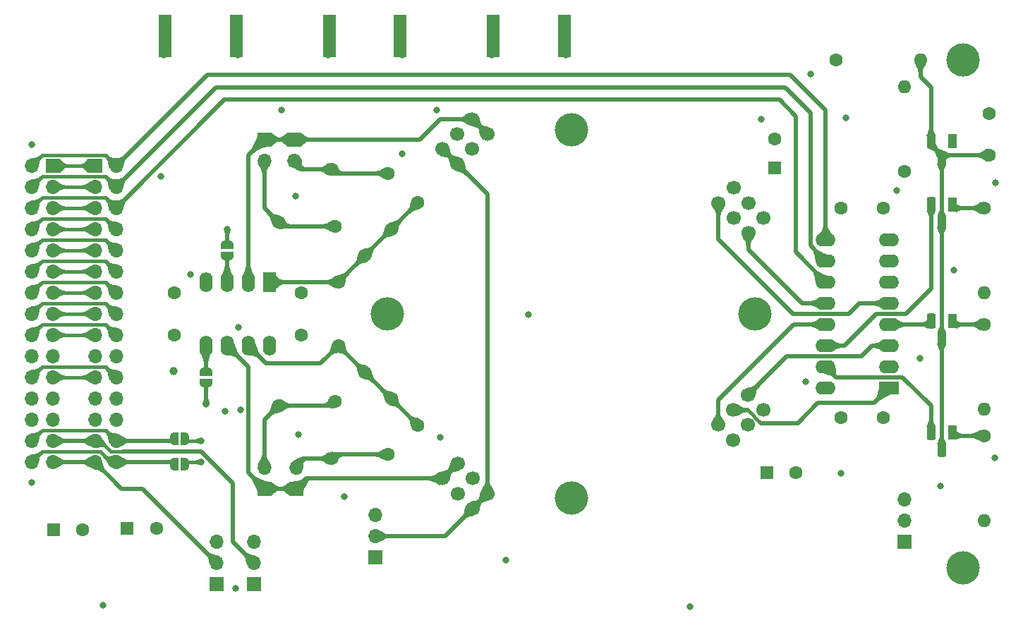
<source format=gtl>
G04 #@! TF.GenerationSoftware,KiCad,Pcbnew,7.0.6*
G04 #@! TF.CreationDate,2024-05-07T04:30:38+03:00*
G04 #@! TF.ProjectId,board-main,626f6172-642d-46d6-9169-6e2e6b696361,rev?*
G04 #@! TF.SameCoordinates,Original*
G04 #@! TF.FileFunction,Copper,L1,Top*
G04 #@! TF.FilePolarity,Positive*
%FSLAX46Y46*%
G04 Gerber Fmt 4.6, Leading zero omitted, Abs format (unit mm)*
G04 Created by KiCad (PCBNEW 7.0.6) date 2024-05-07 04:30:38*
%MOMM*%
%LPD*%
G01*
G04 APERTURE LIST*
G04 Aperture macros list*
%AMRoundRect*
0 Rectangle with rounded corners*
0 $1 Rounding radius*
0 $2 $3 $4 $5 $6 $7 $8 $9 X,Y pos of 4 corners*
0 Add a 4 corners polygon primitive as box body*
4,1,4,$2,$3,$4,$5,$6,$7,$8,$9,$2,$3,0*
0 Add four circle primitives for the rounded corners*
1,1,$1+$1,$2,$3*
1,1,$1+$1,$4,$5*
1,1,$1+$1,$6,$7*
1,1,$1+$1,$8,$9*
0 Add four rect primitives between the rounded corners*
20,1,$1+$1,$2,$3,$4,$5,0*
20,1,$1+$1,$4,$5,$6,$7,0*
20,1,$1+$1,$6,$7,$8,$9,0*
20,1,$1+$1,$8,$9,$2,$3,0*%
%AMHorizOval*
0 Thick line with rounded ends*
0 $1 width*
0 $2 $3 position (X,Y) of the first rounded end (center of the circle)*
0 $4 $5 position (X,Y) of the second rounded end (center of the circle)*
0 Add line between two ends*
20,1,$1,$2,$3,$4,$5,0*
0 Add two circle primitives to create the rounded ends*
1,1,$1,$2,$3*
1,1,$1,$4,$5*%
%AMFreePoly0*
4,1,19,0.500000,-0.750000,0.000000,-0.750000,0.000000,-0.744911,-0.071157,-0.744911,-0.207708,-0.704816,-0.327430,-0.627875,-0.420627,-0.520320,-0.479746,-0.390866,-0.500000,-0.250000,-0.500000,0.250000,-0.479746,0.390866,-0.420627,0.520320,-0.327430,0.627875,-0.207708,0.704816,-0.071157,0.744911,0.000000,0.744911,0.000000,0.750000,0.500000,0.750000,0.500000,-0.750000,0.500000,-0.750000,
$1*%
%AMFreePoly1*
4,1,19,0.000000,0.744911,0.071157,0.744911,0.207708,0.704816,0.327430,0.627875,0.420627,0.520320,0.479746,0.390866,0.500000,0.250000,0.500000,-0.250000,0.479746,-0.390866,0.420627,-0.520320,0.327430,-0.627875,0.207708,-0.704816,0.071157,-0.744911,0.000000,-0.744911,0.000000,-0.750000,-0.500000,-0.750000,-0.500000,0.750000,0.000000,0.750000,0.000000,0.744911,0.000000,0.744911,
$1*%
G04 Aperture macros list end*
G04 #@! TA.AperFunction,ComponentPad*
%ADD10C,1.600000*%
G04 #@! TD*
G04 #@! TA.AperFunction,ComponentPad*
%ADD11R,1.600000X1.600000*%
G04 #@! TD*
G04 #@! TA.AperFunction,ComponentPad*
%ADD12R,1.600000X2.400000*%
G04 #@! TD*
G04 #@! TA.AperFunction,ComponentPad*
%ADD13O,1.600000X2.400000*%
G04 #@! TD*
G04 #@! TA.AperFunction,ComponentPad*
%ADD14HorizOval,1.600000X0.000000X0.000000X0.000000X0.000000X0*%
G04 #@! TD*
G04 #@! TA.AperFunction,ComponentPad*
%ADD15R,1.700000X1.700000*%
G04 #@! TD*
G04 #@! TA.AperFunction,ComponentPad*
%ADD16O,1.700000X1.700000*%
G04 #@! TD*
G04 #@! TA.AperFunction,ComponentPad*
%ADD17C,1.700000*%
G04 #@! TD*
G04 #@! TA.AperFunction,ComponentPad*
%ADD18C,4.000000*%
G04 #@! TD*
G04 #@! TA.AperFunction,ComponentPad*
%ADD19R,2.400000X1.600000*%
G04 #@! TD*
G04 #@! TA.AperFunction,ComponentPad*
%ADD20O,2.400000X1.600000*%
G04 #@! TD*
G04 #@! TA.AperFunction,ComponentPad*
%ADD21O,1.600000X1.600000*%
G04 #@! TD*
G04 #@! TA.AperFunction,ComponentPad*
%ADD22R,1.100000X1.800000*%
G04 #@! TD*
G04 #@! TA.AperFunction,ComponentPad*
%ADD23RoundRect,0.275000X0.275000X0.625000X-0.275000X0.625000X-0.275000X-0.625000X0.275000X-0.625000X0*%
G04 #@! TD*
G04 #@! TA.AperFunction,SMDPad,CuDef*
%ADD24FreePoly0,180.000000*%
G04 #@! TD*
G04 #@! TA.AperFunction,SMDPad,CuDef*
%ADD25FreePoly1,180.000000*%
G04 #@! TD*
G04 #@! TA.AperFunction,ComponentPad*
%ADD26HorizOval,1.600000X0.000000X0.000000X0.000000X0.000000X0*%
G04 #@! TD*
G04 #@! TA.AperFunction,SMDPad,CuDef*
%ADD27FreePoly0,90.000000*%
G04 #@! TD*
G04 #@! TA.AperFunction,SMDPad,CuDef*
%ADD28FreePoly1,90.000000*%
G04 #@! TD*
G04 #@! TA.AperFunction,SMDPad,CuDef*
%ADD29FreePoly0,270.000000*%
G04 #@! TD*
G04 #@! TA.AperFunction,SMDPad,CuDef*
%ADD30FreePoly1,270.000000*%
G04 #@! TD*
G04 #@! TA.AperFunction,SMDPad,CuDef*
%ADD31R,1.500000X5.080000*%
G04 #@! TD*
G04 #@! TA.AperFunction,ViaPad*
%ADD32C,1.000000*%
G04 #@! TD*
G04 #@! TA.AperFunction,ViaPad*
%ADD33C,0.800000*%
G04 #@! TD*
G04 #@! TA.AperFunction,Conductor*
%ADD34C,0.500000*%
G04 #@! TD*
G04 #@! TA.AperFunction,Conductor*
%ADD35C,0.400000*%
G04 #@! TD*
G04 APERTURE END LIST*
D10*
X77109466Y-99420534D03*
X80645000Y-95885000D03*
D11*
X45766974Y-108321974D03*
D10*
X49266974Y-108321974D03*
D12*
X62855000Y-78750000D03*
D13*
X60315000Y-78750000D03*
X57775000Y-78750000D03*
X55235000Y-78750000D03*
X55235000Y-86370000D03*
X57775000Y-86370000D03*
X60315000Y-86370000D03*
X62855000Y-86370000D03*
D10*
X149225000Y-63500000D03*
X149225000Y-58500000D03*
X63935795Y-71555795D03*
D14*
X71120000Y-78740000D03*
D15*
X65840795Y-61595000D03*
D16*
X65840795Y-64135000D03*
D10*
X70282855Y-65188434D03*
D14*
X77467060Y-72372639D03*
D11*
X123444000Y-65024000D03*
D10*
X123444000Y-61524000D03*
D15*
X36825000Y-64775000D03*
D16*
X34285000Y-64775000D03*
X36825000Y-67315000D03*
X34285000Y-67315000D03*
X36825000Y-69855000D03*
X34285000Y-69855000D03*
X36825000Y-72395000D03*
X34285000Y-72395000D03*
X36825000Y-74935000D03*
X34285000Y-74935000D03*
X36825000Y-77475000D03*
X34285000Y-77475000D03*
X36825000Y-80015000D03*
X34285000Y-80015000D03*
X36825000Y-82555000D03*
X34285000Y-82555000D03*
X36825000Y-85095000D03*
X34285000Y-85095000D03*
X36825000Y-87635000D03*
X34285000Y-87635000D03*
X36825000Y-90175000D03*
X34285000Y-90175000D03*
X36825000Y-92715000D03*
X34285000Y-92715000D03*
X36825000Y-95255000D03*
X34285000Y-95255000D03*
X36825000Y-97795000D03*
X34285000Y-97795000D03*
X36825000Y-100335000D03*
X34285000Y-100335000D03*
D10*
X136471680Y-69850000D03*
X131471680Y-69850000D03*
D15*
X66040000Y-103505000D03*
D16*
X66040000Y-100965000D03*
D10*
X51435000Y-85050000D03*
X51435000Y-80050000D03*
D17*
X85418946Y-100521929D03*
X83622895Y-102317980D03*
X87214997Y-102317980D03*
X85418946Y-104114031D03*
X89011048Y-104114031D03*
X87214997Y-105910082D03*
D15*
X41905000Y-64775000D03*
D16*
X44445000Y-64775000D03*
X41905000Y-67315000D03*
X44445000Y-67315000D03*
X41905000Y-69855000D03*
X44445000Y-69855000D03*
X41905000Y-72395000D03*
X44445000Y-72395000D03*
X41905000Y-74935000D03*
X44445000Y-74935000D03*
X41905000Y-77475000D03*
X44445000Y-77475000D03*
X41905000Y-80015000D03*
X44445000Y-80015000D03*
X41905000Y-82555000D03*
X44445000Y-82555000D03*
X41905000Y-85095000D03*
X44445000Y-85095000D03*
X41905000Y-87635000D03*
X44445000Y-87635000D03*
X41905000Y-90175000D03*
X44445000Y-90175000D03*
X41905000Y-92715000D03*
X44445000Y-92715000D03*
X41905000Y-95255000D03*
X44445000Y-95255000D03*
X41905000Y-97795000D03*
X44445000Y-97795000D03*
X41905000Y-100335000D03*
X44445000Y-100335000D03*
D18*
X146050000Y-52070000D03*
D19*
X137205062Y-91440000D03*
D20*
X137205062Y-88900000D03*
X137205062Y-86360000D03*
X137205062Y-83820000D03*
X137205062Y-81280000D03*
X137205062Y-78740000D03*
X137205062Y-76200000D03*
X137205062Y-73660000D03*
X129585062Y-73660000D03*
X129585062Y-76200000D03*
X129585062Y-78740000D03*
X129585062Y-81280000D03*
X129585062Y-83820000D03*
X129585062Y-86360000D03*
X129585062Y-88900000D03*
X129585062Y-91440000D03*
D10*
X148590000Y-83820000D03*
D21*
X148590000Y-93980000D03*
D22*
X144780000Y-96755000D03*
D23*
X143510000Y-98825000D03*
X142240000Y-96755000D03*
D24*
X52705000Y-97536000D03*
D25*
X51405000Y-97536000D03*
D17*
X122118533Y-71011052D03*
X120322482Y-72807103D03*
X118526430Y-71011052D03*
X116730379Y-69215000D03*
X120322482Y-69215000D03*
X118526430Y-67418949D03*
D18*
X99060000Y-104611732D03*
X76998268Y-82550000D03*
X99060000Y-60488268D03*
X121121732Y-82550000D03*
D24*
X52720000Y-100584000D03*
D25*
X51420000Y-100584000D03*
D10*
X139065000Y-65405001D03*
D21*
X139065000Y-55245001D03*
D10*
X130810000Y-52070000D03*
D21*
X140970000Y-52070000D03*
D15*
X60960000Y-114934999D03*
D16*
X60960000Y-112394999D03*
X60960000Y-109854999D03*
D22*
X144780000Y-83420000D03*
D23*
X143510000Y-85490000D03*
X142240000Y-83420000D03*
D10*
X70759466Y-93070534D03*
X74295000Y-89535000D03*
D17*
X88990291Y-60960707D03*
X87194240Y-59164656D03*
X87194240Y-62756758D03*
X85398189Y-60960707D03*
X85398189Y-64552809D03*
X83602138Y-62756758D03*
D10*
X70285795Y-99894205D03*
D26*
X77470000Y-92710000D03*
D22*
X144780000Y-69450000D03*
D23*
X143510000Y-71520000D03*
X142240000Y-69450000D03*
D22*
X144780000Y-61830000D03*
D23*
X143510000Y-63900000D03*
X142240000Y-61830000D03*
D27*
X57785000Y-75580000D03*
D28*
X57785000Y-74280000D03*
D15*
X75565000Y-111760000D03*
D16*
X75565000Y-109220000D03*
X75565000Y-106680000D03*
D10*
X63935795Y-93544205D03*
D26*
X71120000Y-86360000D03*
D17*
X118490022Y-97677615D03*
X116693971Y-95881564D03*
X118490022Y-94085512D03*
X120286074Y-92289461D03*
X120286074Y-95881564D03*
X122082125Y-94085512D03*
D15*
X62230000Y-103505000D03*
D16*
X62230000Y-100965000D03*
D11*
X36957000Y-108458000D03*
D10*
X40457000Y-108458000D03*
X66675000Y-85050000D03*
X66675000Y-80050000D03*
X148590000Y-69850001D03*
D21*
X148590000Y-80010001D03*
D29*
X55245000Y-89520000D03*
D30*
X55245000Y-90820000D03*
D10*
X148590000Y-97155000D03*
D21*
X148590000Y-107315000D03*
D15*
X62230000Y-61595000D03*
D16*
X62230000Y-64135000D03*
D10*
X70758958Y-72024002D03*
X74294492Y-75559536D03*
D11*
X122555000Y-101600000D03*
D10*
X126055000Y-101600000D03*
D15*
X56515000Y-114935000D03*
D16*
X56515000Y-112395000D03*
X56515000Y-109855000D03*
D15*
X139065000Y-109855000D03*
D16*
X139065000Y-107315000D03*
X139065000Y-104775000D03*
D18*
X146050000Y-113030000D03*
D10*
X77115869Y-65665869D03*
X80651403Y-69201403D03*
X131471680Y-94996000D03*
X136471680Y-94996000D03*
D31*
X50360000Y-49177500D03*
X58860000Y-49177500D03*
X89730000Y-49177500D03*
X98230000Y-49177500D03*
X70045000Y-49177500D03*
X78545000Y-49177500D03*
D32*
X51308000Y-89408000D03*
D33*
X59055000Y-51435000D03*
X55245000Y-93345000D03*
X54610000Y-97790000D03*
X132000000Y-59000000D03*
X49800000Y-66000000D03*
X69850000Y-51435000D03*
X149900000Y-99800000D03*
X82900000Y-58100000D03*
X83300000Y-97400000D03*
X71800000Y-104500000D03*
X57500000Y-94200000D03*
X34300000Y-102800000D03*
X145000000Y-77300000D03*
X53400000Y-77800000D03*
X54610000Y-100330000D03*
X66300000Y-97000000D03*
X58800000Y-115500000D03*
X34300000Y-62200000D03*
X138100000Y-67700000D03*
X42900000Y-117500000D03*
X143400000Y-103200000D03*
X127200000Y-90700000D03*
X98425000Y-51435000D03*
X91200000Y-112100000D03*
X66000000Y-68400000D03*
X131400000Y-101700000D03*
X127800000Y-53800000D03*
X64300000Y-58100000D03*
X59350000Y-94100000D03*
X89535000Y-51435000D03*
X57785000Y-72390000D03*
X113300000Y-117700000D03*
X150000000Y-66800000D03*
X50165000Y-51435000D03*
X140900000Y-87900000D03*
X93900000Y-82600000D03*
X59100000Y-84200000D03*
X78740000Y-51435000D03*
X121900000Y-59200000D03*
X78800000Y-63300000D03*
D34*
X71120000Y-78734028D02*
X74294492Y-75559536D01*
X74294492Y-75545207D02*
X77467060Y-72372639D01*
X71120000Y-78740000D02*
X62865000Y-78740000D01*
X77480167Y-72372639D02*
X80651403Y-69201403D01*
X54610000Y-99060000D02*
X45466000Y-99060000D01*
X58420000Y-102870000D02*
X54610000Y-99060000D01*
X36825000Y-97795000D02*
X41905000Y-97795000D01*
X60960000Y-112394999D02*
X58420000Y-109854999D01*
D35*
X43815000Y-99060000D02*
X45466000Y-99060000D01*
X42545000Y-97790000D02*
X43815000Y-99060000D01*
D34*
X58420000Y-109854999D02*
X58420000Y-102870000D01*
D35*
X42540000Y-99060000D02*
X43815000Y-100335000D01*
X34285000Y-100335000D02*
X35560000Y-99060000D01*
D34*
X44445000Y-100335000D02*
X51415000Y-100335000D01*
D35*
X35560000Y-99060000D02*
X42540000Y-99060000D01*
D34*
X118490022Y-94085512D02*
X120257789Y-94085512D01*
X128651000Y-93218000D02*
X135427062Y-93218000D01*
X135427062Y-93218000D02*
X137205062Y-91440000D01*
X126238000Y-95631000D02*
X128651000Y-93218000D01*
X121803277Y-95631000D02*
X126238000Y-95631000D01*
D35*
X120257789Y-94085512D02*
X121803277Y-95631000D01*
X36825000Y-82555000D02*
X41905000Y-82555000D01*
D34*
X137205062Y-83820000D02*
X142240000Y-83820000D01*
X133858000Y-87630000D02*
X135128000Y-86360000D01*
X124945535Y-87630000D02*
X120286074Y-92289461D01*
X135128000Y-86360000D02*
X137205062Y-86360000D01*
X124945535Y-87630000D02*
X133858000Y-87630000D01*
X132354000Y-82530000D02*
X125710000Y-82530000D01*
X137205062Y-81280000D02*
X133604000Y-81280000D01*
X133604000Y-81280000D02*
X132354000Y-82530000D01*
X125710000Y-82530000D02*
X116730379Y-73550379D01*
X116730379Y-73550379D02*
X116730379Y-69215000D01*
D35*
X36825000Y-80015000D02*
X41905000Y-80015000D01*
D34*
X120322482Y-74856482D02*
X126746000Y-81280000D01*
X126746000Y-81280000D02*
X129585062Y-81280000D01*
X120322482Y-72807103D02*
X120322482Y-74856482D01*
X125730000Y-83820000D02*
X130001680Y-83820000D01*
X116693971Y-92856029D02*
X125730000Y-83820000D01*
X116693971Y-95881564D02*
X116693971Y-92856029D01*
X135656000Y-82530000D02*
X139212000Y-82530000D01*
X131826000Y-86360000D02*
X135656000Y-82530000D01*
X139212000Y-82530000D02*
X142240000Y-79502000D01*
X129585062Y-86360000D02*
X131826000Y-86360000D01*
X142240000Y-79502000D02*
X142240000Y-69850000D01*
D35*
X36825000Y-77475000D02*
X41905000Y-77475000D01*
D34*
X142240000Y-93574938D02*
X138815062Y-90150000D01*
X138815062Y-90150000D02*
X130835062Y-90150000D01*
X142240000Y-97155000D02*
X142240000Y-93574938D01*
X130835062Y-90150000D02*
X129585062Y-88900000D01*
X142240000Y-55372000D02*
X140970000Y-54102000D01*
X143510000Y-71120000D02*
X143510000Y-85090000D01*
X143510000Y-71120000D02*
X143510000Y-63615000D01*
X140970000Y-54102000D02*
X140970000Y-52070000D01*
X149225000Y-63500000D02*
X143510000Y-63500000D01*
X143510000Y-63500000D02*
X142240000Y-62230000D01*
X143510000Y-98425000D02*
X143510000Y-85090000D01*
X142240000Y-62230000D02*
X142240000Y-55372000D01*
D35*
X43170000Y-63500000D02*
X44445000Y-64775000D01*
X35560000Y-63500000D02*
X43170000Y-63500000D01*
D34*
X125349000Y-53848000D02*
X129585062Y-58084062D01*
X129585062Y-58084062D02*
X129585062Y-73660000D01*
X55372000Y-53848000D02*
X125349000Y-53848000D01*
D35*
X34285000Y-64775000D02*
X35560000Y-63500000D01*
D34*
X44445000Y-64775000D02*
X55372000Y-53848000D01*
D35*
X35560000Y-66040000D02*
X43170000Y-66040000D01*
D34*
X127762000Y-74376938D02*
X127762000Y-58420000D01*
D35*
X43170000Y-66040000D02*
X44445000Y-67315000D01*
D34*
X124714000Y-55372000D02*
X56388000Y-55372000D01*
X56388000Y-55372000D02*
X44445000Y-67315000D01*
X129585062Y-76200000D02*
X127762000Y-74376938D01*
D35*
X34285000Y-67315000D02*
X35560000Y-66040000D01*
D34*
X127762000Y-58420000D02*
X124714000Y-55372000D01*
X125984000Y-75138938D02*
X129585062Y-78740000D01*
X125984000Y-58801000D02*
X125984000Y-75138938D01*
X57450000Y-56850000D02*
X124033000Y-56850000D01*
X124033000Y-56850000D02*
X125984000Y-58801000D01*
D35*
X34285000Y-69855000D02*
X35560000Y-68580000D01*
X35560000Y-68580000D02*
X43170000Y-68580000D01*
D34*
X44445000Y-69855000D02*
X57450000Y-56850000D01*
D35*
X43170000Y-68580000D02*
X44445000Y-69855000D01*
X36825000Y-69855000D02*
X41905000Y-69855000D01*
X36825000Y-72395000D02*
X41905000Y-72395000D01*
X36825000Y-64775000D02*
X41905000Y-64775000D01*
X36825000Y-67315000D02*
X41905000Y-67315000D01*
D34*
X71120000Y-86360000D02*
X74295000Y-89535000D01*
X62445000Y-88500000D02*
X68980000Y-88500000D01*
X77470000Y-92710000D02*
X80645000Y-95885000D01*
X74295000Y-89535000D02*
X77470000Y-92710000D01*
X68980000Y-88500000D02*
X71120000Y-86360000D01*
X60315000Y-86370000D02*
X62445000Y-88500000D01*
X64404002Y-72024002D02*
X63935795Y-71555795D01*
X70758958Y-72024002D02*
X64404002Y-72024002D01*
X62230000Y-69850000D02*
X62230000Y-64135000D01*
X63935795Y-71555795D02*
X62230000Y-69850000D01*
X66894229Y-65188434D02*
X65840795Y-64135000D01*
X77115869Y-65665869D02*
X70760290Y-65665869D01*
X70282855Y-65188434D02*
X66894229Y-65188434D01*
X70760290Y-65665869D02*
X70282855Y-65188434D01*
X70176205Y-93544205D02*
X70231000Y-93599000D01*
X62230000Y-95250000D02*
X62230000Y-100965000D01*
X63935795Y-93544205D02*
X62230000Y-95250000D01*
X63935795Y-93544205D02*
X70176205Y-93544205D01*
D35*
X34285000Y-72395000D02*
X35560000Y-71120000D01*
X35560000Y-71120000D02*
X43170000Y-71120000D01*
X43170000Y-71120000D02*
X44445000Y-72395000D01*
D34*
X80907082Y-61595000D02*
X83337426Y-59164656D01*
X83337426Y-59164656D02*
X87194240Y-59164656D01*
X60315000Y-63510000D02*
X62230000Y-61595000D01*
X60315000Y-78750000D02*
X60315000Y-63510000D01*
X65840795Y-61595000D02*
X62230000Y-61595000D01*
X65840795Y-61595000D02*
X80907082Y-61595000D01*
X88989584Y-60960000D02*
X87193533Y-59163949D01*
X62230000Y-103505000D02*
X60325000Y-101600000D01*
X85417946Y-100521929D02*
X83621895Y-102317980D01*
X60325000Y-101600000D02*
X60325000Y-88900000D01*
X60325000Y-88900000D02*
X57795000Y-86370000D01*
X67227020Y-102317980D02*
X83622895Y-102317980D01*
X62230000Y-103505000D02*
X66040000Y-103505000D01*
X66040000Y-103505000D02*
X67227020Y-102317980D01*
X144780000Y-69850000D02*
X148590000Y-69850001D01*
X148590000Y-97155000D02*
X144780000Y-97155000D01*
X144780000Y-83820000D02*
X148590000Y-83820000D01*
D35*
X36825000Y-74935000D02*
X41905000Y-74935000D01*
X34285000Y-74935000D02*
X35560000Y-73660000D01*
X35560000Y-73660000D02*
X43170000Y-73660000D01*
X43170000Y-73660000D02*
X44445000Y-74935000D01*
X34285000Y-77475000D02*
X35560000Y-76200000D01*
X35560000Y-76200000D02*
X43170000Y-76200000D01*
X43170000Y-76200000D02*
X44445000Y-77475000D01*
X43170000Y-78740000D02*
X44445000Y-80015000D01*
X34285000Y-80015000D02*
X35560000Y-78740000D01*
X35560000Y-78740000D02*
X43170000Y-78740000D01*
X35560000Y-81280000D02*
X43170000Y-81280000D01*
X43170000Y-81280000D02*
X44445000Y-82555000D01*
X34285000Y-82555000D02*
X35560000Y-81280000D01*
X36825000Y-85095000D02*
X41905000Y-85095000D01*
X35560000Y-83820000D02*
X43170000Y-83820000D01*
X43170000Y-83820000D02*
X44445000Y-85095000D01*
X34285000Y-85095000D02*
X35560000Y-83820000D01*
X36825000Y-90175000D02*
X41905000Y-90175000D01*
X34285000Y-90175000D02*
X35560000Y-88900000D01*
X43170000Y-88900000D02*
X44445000Y-90175000D01*
X35560000Y-88900000D02*
X43170000Y-88900000D01*
D34*
X41905000Y-100335000D02*
X45075000Y-103505000D01*
X47625000Y-103505000D02*
X56515000Y-112395000D01*
X45075000Y-103505000D02*
X47625000Y-103505000D01*
X36825000Y-100335000D02*
X41905000Y-100335000D01*
X89010048Y-104114031D02*
X89010048Y-68164668D01*
X83904079Y-109220000D02*
X75565000Y-109220000D01*
X83601431Y-62756051D02*
X85397482Y-64552102D01*
X87213997Y-105910082D02*
X89010048Y-104114031D01*
X87213997Y-105910082D02*
X83904079Y-109220000D01*
X85397482Y-64552102D02*
X89010048Y-68164668D01*
X57785000Y-74280000D02*
X57785000Y-72390000D01*
X55245000Y-90820000D02*
X55245000Y-93345000D01*
D35*
X52720000Y-100330000D02*
X54610000Y-100330000D01*
X52705000Y-97790000D02*
X54610000Y-97790000D01*
X35560000Y-96520000D02*
X43170000Y-96520000D01*
D34*
X44445000Y-97795000D02*
X51400000Y-97795000D01*
D35*
X43170000Y-96520000D02*
X44445000Y-97795000D01*
X34285000Y-97795000D02*
X35560000Y-96520000D01*
D34*
X67110795Y-99894205D02*
X66040000Y-100965000D01*
X77109466Y-99420534D02*
X70759466Y-99420534D01*
X70285795Y-99894205D02*
X67110795Y-99894205D01*
X70759466Y-99420534D02*
X70285795Y-99894205D01*
X57775000Y-78750000D02*
X57775000Y-75590000D01*
X55245000Y-89520000D02*
X55245000Y-86380000D01*
G04 #@! TA.AperFunction,Conductor*
G36*
X137919299Y-83086017D02*
G01*
X138169979Y-83244716D01*
X138428750Y-83375537D01*
X138687520Y-83473358D01*
X138687528Y-83473360D01*
X138946285Y-83538178D01*
X138946288Y-83538178D01*
X138946291Y-83538179D01*
X139194791Y-83568737D01*
X139202583Y-83573147D01*
X139205062Y-83580349D01*
X139205062Y-84059650D01*
X139201635Y-84067923D01*
X139194790Y-84071263D01*
X138946285Y-84101820D01*
X138687528Y-84166638D01*
X138687515Y-84166642D01*
X138428761Y-84264457D01*
X138428754Y-84264460D01*
X138428750Y-84264462D01*
X138179821Y-84390307D01*
X138169975Y-84395285D01*
X137919300Y-84553981D01*
X137910477Y-84555510D01*
X137904588Y-84552183D01*
X137211800Y-83828088D01*
X137208557Y-83819742D01*
X137211800Y-83811912D01*
X137440242Y-83573147D01*
X137904588Y-83087815D01*
X137912784Y-83084207D01*
X137919299Y-83086017D01*
G37*
G04 #@! TD.AperFunction*
G04 #@! TA.AperFunction,Conductor*
G36*
X142489652Y-95308427D02*
G01*
X142492554Y-95313234D01*
X142545813Y-95484952D01*
X142601626Y-95646904D01*
X142657442Y-95790862D01*
X142713250Y-95916803D01*
X142713253Y-95916809D01*
X142744448Y-95977146D01*
X142766422Y-96019647D01*
X142767178Y-96028569D01*
X142766627Y-96029977D01*
X142250598Y-97133339D01*
X142243989Y-97139381D01*
X142235043Y-97138980D01*
X142229402Y-97133339D01*
X141713372Y-96029977D01*
X141712971Y-96021031D01*
X141713574Y-96019653D01*
X141766746Y-95916809D01*
X141766749Y-95916803D01*
X141822557Y-95790862D01*
X141878373Y-95646904D01*
X141934186Y-95484952D01*
X141987446Y-95313234D01*
X141993170Y-95306347D01*
X141998621Y-95305000D01*
X142481379Y-95305000D01*
X142489652Y-95308427D01*
G37*
G04 #@! TD.AperFunction*
G04 #@! TA.AperFunction,Conductor*
G36*
X86873436Y-58390195D02*
G01*
X86873740Y-58390866D01*
X87193374Y-59160167D01*
X87193383Y-59169122D01*
X87193374Y-59169145D01*
X86873740Y-59938446D01*
X86867401Y-59944771D01*
X86858446Y-59944762D01*
X86857775Y-59944457D01*
X86535398Y-59786028D01*
X86534857Y-59785726D01*
X86303094Y-59639584D01*
X86100532Y-59521785D01*
X86100523Y-59521781D01*
X85855035Y-59443227D01*
X85855037Y-59443227D01*
X85505016Y-59415509D01*
X85497040Y-59411440D01*
X85494240Y-59403846D01*
X85494240Y-58925465D01*
X85497667Y-58917192D01*
X85505014Y-58913802D01*
X85855038Y-58886083D01*
X86100530Y-58807527D01*
X86303094Y-58689727D01*
X86534858Y-58543583D01*
X86535385Y-58543289D01*
X86857775Y-58384853D01*
X86866711Y-58384281D01*
X86873436Y-58390195D01*
G37*
G04 #@! TD.AperFunction*
G04 #@! TA.AperFunction,Conductor*
G36*
X75248189Y-74253344D02*
G01*
X75586397Y-74591552D01*
X75589824Y-74599825D01*
X75587017Y-74607428D01*
X75373175Y-74857524D01*
X75261558Y-75072282D01*
X75204334Y-75284524D01*
X75146703Y-75535008D01*
X75146537Y-75535590D01*
X75037625Y-75853905D01*
X75031704Y-75860623D01*
X75022767Y-75861187D01*
X75022090Y-75860932D01*
X74298279Y-75562098D01*
X74291940Y-75555773D01*
X74291929Y-75555748D01*
X73993068Y-74831872D01*
X73993079Y-74822917D01*
X73999418Y-74816592D01*
X74000033Y-74816359D01*
X74315969Y-74706265D01*
X74316426Y-74706128D01*
X74563757Y-74644511D01*
X74772600Y-74582482D01*
X74984317Y-74467171D01*
X75232265Y-74252766D01*
X75240763Y-74249948D01*
X75248189Y-74253344D01*
G37*
G04 #@! TD.AperFunction*
G04 #@! TA.AperFunction,Conductor*
G36*
X70202067Y-92513222D02*
G01*
X70203034Y-92514086D01*
X70757025Y-93067099D01*
X70760459Y-93075369D01*
X70760459Y-93075394D01*
X70759480Y-93858584D01*
X70756043Y-93866852D01*
X70747765Y-93870269D01*
X70747518Y-93870266D01*
X70635627Y-93867758D01*
X70405374Y-93862598D01*
X70405097Y-93862584D01*
X70154200Y-93843666D01*
X69937564Y-93821072D01*
X69937564Y-93821071D01*
X69686532Y-93802143D01*
X69343737Y-93794461D01*
X69335543Y-93790850D01*
X69332299Y-93782764D01*
X69332299Y-93304233D01*
X69335726Y-93295960D01*
X69342208Y-93292671D01*
X69606574Y-93251769D01*
X69768948Y-93135325D01*
X69880333Y-92961162D01*
X70001179Y-92746390D01*
X70002226Y-92744838D01*
X70185626Y-92515065D01*
X70193463Y-92510739D01*
X70202067Y-92513222D01*
G37*
G04 #@! TD.AperFunction*
G04 #@! TA.AperFunction,Conductor*
G36*
X63087976Y-60753569D02*
G01*
X63088241Y-60753844D01*
X63166386Y-60837701D01*
X63249990Y-60927416D01*
X63249995Y-60927420D01*
X63249999Y-60927425D01*
X63419999Y-61078638D01*
X63590000Y-61198638D01*
X63760000Y-61287425D01*
X63922052Y-61342308D01*
X63928789Y-61348208D01*
X63929999Y-61353390D01*
X63929999Y-61836609D01*
X63926572Y-61844882D01*
X63922052Y-61847691D01*
X63760000Y-61902574D01*
X63759996Y-61902576D01*
X63589999Y-61991361D01*
X63420002Y-62111358D01*
X63250008Y-62262565D01*
X63249990Y-62262582D01*
X63088258Y-62436138D01*
X63080110Y-62439855D01*
X63071722Y-62436722D01*
X63071430Y-62436440D01*
X62237287Y-61603277D01*
X62233855Y-61595006D01*
X62237275Y-61586733D01*
X63071431Y-60753558D01*
X63079705Y-60750137D01*
X63087976Y-60753569D01*
G37*
G04 #@! TD.AperFunction*
G04 #@! TA.AperFunction,Conductor*
G36*
X145338227Y-69307180D02*
G01*
X145439999Y-69396000D01*
X145549999Y-69474000D01*
X145550001Y-69474001D01*
X145659995Y-69533998D01*
X145660007Y-69534003D01*
X145769999Y-69576000D01*
X145769998Y-69576000D01*
X145849582Y-69593364D01*
X145870793Y-69597992D01*
X145878146Y-69603104D01*
X145879999Y-69609423D01*
X145879999Y-70089694D01*
X145876572Y-70097967D01*
X145869776Y-70101300D01*
X145770011Y-70113996D01*
X145769995Y-70113999D01*
X145660001Y-70145997D01*
X145660000Y-70145998D01*
X145550007Y-70195996D01*
X145550003Y-70195997D01*
X145549999Y-70196000D01*
X145549990Y-70196005D01*
X145549991Y-70196005D01*
X145440011Y-70263991D01*
X145439989Y-70264007D01*
X145337766Y-70343927D01*
X145329138Y-70346323D01*
X145322698Y-70343374D01*
X145043143Y-70089694D01*
X144788103Y-69858260D01*
X144784280Y-69850164D01*
X144787302Y-69841735D01*
X144787685Y-69841330D01*
X145322271Y-69307714D01*
X145330547Y-69304296D01*
X145338227Y-69307180D01*
G37*
G04 #@! TD.AperFunction*
G04 #@! TA.AperFunction,Conductor*
G36*
X54461428Y-97431248D02*
G01*
X54461495Y-97431405D01*
X54609123Y-97785498D01*
X54609144Y-97794452D01*
X54609123Y-97794502D01*
X54461495Y-98148594D01*
X54455148Y-98154912D01*
X54446194Y-98154891D01*
X54446037Y-98154824D01*
X54303116Y-98092780D01*
X54192063Y-98044592D01*
X54192046Y-98044586D01*
X54093198Y-98012827D01*
X53976035Y-97995349D01*
X53976020Y-97995347D01*
X53821323Y-97990364D01*
X53813165Y-97986672D01*
X53810000Y-97978670D01*
X53810000Y-97601329D01*
X53813427Y-97593056D01*
X53821322Y-97589635D01*
X53976027Y-97584651D01*
X54093200Y-97567171D01*
X54192052Y-97535410D01*
X54303116Y-97487219D01*
X54446038Y-97425174D01*
X54454990Y-97425024D01*
X54461428Y-97431248D01*
G37*
G04 #@! TD.AperFunction*
G04 #@! TA.AperFunction,Conductor*
G36*
X41584190Y-66540552D02*
G01*
X41584562Y-66541358D01*
X41904134Y-67310511D01*
X41904143Y-67319466D01*
X41904134Y-67319489D01*
X41584562Y-68088641D01*
X41578223Y-68094966D01*
X41569268Y-68094957D01*
X41568462Y-68094585D01*
X41243783Y-67929824D01*
X41243110Y-67929424D01*
X41012806Y-67770768D01*
X40812855Y-67638688D01*
X40669687Y-67585784D01*
X40568582Y-67548424D01*
X40215629Y-67515977D01*
X40207704Y-67511807D01*
X40205000Y-67504326D01*
X40205000Y-67125673D01*
X40208427Y-67117400D01*
X40215626Y-67114023D01*
X40568584Y-67081574D01*
X40812855Y-66991311D01*
X41012806Y-66859230D01*
X41243121Y-66700566D01*
X41243766Y-66700183D01*
X41568463Y-66535413D01*
X41577391Y-66534726D01*
X41584190Y-66540552D01*
G37*
G04 #@! TD.AperFunction*
G04 #@! TA.AperFunction,Conductor*
G36*
X121319022Y-90918246D02*
G01*
X121657288Y-91256512D01*
X121660715Y-91264785D01*
X121657915Y-91272379D01*
X121430011Y-91539482D01*
X121430010Y-91539482D01*
X121311972Y-91768614D01*
X121311970Y-91768619D01*
X121252033Y-91995150D01*
X121191492Y-92262360D01*
X121191324Y-92262956D01*
X121075393Y-92602947D01*
X121069479Y-92609671D01*
X121060543Y-92610245D01*
X121059853Y-92609985D01*
X120289859Y-92292023D01*
X120283521Y-92285699D01*
X119965549Y-91515680D01*
X119965558Y-91506726D01*
X119971897Y-91500401D01*
X119972576Y-91500145D01*
X120312580Y-91384207D01*
X120313172Y-91384041D01*
X120580383Y-91323500D01*
X120580382Y-91323499D01*
X120806915Y-91263563D01*
X120958048Y-91185705D01*
X121036051Y-91145523D01*
X121036051Y-91145522D01*
X121036052Y-91145522D01*
X121303156Y-90917618D01*
X121311673Y-90914856D01*
X121319022Y-90918246D01*
G37*
G04 #@! TD.AperFunction*
G04 #@! TA.AperFunction,Conductor*
G36*
X130299299Y-85626017D02*
G01*
X130549979Y-85784716D01*
X130808750Y-85915537D01*
X131067520Y-86013358D01*
X131067528Y-86013360D01*
X131326285Y-86078178D01*
X131326288Y-86078178D01*
X131326291Y-86078179D01*
X131574791Y-86108737D01*
X131582583Y-86113147D01*
X131585062Y-86120349D01*
X131585062Y-86599650D01*
X131581635Y-86607923D01*
X131574790Y-86611263D01*
X131326285Y-86641820D01*
X131067528Y-86706638D01*
X131067515Y-86706642D01*
X130808761Y-86804457D01*
X130808754Y-86804460D01*
X130808750Y-86804462D01*
X130559821Y-86930307D01*
X130549975Y-86935285D01*
X130299300Y-87093981D01*
X130290477Y-87095510D01*
X130284588Y-87092183D01*
X129591800Y-86368088D01*
X129588557Y-86359742D01*
X129591800Y-86351912D01*
X129820242Y-86113147D01*
X130284588Y-85627815D01*
X130292784Y-85624207D01*
X130299299Y-85626017D01*
G37*
G04 #@! TD.AperFunction*
G04 #@! TA.AperFunction,Conductor*
G36*
X64252473Y-92810246D02*
G01*
X64253101Y-92810529D01*
X64555213Y-92957475D01*
X64555711Y-92957747D01*
X64774226Y-93091601D01*
X64965605Y-93198264D01*
X64965610Y-93198266D01*
X65196992Y-93268745D01*
X65196995Y-93268745D01*
X65196997Y-93268746D01*
X65524973Y-93293391D01*
X65532965Y-93297428D01*
X65535795Y-93305058D01*
X65535795Y-93783351D01*
X65532368Y-93791624D01*
X65524972Y-93795018D01*
X65196998Y-93819662D01*
X65196992Y-93819663D01*
X64965610Y-93890142D01*
X64965605Y-93890144D01*
X64774226Y-93996808D01*
X64555711Y-94130661D01*
X64555214Y-94130933D01*
X64253101Y-94277880D01*
X64244162Y-94278417D01*
X64237462Y-94272477D01*
X64237186Y-94271866D01*
X63936659Y-93548692D01*
X63936649Y-93539743D01*
X64237180Y-92816558D01*
X64243518Y-92810235D01*
X64252473Y-92810246D01*
G37*
G04 #@! TD.AperFunction*
G04 #@! TA.AperFunction,Conductor*
G36*
X141697645Y-52371385D02*
G01*
X141703969Y-52377723D01*
X141703958Y-52386678D01*
X141703675Y-52387306D01*
X141556728Y-52689419D01*
X141556456Y-52689916D01*
X141422603Y-52908431D01*
X141315939Y-53099810D01*
X141315937Y-53099815D01*
X141245458Y-53331197D01*
X141245457Y-53331203D01*
X141220813Y-53659177D01*
X141216776Y-53667170D01*
X141209146Y-53670000D01*
X140730854Y-53670000D01*
X140722581Y-53666573D01*
X140719187Y-53659177D01*
X140694541Y-53331203D01*
X140694540Y-53331197D01*
X140624061Y-53099815D01*
X140624059Y-53099810D01*
X140517396Y-52908431D01*
X140383542Y-52689916D01*
X140383270Y-52689418D01*
X140236324Y-52387306D01*
X140235787Y-52378367D01*
X140241727Y-52371667D01*
X140242325Y-52371397D01*
X140965512Y-52070864D01*
X140974461Y-52070854D01*
X141697645Y-52371385D01*
G37*
G04 #@! TD.AperFunction*
G04 #@! TA.AperFunction,Conductor*
G36*
X76739425Y-72071227D02*
G01*
X77463272Y-72370076D01*
X77469611Y-72376401D01*
X77469622Y-72376426D01*
X77768471Y-73100272D01*
X77768460Y-73109227D01*
X77762121Y-73115552D01*
X77761477Y-73115795D01*
X77443945Y-73225514D01*
X77443401Y-73225673D01*
X77194238Y-73285538D01*
X76983492Y-73345440D01*
X76770035Y-73459221D01*
X76520695Y-73673708D01*
X76512188Y-73676505D01*
X76504792Y-73673111D01*
X76166587Y-73334906D01*
X76163160Y-73326633D01*
X76165988Y-73319006D01*
X76380476Y-73069664D01*
X76494256Y-72856207D01*
X76554159Y-72645459D01*
X76614030Y-72396272D01*
X76614175Y-72395775D01*
X76723903Y-72078218D01*
X76729842Y-72071521D01*
X76738781Y-72070984D01*
X76739425Y-72071227D01*
G37*
G04 #@! TD.AperFunction*
G04 #@! TA.AperFunction,Conductor*
G36*
X54461428Y-99971248D02*
G01*
X54461495Y-99971405D01*
X54609123Y-100325498D01*
X54609144Y-100334452D01*
X54609123Y-100334502D01*
X54461495Y-100688594D01*
X54455148Y-100694912D01*
X54446194Y-100694891D01*
X54446037Y-100694824D01*
X54303116Y-100632780D01*
X54192063Y-100584592D01*
X54192046Y-100584586D01*
X54093198Y-100552827D01*
X53976035Y-100535349D01*
X53976020Y-100535347D01*
X53821323Y-100530364D01*
X53813165Y-100526672D01*
X53810000Y-100518670D01*
X53810000Y-100141329D01*
X53813427Y-100133056D01*
X53821322Y-100129635D01*
X53976027Y-100124651D01*
X54093200Y-100107171D01*
X54192052Y-100075410D01*
X54303116Y-100027219D01*
X54446038Y-99965174D01*
X54454990Y-99965024D01*
X54461428Y-99971248D01*
G37*
G04 #@! TD.AperFunction*
G04 #@! TA.AperFunction,Conductor*
G36*
X35353207Y-65979044D02*
G01*
X35620955Y-66246792D01*
X35624382Y-66255065D01*
X35621678Y-66262546D01*
X35395043Y-66535070D01*
X35286144Y-66771618D01*
X35286144Y-66771619D01*
X35238152Y-67006400D01*
X35187489Y-67281442D01*
X35187299Y-67282190D01*
X35074218Y-67628283D01*
X35068392Y-67635082D01*
X35059463Y-67635770D01*
X35058631Y-67635463D01*
X34288785Y-67317562D01*
X34282447Y-67311238D01*
X33964536Y-66541367D01*
X33964545Y-66532413D01*
X33970884Y-66526088D01*
X33971689Y-66525790D01*
X34317819Y-66412696D01*
X34318549Y-66412510D01*
X34593598Y-66361846D01*
X34828379Y-66313854D01*
X35064931Y-66204954D01*
X35337454Y-65978320D01*
X35346005Y-65975666D01*
X35353207Y-65979044D01*
G37*
G04 #@! TD.AperFunction*
G04 #@! TA.AperFunction,Conductor*
G36*
X35353207Y-98999044D02*
G01*
X35620955Y-99266792D01*
X35624382Y-99275065D01*
X35621678Y-99282546D01*
X35395043Y-99555070D01*
X35286144Y-99791619D01*
X35238152Y-100026400D01*
X35187489Y-100301442D01*
X35187299Y-100302190D01*
X35074218Y-100648283D01*
X35068392Y-100655082D01*
X35059463Y-100655770D01*
X35058631Y-100655463D01*
X34288785Y-100337562D01*
X34282447Y-100331238D01*
X33964536Y-99561367D01*
X33964545Y-99552413D01*
X33970884Y-99546088D01*
X33971689Y-99545790D01*
X34317819Y-99432696D01*
X34318549Y-99432510D01*
X34593598Y-99381846D01*
X34828379Y-99333854D01*
X35064931Y-99224954D01*
X35337454Y-98998320D01*
X35346005Y-98995666D01*
X35353207Y-98999044D01*
G37*
G04 #@! TD.AperFunction*
G04 #@! TA.AperFunction,Conductor*
G36*
X45477948Y-63403785D02*
G01*
X45816214Y-63742051D01*
X45819641Y-63750324D01*
X45816841Y-63757918D01*
X45588937Y-64025021D01*
X45588936Y-64025021D01*
X45470898Y-64254153D01*
X45470896Y-64254158D01*
X45410959Y-64480689D01*
X45350418Y-64747899D01*
X45350250Y-64748495D01*
X45234319Y-65088486D01*
X45228405Y-65095210D01*
X45219469Y-65095784D01*
X45218779Y-65095524D01*
X44448785Y-64777562D01*
X44442447Y-64771238D01*
X44124475Y-64001219D01*
X44124484Y-63992265D01*
X44130823Y-63985940D01*
X44131502Y-63985684D01*
X44471506Y-63869746D01*
X44472098Y-63869580D01*
X44739309Y-63809039D01*
X44965841Y-63749102D01*
X45116974Y-63671244D01*
X45194977Y-63631062D01*
X45194977Y-63631061D01*
X45194978Y-63631061D01*
X45462082Y-63403157D01*
X45470599Y-63400395D01*
X45477948Y-63403785D01*
G37*
G04 #@! TD.AperFunction*
G04 #@! TA.AperFunction,Conductor*
G36*
X65198279Y-102663278D02*
G01*
X65198570Y-102663560D01*
X66032712Y-103496722D01*
X66036144Y-103504992D01*
X66032722Y-103513267D01*
X66032712Y-103513277D01*
X65198569Y-104346440D01*
X65190294Y-104349862D01*
X65182023Y-104346430D01*
X65181759Y-104346156D01*
X65094530Y-104252551D01*
X65020008Y-104172582D01*
X65019990Y-104172565D01*
X64993040Y-104148593D01*
X64850000Y-104021361D01*
X64679999Y-103901361D01*
X64509999Y-103812574D01*
X64438691Y-103788424D01*
X64347947Y-103757691D01*
X64341210Y-103751791D01*
X64340000Y-103746609D01*
X64340000Y-103263390D01*
X64343427Y-103255117D01*
X64347945Y-103252309D01*
X64509999Y-103197425D01*
X64679999Y-103108638D01*
X64850000Y-102988638D01*
X65020000Y-102837425D01*
X65181742Y-102663860D01*
X65189890Y-102660145D01*
X65198279Y-102663278D01*
G37*
G04 #@! TD.AperFunction*
G04 #@! TA.AperFunction,Conductor*
G36*
X116941434Y-94184991D02*
G01*
X116944824Y-94192340D01*
X116972542Y-94542360D01*
X117051096Y-94787847D01*
X117051100Y-94787856D01*
X117168899Y-94990418D01*
X117315041Y-95222181D01*
X117315343Y-95222722D01*
X117473772Y-95545099D01*
X117474346Y-95554035D01*
X117468432Y-95560759D01*
X117467761Y-95561064D01*
X116698460Y-95880698D01*
X116689505Y-95880707D01*
X116689482Y-95880698D01*
X115920181Y-95561064D01*
X115913856Y-95554725D01*
X115913865Y-95545770D01*
X115914169Y-95545099D01*
X116072601Y-95222715D01*
X116072899Y-95222181D01*
X116219042Y-94990418D01*
X116336842Y-94787854D01*
X116415398Y-94542362D01*
X116443117Y-94192340D01*
X116447187Y-94184364D01*
X116454781Y-94181564D01*
X116933161Y-94181564D01*
X116941434Y-94184991D01*
G37*
G04 #@! TD.AperFunction*
G04 #@! TA.AperFunction,Conductor*
G36*
X84384872Y-62436242D02*
G01*
X84391197Y-62442581D01*
X84391457Y-62443271D01*
X84507388Y-62783260D01*
X84507556Y-62783856D01*
X84568097Y-63051067D01*
X84628034Y-63277598D01*
X84628036Y-63277603D01*
X84746075Y-63506735D01*
X84973979Y-63773839D01*
X84976742Y-63782357D01*
X84973352Y-63789706D01*
X84635086Y-64127972D01*
X84626813Y-64131399D01*
X84619219Y-64128599D01*
X84352115Y-63900695D01*
X84352115Y-63900694D01*
X84122983Y-63782656D01*
X84122982Y-63782655D01*
X84122979Y-63782654D01*
X83896447Y-63722717D01*
X83629236Y-63662176D01*
X83628640Y-63662008D01*
X83288651Y-63546077D01*
X83281927Y-63540163D01*
X83281353Y-63531227D01*
X83281605Y-63530555D01*
X83599576Y-62760541D01*
X83605897Y-62754206D01*
X84375918Y-62436233D01*
X84384872Y-62436242D01*
G37*
G04 #@! TD.AperFunction*
G04 #@! TA.AperFunction,Conductor*
G36*
X136505535Y-80547816D02*
G01*
X137198323Y-81271912D01*
X137201566Y-81280258D01*
X137198323Y-81288088D01*
X136505535Y-82012183D01*
X136497339Y-82015792D01*
X136490823Y-82013981D01*
X136240147Y-81855285D01*
X136240144Y-81855283D01*
X135981373Y-81724462D01*
X135981364Y-81724458D01*
X135981361Y-81724457D01*
X135722607Y-81626642D01*
X135722594Y-81626638D01*
X135463837Y-81561820D01*
X135215334Y-81531263D01*
X135207541Y-81526852D01*
X135205062Y-81519650D01*
X135205062Y-81040349D01*
X135208489Y-81032076D01*
X135215331Y-81028737D01*
X135463832Y-80998179D01*
X135463835Y-80998178D01*
X135463837Y-80998178D01*
X135592709Y-80965895D01*
X135722603Y-80933358D01*
X135981373Y-80835537D01*
X136240144Y-80704716D01*
X136490824Y-80546017D01*
X136499646Y-80544489D01*
X136505535Y-80547816D01*
G37*
G04 #@! TD.AperFunction*
G04 #@! TA.AperFunction,Conductor*
G36*
X145338227Y-83277180D02*
G01*
X145439999Y-83366000D01*
X145549999Y-83444000D01*
X145550001Y-83444001D01*
X145659995Y-83503998D01*
X145660007Y-83504003D01*
X145769999Y-83546000D01*
X145769998Y-83546000D01*
X145821468Y-83557229D01*
X145870794Y-83567991D01*
X145878146Y-83573102D01*
X145880000Y-83579422D01*
X145880000Y-84059694D01*
X145876573Y-84067967D01*
X145869777Y-84071300D01*
X145770012Y-84083996D01*
X145769996Y-84083999D01*
X145660002Y-84115997D01*
X145660001Y-84115998D01*
X145550007Y-84165996D01*
X145550003Y-84165997D01*
X145549999Y-84166000D01*
X145549990Y-84166005D01*
X145549991Y-84166005D01*
X145440011Y-84233991D01*
X145439989Y-84234007D01*
X145337766Y-84313927D01*
X145329138Y-84316323D01*
X145322698Y-84313374D01*
X144788102Y-83828260D01*
X144784279Y-83820164D01*
X144787301Y-83811735D01*
X144787684Y-83811331D01*
X145322271Y-83277714D01*
X145330547Y-83274296D01*
X145338227Y-83277180D01*
G37*
G04 #@! TD.AperFunction*
G04 #@! TA.AperFunction,Conductor*
G36*
X69984127Y-99165932D02*
G01*
X69984410Y-99166560D01*
X70284929Y-99889715D01*
X70284939Y-99898668D01*
X70284930Y-99898690D01*
X70284929Y-99898695D01*
X69984410Y-100621849D01*
X69978071Y-100628174D01*
X69969116Y-100628163D01*
X69968488Y-100627880D01*
X69666374Y-100480933D01*
X69665877Y-100480661D01*
X69447362Y-100346808D01*
X69255982Y-100240144D01*
X69255977Y-100240142D01*
X69024596Y-100169663D01*
X69024590Y-100169662D01*
X68696618Y-100145018D01*
X68688625Y-100140981D01*
X68685795Y-100133351D01*
X68685795Y-99655058D01*
X68689222Y-99646785D01*
X68696616Y-99643391D01*
X69024592Y-99618746D01*
X69024594Y-99618745D01*
X69024596Y-99618745D01*
X69255977Y-99548266D01*
X69255978Y-99548265D01*
X69255983Y-99548264D01*
X69447362Y-99441601D01*
X69665889Y-99307739D01*
X69666375Y-99307475D01*
X69968488Y-99160529D01*
X69977427Y-99159992D01*
X69984127Y-99165932D01*
G37*
G04 #@! TD.AperFunction*
G04 #@! TA.AperFunction,Conductor*
G36*
X64999074Y-60753278D02*
G01*
X64999365Y-60753560D01*
X65833507Y-61586722D01*
X65836939Y-61594993D01*
X65833517Y-61603268D01*
X65833507Y-61603278D01*
X64999364Y-62436440D01*
X64991089Y-62439862D01*
X64982818Y-62436430D01*
X64982554Y-62436156D01*
X64895325Y-62342551D01*
X64820803Y-62262582D01*
X64820785Y-62262565D01*
X64793835Y-62238593D01*
X64650795Y-62111361D01*
X64480794Y-61991361D01*
X64310794Y-61902574D01*
X64239486Y-61878424D01*
X64148742Y-61847691D01*
X64142005Y-61841791D01*
X64140795Y-61836609D01*
X64140795Y-61353390D01*
X64144222Y-61345117D01*
X64148740Y-61342309D01*
X64310794Y-61287425D01*
X64480794Y-61198638D01*
X64650795Y-61078638D01*
X64820795Y-60927425D01*
X64982537Y-60753860D01*
X64990685Y-60750145D01*
X64999074Y-60753278D01*
G37*
G04 #@! TD.AperFunction*
G04 #@! TA.AperFunction,Conductor*
G36*
X41584190Y-69080552D02*
G01*
X41584562Y-69081358D01*
X41904134Y-69850511D01*
X41904143Y-69859466D01*
X41904134Y-69859489D01*
X41584562Y-70628641D01*
X41578223Y-70634966D01*
X41569268Y-70634957D01*
X41568462Y-70634585D01*
X41243783Y-70469824D01*
X41243110Y-70469424D01*
X41012806Y-70310768D01*
X41012806Y-70310767D01*
X40812855Y-70178688D01*
X40669687Y-70125784D01*
X40568582Y-70088424D01*
X40215629Y-70055977D01*
X40207704Y-70051807D01*
X40205000Y-70044326D01*
X40205000Y-69665673D01*
X40208427Y-69657400D01*
X40215626Y-69654023D01*
X40568584Y-69621574D01*
X40812855Y-69531311D01*
X41012806Y-69399230D01*
X41243121Y-69240566D01*
X41243766Y-69240183D01*
X41568463Y-69075413D01*
X41577391Y-69074726D01*
X41584190Y-69080552D01*
G37*
G04 #@! TD.AperFunction*
G04 #@! TA.AperFunction,Conductor*
G36*
X83302091Y-101543519D02*
G01*
X83302395Y-101544190D01*
X83622029Y-102313491D01*
X83622038Y-102322446D01*
X83622029Y-102322469D01*
X83302395Y-103091770D01*
X83296056Y-103098095D01*
X83287101Y-103098086D01*
X83286430Y-103097781D01*
X82964053Y-102939352D01*
X82963512Y-102939050D01*
X82731749Y-102792908D01*
X82529187Y-102675109D01*
X82529178Y-102675105D01*
X82283690Y-102596551D01*
X82283692Y-102596551D01*
X81933671Y-102568833D01*
X81925695Y-102564764D01*
X81922895Y-102557170D01*
X81922895Y-102078789D01*
X81926322Y-102070516D01*
X81933669Y-102067126D01*
X82283693Y-102039407D01*
X82529185Y-101960851D01*
X82731749Y-101843051D01*
X82963513Y-101696907D01*
X82964040Y-101696613D01*
X83286430Y-101538177D01*
X83295366Y-101537605D01*
X83302091Y-101543519D01*
G37*
G04 #@! TD.AperFunction*
G04 #@! TA.AperFunction,Conductor*
G36*
X35353207Y-63439044D02*
G01*
X35620955Y-63706792D01*
X35624382Y-63715065D01*
X35621678Y-63722546D01*
X35395043Y-63995070D01*
X35286144Y-64231619D01*
X35238152Y-64466400D01*
X35187489Y-64741442D01*
X35187299Y-64742190D01*
X35074218Y-65088283D01*
X35068392Y-65095082D01*
X35059463Y-65095770D01*
X35058631Y-65095463D01*
X34288785Y-64777562D01*
X34282447Y-64771238D01*
X33964536Y-64001367D01*
X33964545Y-63992413D01*
X33970884Y-63986088D01*
X33971689Y-63985790D01*
X34317819Y-63872696D01*
X34318549Y-63872510D01*
X34593598Y-63821846D01*
X34828379Y-63773854D01*
X35064931Y-63664954D01*
X35337454Y-63438320D01*
X35346005Y-63435666D01*
X35353207Y-63439044D01*
G37*
G04 #@! TD.AperFunction*
G04 #@! TA.AperFunction,Conductor*
G36*
X78206588Y-92408599D02*
G01*
X78212913Y-92414938D01*
X78213156Y-92415582D01*
X78292990Y-92646624D01*
X78314644Y-92709293D01*
X78322875Y-92733112D01*
X78323033Y-92733652D01*
X78382899Y-92982820D01*
X78442802Y-93193568D01*
X78556583Y-93407025D01*
X78771069Y-93656365D01*
X78773866Y-93664871D01*
X78770472Y-93672267D01*
X78432267Y-94010472D01*
X78423994Y-94013899D01*
X78416365Y-94011069D01*
X78167025Y-93796583D01*
X77953568Y-93682802D01*
X77953567Y-93682801D01*
X77953566Y-93682801D01*
X77742820Y-93622899D01*
X77742819Y-93622898D01*
X77493652Y-93563033D01*
X77493117Y-93562876D01*
X77406624Y-93532990D01*
X77175582Y-93453156D01*
X77168882Y-93447216D01*
X77168345Y-93438277D01*
X77168577Y-93437659D01*
X77467438Y-92713785D01*
X77473762Y-92707448D01*
X77473764Y-92707446D01*
X78197635Y-92408588D01*
X78206588Y-92408599D01*
G37*
G04 #@! TD.AperFunction*
G04 #@! TA.AperFunction,Conductor*
G36*
X44780793Y-99554894D02*
G01*
X44781464Y-99555198D01*
X45103847Y-99713630D01*
X45104388Y-99713932D01*
X45336144Y-99860071D01*
X45538709Y-99977871D01*
X45784201Y-100056427D01*
X46134225Y-100084146D01*
X46142200Y-100088215D01*
X46145000Y-100095809D01*
X46145000Y-100574190D01*
X46141573Y-100582463D01*
X46134224Y-100585853D01*
X45784202Y-100613571D01*
X45538715Y-100692125D01*
X45538706Y-100692129D01*
X45336144Y-100809928D01*
X45104381Y-100956070D01*
X45103840Y-100956372D01*
X44781464Y-101114801D01*
X44772528Y-101115375D01*
X44765804Y-101109461D01*
X44765505Y-101108804D01*
X44445864Y-100339488D01*
X44445856Y-100330534D01*
X44445865Y-100330511D01*
X44765499Y-99561209D01*
X44771838Y-99554885D01*
X44780793Y-99554894D01*
G37*
G04 #@! TD.AperFunction*
G04 #@! TA.AperFunction,Conductor*
G36*
X43392545Y-81218320D02*
G01*
X43665068Y-81444954D01*
X43901619Y-81553854D01*
X44136400Y-81601846D01*
X44411445Y-81652510D01*
X44412183Y-81652698D01*
X44758284Y-81765782D01*
X44765082Y-81771607D01*
X44765770Y-81780536D01*
X44765463Y-81781368D01*
X44447562Y-82551214D01*
X44441237Y-82557553D01*
X44441214Y-82557562D01*
X43671368Y-82875463D01*
X43662413Y-82875454D01*
X43656088Y-82869115D01*
X43655788Y-82868301D01*
X43542698Y-82522183D01*
X43542510Y-82521445D01*
X43491846Y-82246400D01*
X43443854Y-82011619D01*
X43334954Y-81775068D01*
X43108320Y-81502545D01*
X43105666Y-81493994D01*
X43109043Y-81486793D01*
X43376793Y-81219043D01*
X43385065Y-81215617D01*
X43392545Y-81218320D01*
G37*
G04 #@! TD.AperFunction*
G04 #@! TA.AperFunction,Conductor*
G36*
X66622416Y-63814948D02*
G01*
X66628745Y-63821282D01*
X66629306Y-63823005D01*
X66706797Y-64143430D01*
X66707116Y-64145715D01*
X66719277Y-64451663D01*
X66738827Y-64704214D01*
X66738827Y-64704215D01*
X66738828Y-64704217D01*
X66841846Y-64875411D01*
X67095479Y-64936281D01*
X67102724Y-64941544D01*
X67104449Y-64947658D01*
X67104449Y-65426056D01*
X67101022Y-65434329D01*
X67092749Y-65437756D01*
X67092092Y-65437738D01*
X66693448Y-65415304D01*
X66691432Y-65415013D01*
X66407586Y-65348404D01*
X66405463Y-65347685D01*
X66167853Y-65240909D01*
X66167505Y-65240738D01*
X65897009Y-65096985D01*
X65897005Y-65096983D01*
X65897001Y-65096981D01*
X65525691Y-64925011D01*
X65519625Y-64918425D01*
X65519794Y-64909930D01*
X65837942Y-64139486D01*
X65844263Y-64133151D01*
X66613462Y-63814944D01*
X66622416Y-63814948D01*
G37*
G04 #@! TD.AperFunction*
G04 #@! TA.AperFunction,Conductor*
G36*
X37160793Y-99554894D02*
G01*
X37161464Y-99555198D01*
X37483847Y-99713630D01*
X37484388Y-99713932D01*
X37716144Y-99860071D01*
X37918709Y-99977871D01*
X38164201Y-100056427D01*
X38514225Y-100084146D01*
X38522200Y-100088215D01*
X38525000Y-100095809D01*
X38525000Y-100574190D01*
X38521573Y-100582463D01*
X38514224Y-100585853D01*
X38164202Y-100613571D01*
X37918715Y-100692125D01*
X37918706Y-100692129D01*
X37716144Y-100809928D01*
X37484381Y-100956070D01*
X37483840Y-100956372D01*
X37161464Y-101114801D01*
X37152528Y-101115375D01*
X37145804Y-101109461D01*
X37145505Y-101108804D01*
X36825864Y-100339488D01*
X36825856Y-100330534D01*
X36825865Y-100330511D01*
X37145499Y-99561209D01*
X37151838Y-99554885D01*
X37160793Y-99554894D01*
G37*
G04 #@! TD.AperFunction*
G04 #@! TA.AperFunction,Conductor*
G36*
X37160731Y-76695042D02*
G01*
X37161538Y-76695414D01*
X37486219Y-76860176D01*
X37486888Y-76860574D01*
X37717192Y-77019230D01*
X37917143Y-77151311D01*
X38161415Y-77241574D01*
X38514372Y-77274023D01*
X38522296Y-77278192D01*
X38525000Y-77285673D01*
X38525000Y-77664326D01*
X38521573Y-77672599D01*
X38514371Y-77675977D01*
X38161416Y-77708424D01*
X37917143Y-77798688D01*
X37917141Y-77798689D01*
X37717192Y-77930768D01*
X37486888Y-78089424D01*
X37486215Y-78089824D01*
X37161537Y-78254585D01*
X37152608Y-78255273D01*
X37145809Y-78249447D01*
X37145443Y-78248655D01*
X36825864Y-77479488D01*
X36825856Y-77470534D01*
X36825865Y-77470511D01*
X36907097Y-77275000D01*
X37145438Y-76701356D01*
X37151776Y-76695033D01*
X37160731Y-76695042D01*
G37*
G04 #@! TD.AperFunction*
G04 #@! TA.AperFunction,Conductor*
G36*
X66698771Y-60753569D02*
G01*
X66699036Y-60753844D01*
X66777181Y-60837701D01*
X66860785Y-60927416D01*
X66860790Y-60927420D01*
X66860794Y-60927425D01*
X67030794Y-61078638D01*
X67200795Y-61198638D01*
X67370795Y-61287425D01*
X67532849Y-61342308D01*
X67539585Y-61348208D01*
X67540795Y-61353390D01*
X67540795Y-61836609D01*
X67537368Y-61844882D01*
X67532848Y-61847691D01*
X67370795Y-61902574D01*
X67370791Y-61902576D01*
X67200794Y-61991361D01*
X67030797Y-62111358D01*
X66860803Y-62262565D01*
X66860785Y-62262582D01*
X66699053Y-62436138D01*
X66690905Y-62439855D01*
X66682517Y-62436722D01*
X66682225Y-62436440D01*
X66236622Y-61991361D01*
X65848081Y-61603276D01*
X65844650Y-61595007D01*
X65848071Y-61586733D01*
X66682226Y-60753558D01*
X66690500Y-60750137D01*
X66698771Y-60753569D01*
G37*
G04 #@! TD.AperFunction*
G04 #@! TA.AperFunction,Conductor*
G36*
X41584196Y-97020539D02*
G01*
X41584500Y-97021210D01*
X41904134Y-97790511D01*
X41904143Y-97799466D01*
X41904134Y-97799489D01*
X41584500Y-98568790D01*
X41578161Y-98575115D01*
X41569206Y-98575106D01*
X41568535Y-98574801D01*
X41246158Y-98416372D01*
X41245617Y-98416070D01*
X41013854Y-98269928D01*
X40811292Y-98152129D01*
X40811283Y-98152125D01*
X40565795Y-98073571D01*
X40565797Y-98073571D01*
X40215776Y-98045853D01*
X40207800Y-98041784D01*
X40205000Y-98034190D01*
X40205000Y-97555809D01*
X40208427Y-97547536D01*
X40215774Y-97544146D01*
X40565798Y-97516427D01*
X40811290Y-97437871D01*
X41013854Y-97320071D01*
X41245618Y-97173927D01*
X41246145Y-97173633D01*
X41568535Y-97015197D01*
X41577471Y-97014625D01*
X41584196Y-97020539D01*
G37*
G04 #@! TD.AperFunction*
G04 #@! TA.AperFunction,Conductor*
G36*
X70855818Y-64632014D02*
G01*
X70856693Y-64632995D01*
X71039880Y-64863206D01*
X71040946Y-64864797D01*
X71161117Y-65080510D01*
X71250319Y-65221903D01*
X71271663Y-65255735D01*
X71433382Y-65373066D01*
X71697614Y-65414324D01*
X71705257Y-65418985D01*
X71707507Y-65425883D01*
X71707507Y-65904416D01*
X71704080Y-65912689D01*
X71696057Y-65916113D01*
X71443235Y-65921509D01*
X71353927Y-65923415D01*
X71103320Y-65941411D01*
X71103321Y-65941411D01*
X70887040Y-65962891D01*
X70636573Y-65980876D01*
X70636279Y-65980890D01*
X70294790Y-65988179D01*
X70286445Y-65984930D01*
X70282843Y-65976732D01*
X70282840Y-65976497D01*
X70281861Y-65193294D01*
X70285277Y-65185017D01*
X70839273Y-64631999D01*
X70847548Y-64628580D01*
X70855818Y-64632014D01*
G37*
G04 #@! TD.AperFunction*
G04 #@! TA.AperFunction,Conductor*
G36*
X67292518Y-99647878D02*
G01*
X67296441Y-99655927D01*
X67296463Y-99656638D01*
X67296463Y-100135008D01*
X67293036Y-100143281D01*
X67287528Y-100146377D01*
X67032306Y-100208445D01*
X67032306Y-100208446D01*
X66931240Y-100382768D01*
X66915137Y-100639580D01*
X66905901Y-100950088D01*
X66905589Y-100952445D01*
X66828471Y-101276928D01*
X66823224Y-101284185D01*
X66814383Y-101285606D01*
X66812615Y-101285034D01*
X66043487Y-100966856D01*
X66037153Y-100960527D01*
X66037146Y-100960511D01*
X65718980Y-100190020D01*
X65718989Y-100181067D01*
X65724825Y-100174964D01*
X66095283Y-100001311D01*
X66259095Y-99911093D01*
X66364118Y-99853254D01*
X66364430Y-99853094D01*
X66600111Y-99741167D01*
X66602265Y-99740394D01*
X66884344Y-99669484D01*
X66886466Y-99669156D01*
X67284052Y-99644960D01*
X67292518Y-99647878D01*
G37*
G04 #@! TD.AperFunction*
G04 #@! TA.AperFunction,Conductor*
G36*
X76523633Y-91408929D02*
G01*
X76772974Y-91623416D01*
X76772976Y-91623417D01*
X76986430Y-91737196D01*
X77197177Y-91797098D01*
X77197178Y-91797099D01*
X77446358Y-91856969D01*
X77446867Y-91857117D01*
X77722706Y-91952430D01*
X77764417Y-91966843D01*
X77771117Y-91972783D01*
X77771654Y-91981722D01*
X77771411Y-91982366D01*
X77472562Y-92706212D01*
X77466237Y-92712551D01*
X77466212Y-92712562D01*
X76742366Y-93011411D01*
X76733411Y-93011400D01*
X76727086Y-93005061D01*
X76726843Y-93004417D01*
X76712430Y-92962706D01*
X76617117Y-92686867D01*
X76616969Y-92686358D01*
X76557099Y-92437178D01*
X76497196Y-92226431D01*
X76497196Y-92226430D01*
X76383417Y-92012976D01*
X76383416Y-92012974D01*
X76168929Y-91763633D01*
X76166133Y-91755128D01*
X76169526Y-91747733D01*
X76507733Y-91409526D01*
X76516005Y-91406100D01*
X76523633Y-91408929D01*
G37*
G04 #@! TD.AperFunction*
G04 #@! TA.AperFunction,Conductor*
G36*
X84655246Y-100946366D02*
G01*
X84993511Y-101284631D01*
X84996938Y-101292904D01*
X84994140Y-101300496D01*
X84766281Y-101567652D01*
X84648391Y-101796879D01*
X84648390Y-101796882D01*
X84588641Y-102023516D01*
X84528258Y-102290810D01*
X84528089Y-102291409D01*
X84412213Y-102631463D01*
X84406301Y-102638188D01*
X84397364Y-102638764D01*
X84396672Y-102638503D01*
X83626680Y-102320542D01*
X83620342Y-102314218D01*
X83302369Y-101544196D01*
X83302378Y-101535243D01*
X83308717Y-101528918D01*
X83309399Y-101528661D01*
X83649304Y-101412693D01*
X83649855Y-101412537D01*
X83916955Y-101351871D01*
X84143355Y-101291784D01*
X84372371Y-101173636D01*
X84639377Y-100945739D01*
X84647895Y-100942975D01*
X84655246Y-100946366D01*
G37*
G04 #@! TD.AperFunction*
G04 #@! TA.AperFunction,Conductor*
G36*
X37160731Y-89395042D02*
G01*
X37161538Y-89395414D01*
X37486219Y-89560176D01*
X37486888Y-89560574D01*
X37717192Y-89719230D01*
X37917143Y-89851311D01*
X38161415Y-89941574D01*
X38514372Y-89974023D01*
X38522296Y-89978192D01*
X38525000Y-89985673D01*
X38525000Y-90364326D01*
X38521573Y-90372599D01*
X38514371Y-90375977D01*
X38161416Y-90408424D01*
X37917143Y-90498688D01*
X37917141Y-90498689D01*
X37717192Y-90630768D01*
X37486888Y-90789424D01*
X37486215Y-90789824D01*
X37161537Y-90954585D01*
X37152608Y-90955273D01*
X37145809Y-90949447D01*
X37145443Y-90948655D01*
X36825864Y-90179488D01*
X36825856Y-90170534D01*
X36825865Y-90170511D01*
X36907097Y-89975000D01*
X37145438Y-89401356D01*
X37151776Y-89395033D01*
X37160731Y-89395042D01*
G37*
G04 #@! TD.AperFunction*
G04 #@! TA.AperFunction,Conductor*
G36*
X35353207Y-81219044D02*
G01*
X35620955Y-81486792D01*
X35624382Y-81495065D01*
X35621678Y-81502546D01*
X35395043Y-81775070D01*
X35286144Y-82011619D01*
X35238152Y-82246400D01*
X35187489Y-82521442D01*
X35187299Y-82522190D01*
X35074218Y-82868283D01*
X35068392Y-82875082D01*
X35059463Y-82875770D01*
X35058631Y-82875463D01*
X34288785Y-82557562D01*
X34282447Y-82551238D01*
X33964536Y-81781367D01*
X33964545Y-81772413D01*
X33970884Y-81766088D01*
X33971689Y-81765790D01*
X34317819Y-81652696D01*
X34318549Y-81652510D01*
X34593598Y-81601846D01*
X34828379Y-81553854D01*
X35064931Y-81444954D01*
X35337454Y-81218320D01*
X35346005Y-81215666D01*
X35353207Y-81219044D01*
G37*
G04 #@! TD.AperFunction*
G04 #@! TA.AperFunction,Conductor*
G36*
X63087976Y-102663569D02*
G01*
X63088241Y-102663844D01*
X63166386Y-102747701D01*
X63249990Y-102837416D01*
X63249995Y-102837420D01*
X63249999Y-102837425D01*
X63419999Y-102988638D01*
X63590000Y-103108638D01*
X63760000Y-103197425D01*
X63922052Y-103252308D01*
X63928789Y-103258208D01*
X63929999Y-103263390D01*
X63929999Y-103746609D01*
X63926572Y-103754882D01*
X63922052Y-103757691D01*
X63760000Y-103812574D01*
X63759996Y-103812576D01*
X63589999Y-103901361D01*
X63420002Y-104021358D01*
X63250008Y-104172565D01*
X63249990Y-104172582D01*
X63088258Y-104346138D01*
X63080110Y-104349855D01*
X63071722Y-104346722D01*
X63071430Y-104346440D01*
X62237287Y-103513277D01*
X62233855Y-103505006D01*
X62237275Y-103496733D01*
X63071431Y-102663558D01*
X63079705Y-102660137D01*
X63087976Y-102663569D01*
G37*
G04 #@! TD.AperFunction*
G04 #@! TA.AperFunction,Conductor*
G36*
X41063279Y-63933304D02*
G01*
X41063831Y-63933820D01*
X41411722Y-64281303D01*
X41897712Y-64766722D01*
X41901144Y-64774993D01*
X41897722Y-64783268D01*
X41897712Y-64783278D01*
X41063841Y-65616169D01*
X41055566Y-65619591D01*
X41047295Y-65616159D01*
X41046769Y-65615597D01*
X41019083Y-65583970D01*
X40885000Y-65430797D01*
X40715000Y-65268696D01*
X40714995Y-65268692D01*
X40545000Y-65138696D01*
X40375003Y-65040799D01*
X40375000Y-65040798D01*
X40374999Y-65040797D01*
X40350861Y-65031454D01*
X40212477Y-64977893D01*
X40205998Y-64971711D01*
X40205000Y-64966982D01*
X40205000Y-64583017D01*
X40208427Y-64574744D01*
X40212477Y-64572106D01*
X40374999Y-64509202D01*
X40544999Y-64411303D01*
X40715000Y-64281303D01*
X40885000Y-64119202D01*
X41046770Y-63934401D01*
X41054797Y-63930434D01*
X41063279Y-63933304D01*
G37*
G04 #@! TD.AperFunction*
G04 #@! TA.AperFunction,Conductor*
G36*
X41584190Y-74160552D02*
G01*
X41584562Y-74161358D01*
X41904134Y-74930511D01*
X41904143Y-74939466D01*
X41904134Y-74939489D01*
X41584562Y-75708641D01*
X41578223Y-75714966D01*
X41569268Y-75714957D01*
X41568462Y-75714585D01*
X41243783Y-75549824D01*
X41243110Y-75549424D01*
X41012806Y-75390768D01*
X41012805Y-75390768D01*
X40812855Y-75258688D01*
X40669687Y-75205784D01*
X40568582Y-75168424D01*
X40215629Y-75135977D01*
X40207704Y-75131807D01*
X40205000Y-75124326D01*
X40205000Y-74745673D01*
X40208427Y-74737400D01*
X40215626Y-74734023D01*
X40568584Y-74701574D01*
X40812855Y-74611311D01*
X41012806Y-74479230D01*
X41243121Y-74320566D01*
X41243766Y-74320183D01*
X41568463Y-74155413D01*
X41577391Y-74154726D01*
X41584190Y-74160552D01*
G37*
G04 #@! TD.AperFunction*
G04 #@! TA.AperFunction,Conductor*
G36*
X44780793Y-97014894D02*
G01*
X44781464Y-97015198D01*
X45103847Y-97173630D01*
X45104388Y-97173932D01*
X45336144Y-97320071D01*
X45538709Y-97437871D01*
X45784201Y-97516427D01*
X46134225Y-97544146D01*
X46142200Y-97548215D01*
X46145000Y-97555809D01*
X46145000Y-98034190D01*
X46141573Y-98042463D01*
X46134224Y-98045853D01*
X45784202Y-98073571D01*
X45538715Y-98152125D01*
X45538706Y-98152129D01*
X45336144Y-98269928D01*
X45104381Y-98416070D01*
X45103840Y-98416372D01*
X44781464Y-98574801D01*
X44772528Y-98575375D01*
X44765804Y-98569461D01*
X44765505Y-98568804D01*
X44445864Y-97799488D01*
X44445856Y-97790534D01*
X44445865Y-97790511D01*
X44765499Y-97021209D01*
X44771838Y-97014885D01*
X44780793Y-97014894D01*
G37*
G04 #@! TD.AperFunction*
G04 #@! TA.AperFunction,Conductor*
G36*
X130767952Y-88933587D02*
G01*
X130776123Y-88937247D01*
X130779270Y-88944212D01*
X130801432Y-89185485D01*
X130824543Y-89407899D01*
X130847655Y-89601122D01*
X130870766Y-89765156D01*
X130893708Y-89899019D01*
X130893876Y-89900995D01*
X130893877Y-90378769D01*
X130890450Y-90387042D01*
X130882177Y-90390469D01*
X130875928Y-90388660D01*
X130567811Y-90193995D01*
X130567810Y-90193995D01*
X130241760Y-90020999D01*
X130055702Y-89941111D01*
X129915703Y-89880999D01*
X129589645Y-89773999D01*
X129498412Y-89753293D01*
X129276957Y-89703034D01*
X129269647Y-89697861D01*
X129268136Y-89689035D01*
X129268685Y-89687273D01*
X129303197Y-89601122D01*
X129581027Y-88907574D01*
X129587285Y-88901170D01*
X129592217Y-88900231D01*
X130767952Y-88933587D01*
G37*
G04 #@! TD.AperFunction*
G04 #@! TA.AperFunction,Conductor*
G36*
X143514957Y-71136019D02*
G01*
X143520598Y-71141660D01*
X144036627Y-72245022D01*
X144037028Y-72253968D01*
X144036422Y-72255352D01*
X144004521Y-72317054D01*
X143983253Y-72358190D01*
X143983250Y-72358197D01*
X143983250Y-72358196D01*
X143927442Y-72484137D01*
X143871626Y-72628095D01*
X143815813Y-72790047D01*
X143762554Y-72961766D01*
X143756830Y-72968653D01*
X143751379Y-72970000D01*
X143268621Y-72970000D01*
X143260348Y-72966573D01*
X143257446Y-72961766D01*
X143204186Y-72790047D01*
X143148373Y-72628095D01*
X143092557Y-72484137D01*
X143036749Y-72358196D01*
X143036749Y-72358197D01*
X143036746Y-72358190D01*
X142983576Y-72255351D01*
X142982821Y-72246430D01*
X142983372Y-72245022D01*
X143499402Y-71141660D01*
X143506011Y-71135618D01*
X143514957Y-71136019D01*
G37*
G04 #@! TD.AperFunction*
G04 #@! TA.AperFunction,Conductor*
G36*
X78434557Y-71080003D02*
G01*
X78772763Y-71418209D01*
X78776190Y-71426482D01*
X78773342Y-71434133D01*
X78558929Y-71682200D01*
X78558927Y-71682202D01*
X78443750Y-71894061D01*
X78443750Y-71894062D01*
X78381902Y-72103069D01*
X78320440Y-72350530D01*
X78320287Y-72351044D01*
X78210235Y-72667093D01*
X78204278Y-72673780D01*
X78195339Y-72674295D01*
X78194721Y-72674061D01*
X77470847Y-72375201D01*
X77464508Y-72368876D01*
X77464497Y-72368851D01*
X77456933Y-72350530D01*
X77165661Y-71645035D01*
X77165672Y-71636082D01*
X77172011Y-71629757D01*
X77172663Y-71629510D01*
X77490946Y-71520516D01*
X77491510Y-71520356D01*
X77741883Y-71462535D01*
X77741883Y-71462534D01*
X77953998Y-71405081D01*
X78168644Y-71293281D01*
X78418678Y-71079384D01*
X78427193Y-71076611D01*
X78434557Y-71080003D01*
G37*
G04 #@! TD.AperFunction*
G04 #@! TA.AperFunction,Conductor*
G36*
X142788295Y-62006591D02*
G01*
X142794551Y-62012775D01*
X142881033Y-62214068D01*
X142972066Y-62407954D01*
X143063093Y-62583830D01*
X143139970Y-62717165D01*
X143154132Y-62741726D01*
X143239993Y-62873664D01*
X143241634Y-62882467D01*
X143238460Y-62888318D01*
X142898729Y-63228049D01*
X142890456Y-63231476D01*
X142883513Y-63229193D01*
X142816275Y-63179612D01*
X142705590Y-63097994D01*
X142705590Y-63097995D01*
X142705586Y-63097992D01*
X142519560Y-62978819D01*
X142353157Y-62888318D01*
X142333537Y-62877647D01*
X142333534Y-62877646D01*
X142147508Y-62794473D01*
X141974581Y-62733889D01*
X141967907Y-62727919D01*
X141967408Y-62718978D01*
X141968217Y-62717177D01*
X142237307Y-62232866D01*
X142243070Y-62227735D01*
X142779342Y-62006577D01*
X142788295Y-62006591D01*
G37*
G04 #@! TD.AperFunction*
G04 #@! TA.AperFunction,Conductor*
G36*
X89257514Y-102417657D02*
G01*
X89260904Y-102425003D01*
X89288718Y-102775026D01*
X89288720Y-102775033D01*
X89367519Y-103020466D01*
X89485609Y-103222945D01*
X89631994Y-103454634D01*
X89632299Y-103455177D01*
X89790845Y-103777564D01*
X89791421Y-103786500D01*
X89785509Y-103793226D01*
X89784835Y-103793532D01*
X89015536Y-104113165D01*
X89006581Y-104113174D01*
X89006558Y-104113165D01*
X88237255Y-103793530D01*
X88230930Y-103787191D01*
X88230939Y-103778236D01*
X88231242Y-103777567D01*
X88231244Y-103777564D01*
X88389538Y-103455265D01*
X88389829Y-103454742D01*
X88535722Y-103222986D01*
X88653241Y-103020404D01*
X88731569Y-102774926D01*
X88759196Y-102425009D01*
X88763265Y-102417031D01*
X88770861Y-102414230D01*
X89249241Y-102414230D01*
X89257514Y-102417657D01*
G37*
G04 #@! TD.AperFunction*
G04 #@! TA.AperFunction,Conductor*
G36*
X118825815Y-93305406D02*
G01*
X118826486Y-93305710D01*
X119148869Y-93464142D01*
X119149410Y-93464444D01*
X119381166Y-93610583D01*
X119583731Y-93728383D01*
X119829223Y-93806939D01*
X120179247Y-93834658D01*
X120187222Y-93838727D01*
X120190022Y-93846321D01*
X120190022Y-94324702D01*
X120186595Y-94332975D01*
X120179246Y-94336365D01*
X119829224Y-94364083D01*
X119583737Y-94442637D01*
X119583728Y-94442641D01*
X119381166Y-94560440D01*
X119149403Y-94706582D01*
X119148862Y-94706884D01*
X118826486Y-94865313D01*
X118817550Y-94865887D01*
X118810826Y-94859973D01*
X118810527Y-94859316D01*
X118490887Y-94090000D01*
X118490878Y-94081045D01*
X118490878Y-94081044D01*
X118810521Y-93311721D01*
X118816860Y-93305397D01*
X118825815Y-93305406D01*
G37*
G04 #@! TD.AperFunction*
G04 #@! TA.AperFunction,Conductor*
G36*
X70297671Y-99094471D02*
G01*
X70639921Y-99102140D01*
X70640127Y-99102150D01*
X70891060Y-99121072D01*
X71107696Y-99143666D01*
X71358728Y-99162595D01*
X71380744Y-99163088D01*
X71701525Y-99170277D01*
X71709718Y-99173888D01*
X71712962Y-99181974D01*
X71712962Y-99660505D01*
X71709535Y-99668778D01*
X71703051Y-99672067D01*
X71438688Y-99712968D01*
X71438687Y-99712968D01*
X71276314Y-99829410D01*
X71164931Y-100003569D01*
X71044082Y-100218342D01*
X71043029Y-100219904D01*
X70859636Y-100449671D01*
X70851797Y-100453999D01*
X70843193Y-100451516D01*
X70842226Y-100450652D01*
X70288235Y-99897639D01*
X70284801Y-99889369D01*
X70284801Y-99889344D01*
X70285022Y-99712969D01*
X70285780Y-99106153D01*
X70289217Y-99097886D01*
X70297495Y-99094469D01*
X70297671Y-99094471D01*
G37*
G04 #@! TD.AperFunction*
G04 #@! TA.AperFunction,Conductor*
G36*
X62477463Y-99268427D02*
G01*
X62480853Y-99275776D01*
X62508571Y-99625796D01*
X62587125Y-99871283D01*
X62587129Y-99871292D01*
X62704928Y-100073854D01*
X62851070Y-100305617D01*
X62851372Y-100306158D01*
X63009801Y-100628535D01*
X63010375Y-100637471D01*
X63004461Y-100644195D01*
X63003790Y-100644500D01*
X62234488Y-100964134D01*
X62225533Y-100964143D01*
X62225510Y-100964134D01*
X61456210Y-100644500D01*
X61449885Y-100638161D01*
X61449894Y-100629206D01*
X61450198Y-100628535D01*
X61608630Y-100306151D01*
X61608928Y-100305617D01*
X61755071Y-100073854D01*
X61872871Y-99871290D01*
X61951427Y-99625798D01*
X61979146Y-99275776D01*
X61983216Y-99267800D01*
X61990810Y-99265000D01*
X62469190Y-99265000D01*
X62477463Y-99268427D01*
G37*
G04 #@! TD.AperFunction*
G04 #@! TA.AperFunction,Conductor*
G36*
X73348633Y-88233929D02*
G01*
X73597974Y-88448416D01*
X73597976Y-88448417D01*
X73811430Y-88562196D01*
X74022177Y-88622099D01*
X74022178Y-88622099D01*
X74271358Y-88681969D01*
X74271867Y-88682117D01*
X74547706Y-88777430D01*
X74589417Y-88791843D01*
X74596117Y-88797783D01*
X74596654Y-88806722D01*
X74596411Y-88807366D01*
X74297562Y-89531212D01*
X74291237Y-89537551D01*
X74291212Y-89537562D01*
X73567366Y-89836411D01*
X73558411Y-89836400D01*
X73552086Y-89830061D01*
X73551843Y-89829417D01*
X73537430Y-89787706D01*
X73442117Y-89511867D01*
X73441969Y-89511358D01*
X73382099Y-89262178D01*
X73322196Y-89051431D01*
X73322196Y-89051430D01*
X73208417Y-88837976D01*
X73208416Y-88837974D01*
X72993929Y-88588633D01*
X72991133Y-88580128D01*
X72994526Y-88572733D01*
X73332733Y-88234526D01*
X73341005Y-88231100D01*
X73348633Y-88233929D01*
G37*
G04 #@! TD.AperFunction*
G04 #@! TA.AperFunction,Conductor*
G36*
X37160731Y-66535042D02*
G01*
X37161538Y-66535414D01*
X37486219Y-66700176D01*
X37486888Y-66700574D01*
X37717192Y-66859230D01*
X37917143Y-66991311D01*
X38161415Y-67081574D01*
X38514372Y-67114023D01*
X38522296Y-67118192D01*
X38525000Y-67125673D01*
X38525000Y-67504326D01*
X38521573Y-67512599D01*
X38514371Y-67515977D01*
X38161416Y-67548424D01*
X37917143Y-67638688D01*
X37917141Y-67638689D01*
X37717192Y-67770768D01*
X37486888Y-67929424D01*
X37486215Y-67929824D01*
X37161537Y-68094585D01*
X37152608Y-68095273D01*
X37145809Y-68089447D01*
X37145443Y-68088655D01*
X36825864Y-67319488D01*
X36825856Y-67310534D01*
X36825865Y-67310511D01*
X36907097Y-67115000D01*
X37145438Y-66541356D01*
X37151776Y-66535033D01*
X37160731Y-66535042D01*
G37*
G04 #@! TD.AperFunction*
G04 #@! TA.AperFunction,Conductor*
G36*
X128478275Y-74737175D02*
G01*
X128634878Y-74845284D01*
X128759487Y-74931307D01*
X128974784Y-75055372D01*
X129048714Y-75097975D01*
X129048715Y-75097976D01*
X129048720Y-75097978D01*
X129048723Y-75097980D01*
X129337960Y-75231654D01*
X129627196Y-75332327D01*
X129627199Y-75332327D01*
X129627200Y-75332328D01*
X129903030Y-75396864D01*
X129910305Y-75402085D01*
X129911757Y-75410921D01*
X129911179Y-75412722D01*
X129588916Y-76193085D01*
X129582591Y-76199424D01*
X129577533Y-76200305D01*
X128405545Y-76143199D01*
X128397448Y-76139374D01*
X128394646Y-76133830D01*
X128340497Y-75865606D01*
X128284547Y-75621275D01*
X128228597Y-75409761D01*
X128228593Y-75409745D01*
X128228593Y-75409746D01*
X128172649Y-75231070D01*
X128119417Y-75092280D01*
X128119654Y-75083328D01*
X128122065Y-75079820D01*
X128463356Y-74738529D01*
X128471628Y-74735103D01*
X128478275Y-74737175D01*
G37*
G04 #@! TD.AperFunction*
G04 #@! TA.AperFunction,Conductor*
G36*
X142246207Y-69852886D02*
G01*
X142425679Y-69965250D01*
X142759933Y-70174520D01*
X142765126Y-70181815D01*
X142764117Y-70189810D01*
X142732390Y-70251174D01*
X142713253Y-70288190D01*
X142713250Y-70288197D01*
X142713250Y-70288196D01*
X142657442Y-70414137D01*
X142601626Y-70558095D01*
X142545813Y-70720047D01*
X142492554Y-70891766D01*
X142486830Y-70898653D01*
X142481379Y-70900000D01*
X141998621Y-70900000D01*
X141990348Y-70896573D01*
X141987446Y-70891766D01*
X141934186Y-70720047D01*
X141878373Y-70558095D01*
X141822557Y-70414137D01*
X141766749Y-70288196D01*
X141766749Y-70288197D01*
X141766746Y-70288190D01*
X141715880Y-70189807D01*
X141715125Y-70180888D01*
X141720064Y-70174521D01*
X142233791Y-69852886D01*
X142242622Y-69851402D01*
X142246207Y-69852886D01*
G37*
G04 #@! TD.AperFunction*
G04 #@! TA.AperFunction,Conductor*
G36*
X148288332Y-83091727D02*
G01*
X148288615Y-83092355D01*
X148589134Y-83815510D01*
X148589144Y-83824463D01*
X148589135Y-83824485D01*
X148589134Y-83824490D01*
X148288615Y-84547644D01*
X148282276Y-84553969D01*
X148273321Y-84553958D01*
X148272693Y-84553675D01*
X147970579Y-84406728D01*
X147970082Y-84406456D01*
X147751567Y-84272603D01*
X147560187Y-84165939D01*
X147560182Y-84165937D01*
X147328801Y-84095458D01*
X147328795Y-84095457D01*
X147000823Y-84070813D01*
X146992830Y-84066776D01*
X146990000Y-84059146D01*
X146990000Y-83580853D01*
X146993427Y-83572580D01*
X147000821Y-83569186D01*
X147328797Y-83544541D01*
X147328799Y-83544540D01*
X147328801Y-83544540D01*
X147560182Y-83474061D01*
X147560183Y-83474060D01*
X147560188Y-83474059D01*
X147751567Y-83367396D01*
X147970094Y-83233534D01*
X147970580Y-83233270D01*
X148272693Y-83086324D01*
X148281632Y-83085787D01*
X148288332Y-83091727D01*
G37*
G04 #@! TD.AperFunction*
G04 #@! TA.AperFunction,Conductor*
G36*
X58024578Y-76753427D02*
G01*
X58027507Y-76758325D01*
X58122820Y-77074770D01*
X58220641Y-77366541D01*
X58318462Y-77625311D01*
X58416283Y-77851082D01*
X58416285Y-77851085D01*
X58416285Y-77851086D01*
X58510174Y-78036109D01*
X58510861Y-78045037D01*
X58507828Y-78049857D01*
X57783087Y-78743261D01*
X57774741Y-78746504D01*
X57766911Y-78743261D01*
X57042171Y-78049857D01*
X57038562Y-78041661D01*
X57039824Y-78036111D01*
X57133716Y-77851082D01*
X57231537Y-77625311D01*
X57329358Y-77366541D01*
X57427179Y-77074770D01*
X57522492Y-76758325D01*
X57528159Y-76751392D01*
X57533695Y-76750000D01*
X58016305Y-76750000D01*
X58024578Y-76753427D01*
G37*
G04 #@! TD.AperFunction*
G04 #@! TA.AperFunction,Conductor*
G36*
X136505535Y-85627816D02*
G01*
X137198323Y-86351912D01*
X137201566Y-86360258D01*
X137198323Y-86368088D01*
X136505535Y-87092183D01*
X136497339Y-87095792D01*
X136490823Y-87093981D01*
X136240147Y-86935285D01*
X136240144Y-86935283D01*
X135981373Y-86804462D01*
X135981364Y-86804458D01*
X135981361Y-86804457D01*
X135722607Y-86706642D01*
X135722594Y-86706638D01*
X135463837Y-86641820D01*
X135215334Y-86611263D01*
X135207541Y-86606852D01*
X135205062Y-86599650D01*
X135205062Y-86120349D01*
X135208489Y-86112076D01*
X135215331Y-86108737D01*
X135463832Y-86078179D01*
X135463835Y-86078178D01*
X135463837Y-86078178D01*
X135592709Y-86045895D01*
X135722603Y-86013358D01*
X135981373Y-85915537D01*
X136240144Y-85784716D01*
X136490824Y-85626017D01*
X136499646Y-85624489D01*
X136505535Y-85627816D01*
G37*
G04 #@! TD.AperFunction*
G04 #@! TA.AperFunction,Conductor*
G36*
X148923332Y-62771727D02*
G01*
X148923615Y-62772355D01*
X149224134Y-63495510D01*
X149224144Y-63504463D01*
X149224135Y-63504485D01*
X149224134Y-63504490D01*
X148923615Y-64227644D01*
X148917276Y-64233969D01*
X148908321Y-64233958D01*
X148907693Y-64233675D01*
X148605579Y-64086728D01*
X148605082Y-64086456D01*
X148386567Y-63952603D01*
X148195187Y-63845939D01*
X148195182Y-63845937D01*
X147963801Y-63775458D01*
X147963795Y-63775457D01*
X147635823Y-63750813D01*
X147627830Y-63746776D01*
X147625000Y-63739146D01*
X147625000Y-63260853D01*
X147628427Y-63252580D01*
X147635821Y-63249186D01*
X147963797Y-63224541D01*
X147963799Y-63224540D01*
X147963801Y-63224540D01*
X148195182Y-63154061D01*
X148195183Y-63154060D01*
X148195188Y-63154059D01*
X148386567Y-63047396D01*
X148605094Y-62913534D01*
X148605580Y-62913270D01*
X148907693Y-62766324D01*
X148916632Y-62765787D01*
X148923332Y-62771727D01*
G37*
G04 #@! TD.AperFunction*
G04 #@! TA.AperFunction,Conductor*
G36*
X142866484Y-62500805D02*
G01*
X142951049Y-62563162D01*
X143044408Y-62632005D01*
X143044408Y-62632004D01*
X143044412Y-62632007D01*
X143230438Y-62751180D01*
X143335774Y-62808468D01*
X143416461Y-62852351D01*
X143416461Y-62852350D01*
X143416464Y-62852352D01*
X143602490Y-62935525D01*
X143775416Y-62996109D01*
X143782090Y-63002079D01*
X143782589Y-63011020D01*
X143781774Y-63012833D01*
X143512693Y-63497131D01*
X143506927Y-63502265D01*
X142970659Y-63723420D01*
X142961704Y-63723406D01*
X142955448Y-63717223D01*
X142868966Y-63515931D01*
X142777933Y-63322045D01*
X142686906Y-63146168D01*
X142595868Y-62988273D01*
X142595867Y-62988272D01*
X142510005Y-62856333D01*
X142508365Y-62847532D01*
X142511537Y-62841683D01*
X142851271Y-62501949D01*
X142859543Y-62498523D01*
X142866484Y-62500805D01*
G37*
G04 #@! TD.AperFunction*
G04 #@! TA.AperFunction,Conductor*
G36*
X75031588Y-89233599D02*
G01*
X75037913Y-89239938D01*
X75038156Y-89240582D01*
X75117990Y-89471624D01*
X75139644Y-89534293D01*
X75147875Y-89558112D01*
X75148033Y-89558652D01*
X75207899Y-89807820D01*
X75267802Y-90018568D01*
X75381583Y-90232025D01*
X75596069Y-90481365D01*
X75598866Y-90489871D01*
X75595472Y-90497267D01*
X75257267Y-90835472D01*
X75248994Y-90838899D01*
X75241365Y-90836069D01*
X74992025Y-90621583D01*
X74778568Y-90507802D01*
X74778567Y-90507801D01*
X74778566Y-90507801D01*
X74567820Y-90447899D01*
X74567819Y-90447899D01*
X74318652Y-90388033D01*
X74318117Y-90387876D01*
X74231624Y-90357990D01*
X74000582Y-90278156D01*
X73993882Y-90272216D01*
X73993345Y-90263277D01*
X73993577Y-90262659D01*
X74292438Y-89538785D01*
X74298762Y-89532448D01*
X74298764Y-89532446D01*
X75022635Y-89233588D01*
X75031588Y-89233599D01*
G37*
G04 #@! TD.AperFunction*
G04 #@! TA.AperFunction,Conductor*
G36*
X35353207Y-88839044D02*
G01*
X35620955Y-89106792D01*
X35624382Y-89115065D01*
X35621678Y-89122546D01*
X35395043Y-89395070D01*
X35286144Y-89631619D01*
X35238152Y-89866400D01*
X35187489Y-90141442D01*
X35187299Y-90142190D01*
X35074218Y-90488283D01*
X35068392Y-90495082D01*
X35059463Y-90495770D01*
X35058631Y-90495463D01*
X34288785Y-90177562D01*
X34282447Y-90171238D01*
X33964536Y-89401367D01*
X33964545Y-89392413D01*
X33970884Y-89386088D01*
X33971689Y-89385790D01*
X34317819Y-89272696D01*
X34318549Y-89272510D01*
X34593598Y-89221846D01*
X34828379Y-89173854D01*
X35064931Y-89064954D01*
X35337454Y-88838320D01*
X35346005Y-88835666D01*
X35353207Y-88839044D01*
G37*
G04 #@! TD.AperFunction*
G04 #@! TA.AperFunction,Conductor*
G36*
X76814201Y-64937596D02*
G01*
X76814484Y-64938224D01*
X77115003Y-65661379D01*
X77115013Y-65670332D01*
X77115004Y-65670354D01*
X77115003Y-65670359D01*
X76814484Y-66393513D01*
X76808145Y-66399838D01*
X76799190Y-66399827D01*
X76798562Y-66399544D01*
X76496448Y-66252597D01*
X76495951Y-66252325D01*
X76277436Y-66118472D01*
X76086056Y-66011808D01*
X76086051Y-66011806D01*
X75854670Y-65941327D01*
X75854664Y-65941326D01*
X75526692Y-65916682D01*
X75518699Y-65912645D01*
X75515869Y-65905015D01*
X75515869Y-65426722D01*
X75519296Y-65418449D01*
X75526690Y-65415055D01*
X75854666Y-65390410D01*
X75854668Y-65390409D01*
X75854670Y-65390409D01*
X76086051Y-65319930D01*
X76086052Y-65319929D01*
X76086057Y-65319928D01*
X76277436Y-65213265D01*
X76495963Y-65079403D01*
X76496449Y-65079139D01*
X76798562Y-64932193D01*
X76807501Y-64931656D01*
X76814201Y-64937596D01*
G37*
G04 #@! TD.AperFunction*
G04 #@! TA.AperFunction,Conductor*
G36*
X137205914Y-91442717D02*
G01*
X137208946Y-91446987D01*
X137531360Y-92227720D01*
X137531351Y-92236675D01*
X137525012Y-92243000D01*
X137523610Y-92243478D01*
X137232382Y-92322490D01*
X137232378Y-92322491D01*
X137232376Y-92322492D01*
X137095579Y-92374452D01*
X136928327Y-92437981D01*
X136928328Y-92437981D01*
X136928320Y-92437984D01*
X136624265Y-92586477D01*
X136320209Y-92767968D01*
X136320209Y-92767969D01*
X136024204Y-92976783D01*
X136015469Y-92978751D01*
X136009187Y-92975495D01*
X135668225Y-92634533D01*
X135664798Y-92626260D01*
X135665763Y-92621608D01*
X135731091Y-92470854D01*
X135784279Y-92322490D01*
X135799584Y-92279796D01*
X135868077Y-92055741D01*
X135936569Y-91798685D01*
X136003057Y-91517118D01*
X136008294Y-91509855D01*
X136013768Y-91508127D01*
X137197459Y-91439772D01*
X137205914Y-91442717D01*
G37*
G04 #@! TD.AperFunction*
G04 #@! TA.AperFunction,Conductor*
G36*
X45477948Y-68483785D02*
G01*
X45816214Y-68822051D01*
X45819641Y-68830324D01*
X45816841Y-68837918D01*
X45588937Y-69105021D01*
X45588936Y-69105021D01*
X45470898Y-69334153D01*
X45470896Y-69334158D01*
X45410959Y-69560689D01*
X45350418Y-69827899D01*
X45350250Y-69828495D01*
X45234319Y-70168486D01*
X45228405Y-70175210D01*
X45219469Y-70175784D01*
X45218779Y-70175524D01*
X44448785Y-69857562D01*
X44442447Y-69851238D01*
X44124475Y-69081219D01*
X44124484Y-69072265D01*
X44130823Y-69065940D01*
X44131502Y-69065684D01*
X44471506Y-68949746D01*
X44472098Y-68949580D01*
X44739309Y-68889039D01*
X44739309Y-68889038D01*
X44965841Y-68829102D01*
X45116974Y-68751244D01*
X45194977Y-68711062D01*
X45194977Y-68711061D01*
X45194978Y-68711061D01*
X45462082Y-68483157D01*
X45470599Y-68480395D01*
X45477948Y-68483785D01*
G37*
G04 #@! TD.AperFunction*
G04 #@! TA.AperFunction,Conductor*
G36*
X43392545Y-78678320D02*
G01*
X43665068Y-78904954D01*
X43901619Y-79013854D01*
X44136400Y-79061846D01*
X44411445Y-79112510D01*
X44412183Y-79112698D01*
X44758284Y-79225782D01*
X44765082Y-79231607D01*
X44765770Y-79240536D01*
X44765463Y-79241368D01*
X44447562Y-80011214D01*
X44441237Y-80017553D01*
X44441214Y-80017562D01*
X43671368Y-80335463D01*
X43662413Y-80335454D01*
X43656088Y-80329115D01*
X43655788Y-80328301D01*
X43542698Y-79982183D01*
X43542510Y-79981445D01*
X43491846Y-79706400D01*
X43443854Y-79471619D01*
X43334954Y-79235068D01*
X43108320Y-78962545D01*
X43105666Y-78953994D01*
X43109043Y-78946793D01*
X43376793Y-78679043D01*
X43385065Y-78675617D01*
X43392545Y-78678320D01*
G37*
G04 #@! TD.AperFunction*
G04 #@! TA.AperFunction,Conductor*
G36*
X37682704Y-63933840D02*
G01*
X37683230Y-63934402D01*
X37844999Y-64119202D01*
X38014999Y-64281303D01*
X38015003Y-64281306D01*
X38184998Y-64411302D01*
X38185000Y-64411303D01*
X38355000Y-64509202D01*
X38517523Y-64572106D01*
X38524002Y-64578288D01*
X38525000Y-64583017D01*
X38525000Y-64966982D01*
X38521573Y-64975255D01*
X38517523Y-64977893D01*
X38355002Y-65040796D01*
X38354995Y-65040799D01*
X38184998Y-65138696D01*
X38015003Y-65268692D01*
X37845001Y-65430794D01*
X37844996Y-65430800D01*
X37683230Y-65615597D01*
X37675202Y-65619565D01*
X37666720Y-65616695D01*
X37666167Y-65616178D01*
X36832286Y-64783276D01*
X36828855Y-64775007D01*
X36832276Y-64766733D01*
X37666160Y-63933828D01*
X37674433Y-63930408D01*
X37682704Y-63933840D01*
G37*
G04 #@! TD.AperFunction*
G04 #@! TA.AperFunction,Conductor*
G36*
X43392545Y-73598320D02*
G01*
X43665068Y-73824954D01*
X43901619Y-73933854D01*
X44136400Y-73981846D01*
X44411445Y-74032510D01*
X44412183Y-74032698D01*
X44758284Y-74145782D01*
X44765082Y-74151607D01*
X44765770Y-74160536D01*
X44765463Y-74161368D01*
X44447562Y-74931214D01*
X44441237Y-74937553D01*
X44441214Y-74937562D01*
X43671368Y-75255463D01*
X43662413Y-75255454D01*
X43656088Y-75249115D01*
X43655788Y-75248301D01*
X43542698Y-74902183D01*
X43542510Y-74901445D01*
X43491846Y-74626400D01*
X43443854Y-74391619D01*
X43334954Y-74155068D01*
X43108320Y-73882545D01*
X43105666Y-73873994D01*
X43109043Y-73866793D01*
X43376793Y-73599043D01*
X43385065Y-73595617D01*
X43392545Y-73598320D01*
G37*
G04 #@! TD.AperFunction*
G04 #@! TA.AperFunction,Conductor*
G36*
X70818332Y-78011727D02*
G01*
X70818615Y-78012355D01*
X71119134Y-78735510D01*
X71119144Y-78744463D01*
X71119135Y-78744485D01*
X71119134Y-78744490D01*
X70818615Y-79467644D01*
X70812276Y-79473969D01*
X70803321Y-79473958D01*
X70802693Y-79473675D01*
X70500579Y-79326728D01*
X70500082Y-79326456D01*
X70281567Y-79192603D01*
X70090187Y-79085939D01*
X70090182Y-79085937D01*
X69858801Y-79015458D01*
X69858795Y-79015457D01*
X69530823Y-78990813D01*
X69522830Y-78986776D01*
X69520000Y-78979146D01*
X69520000Y-78500853D01*
X69523427Y-78492580D01*
X69530821Y-78489186D01*
X69858797Y-78464541D01*
X69858799Y-78464540D01*
X69858801Y-78464540D01*
X70090182Y-78394061D01*
X70090183Y-78394060D01*
X70090188Y-78394059D01*
X70281567Y-78287396D01*
X70500094Y-78153534D01*
X70500580Y-78153270D01*
X70802693Y-78006324D01*
X70811632Y-78005787D01*
X70818332Y-78011727D01*
G37*
G04 #@! TD.AperFunction*
G04 #@! TA.AperFunction,Conductor*
G36*
X37160731Y-84315042D02*
G01*
X37161538Y-84315414D01*
X37486219Y-84480176D01*
X37486888Y-84480574D01*
X37717192Y-84639230D01*
X37917143Y-84771311D01*
X38161415Y-84861574D01*
X38514372Y-84894023D01*
X38522296Y-84898192D01*
X38525000Y-84905673D01*
X38525000Y-85284326D01*
X38521573Y-85292599D01*
X38514371Y-85295977D01*
X38161416Y-85328424D01*
X37917143Y-85418688D01*
X37917141Y-85418689D01*
X37717192Y-85550768D01*
X37486888Y-85709424D01*
X37486215Y-85709824D01*
X37161537Y-85874585D01*
X37152608Y-85875273D01*
X37145809Y-85869447D01*
X37145443Y-85868655D01*
X36825864Y-85099488D01*
X36825856Y-85090534D01*
X36825865Y-85090511D01*
X36907097Y-84895000D01*
X37145438Y-84321356D01*
X37151776Y-84315033D01*
X37160731Y-84315042D01*
G37*
G04 #@! TD.AperFunction*
G04 #@! TA.AperFunction,Conductor*
G36*
X61391012Y-61247466D02*
G01*
X62226216Y-61592438D01*
X62232553Y-61598763D01*
X62232562Y-61598784D01*
X62576940Y-62432552D01*
X62576931Y-62441507D01*
X62570593Y-62447833D01*
X62569037Y-62448351D01*
X62256823Y-62528559D01*
X62256812Y-62528562D01*
X62256812Y-62528563D01*
X61931543Y-62648126D01*
X61606274Y-62803690D01*
X61281005Y-62995253D01*
X61281000Y-62995256D01*
X60963776Y-63217191D01*
X60955033Y-63219125D01*
X60948796Y-63215877D01*
X60608712Y-62875793D01*
X60605285Y-62867520D01*
X60607015Y-62861397D01*
X60757746Y-62615994D01*
X60851582Y-62441507D01*
X60913306Y-62326732D01*
X61068873Y-62001456D01*
X61224436Y-61640187D01*
X61375654Y-61254016D01*
X61381862Y-61247562D01*
X61390815Y-61247387D01*
X61391012Y-61247466D01*
G37*
G04 #@! TD.AperFunction*
G04 #@! TA.AperFunction,Conductor*
G36*
X64508792Y-70999341D02*
G01*
X64509640Y-71000288D01*
X64693336Y-71229411D01*
X64694369Y-71230929D01*
X64816203Y-71444348D01*
X64928787Y-71616942D01*
X64928789Y-71616943D01*
X64928790Y-71616945D01*
X65092113Y-71732101D01*
X65092112Y-71732101D01*
X65156575Y-71741940D01*
X65356679Y-71772485D01*
X65364340Y-71777121D01*
X65366613Y-71784051D01*
X65366613Y-72262578D01*
X65363186Y-72270851D01*
X65355193Y-72274275D01*
X65011447Y-72282507D01*
X65011435Y-72282507D01*
X65011433Y-72282508D01*
X64759776Y-72302793D01*
X64759777Y-72302793D01*
X64542629Y-72327003D01*
X64291146Y-72347273D01*
X64290816Y-72347291D01*
X63947760Y-72355508D01*
X63939407Y-72352280D01*
X63935783Y-72344091D01*
X63935780Y-72343826D01*
X63934801Y-71560655D01*
X63938217Y-71552378D01*
X64492247Y-70999326D01*
X64500522Y-70995907D01*
X64508792Y-70999341D01*
G37*
G04 #@! TD.AperFunction*
G04 #@! TA.AperFunction,Conductor*
G36*
X43392545Y-76138320D02*
G01*
X43665068Y-76364954D01*
X43901619Y-76473854D01*
X44136400Y-76521846D01*
X44411445Y-76572510D01*
X44412183Y-76572698D01*
X44758284Y-76685782D01*
X44765082Y-76691607D01*
X44765770Y-76700536D01*
X44765463Y-76701368D01*
X44447562Y-77471214D01*
X44441237Y-77477553D01*
X44441214Y-77477562D01*
X43671368Y-77795463D01*
X43662413Y-77795454D01*
X43656088Y-77789115D01*
X43655788Y-77788301D01*
X43542698Y-77442183D01*
X43542510Y-77441445D01*
X43491846Y-77166400D01*
X43443854Y-76931619D01*
X43334954Y-76695068D01*
X43108320Y-76422545D01*
X43105666Y-76413994D01*
X43109043Y-76406793D01*
X43376793Y-76139043D01*
X43385065Y-76135617D01*
X43392545Y-76138320D01*
G37*
G04 #@! TD.AperFunction*
G04 #@! TA.AperFunction,Conductor*
G36*
X70457290Y-71295729D02*
G01*
X70457573Y-71296357D01*
X70758092Y-72019512D01*
X70758102Y-72028465D01*
X70758093Y-72028487D01*
X70758092Y-72028492D01*
X70457573Y-72751646D01*
X70451234Y-72757971D01*
X70442279Y-72757960D01*
X70441651Y-72757677D01*
X70139537Y-72610730D01*
X70139040Y-72610458D01*
X69920525Y-72476605D01*
X69729145Y-72369941D01*
X69729140Y-72369939D01*
X69497759Y-72299460D01*
X69497753Y-72299459D01*
X69169781Y-72274815D01*
X69161788Y-72270778D01*
X69158958Y-72263148D01*
X69158958Y-71784855D01*
X69162385Y-71776582D01*
X69169779Y-71773188D01*
X69497755Y-71748543D01*
X69497757Y-71748542D01*
X69497759Y-71748542D01*
X69729140Y-71678063D01*
X69729141Y-71678062D01*
X69729146Y-71678061D01*
X69920525Y-71571398D01*
X70139052Y-71437536D01*
X70139538Y-71437272D01*
X70441651Y-71290326D01*
X70450590Y-71289789D01*
X70457290Y-71295729D01*
G37*
G04 #@! TD.AperFunction*
G04 #@! TA.AperFunction,Conductor*
G36*
X143759652Y-84043427D02*
G01*
X143762554Y-84048234D01*
X143815813Y-84219952D01*
X143871626Y-84381904D01*
X143927442Y-84525862D01*
X143983250Y-84651803D01*
X143983253Y-84651809D01*
X144034118Y-84750190D01*
X144034874Y-84759111D01*
X144029934Y-84765479D01*
X143516209Y-85087112D01*
X143507378Y-85088597D01*
X143503791Y-85087112D01*
X142990065Y-84765479D01*
X142984872Y-84758184D01*
X142985880Y-84750192D01*
X143036746Y-84651809D01*
X143036749Y-84651803D01*
X143092557Y-84525862D01*
X143148373Y-84381904D01*
X143204186Y-84219952D01*
X143257446Y-84048234D01*
X143263170Y-84041347D01*
X143268621Y-84040000D01*
X143751379Y-84040000D01*
X143759652Y-84043427D01*
G37*
G04 #@! TD.AperFunction*
G04 #@! TA.AperFunction,Conductor*
G36*
X41584190Y-76700552D02*
G01*
X41584562Y-76701358D01*
X41904134Y-77470511D01*
X41904143Y-77479466D01*
X41904134Y-77479489D01*
X41584562Y-78248641D01*
X41578223Y-78254966D01*
X41569268Y-78254957D01*
X41568462Y-78254585D01*
X41243783Y-78089824D01*
X41243110Y-78089424D01*
X41012806Y-77930768D01*
X40812855Y-77798688D01*
X40669687Y-77745784D01*
X40568582Y-77708424D01*
X40215629Y-77675977D01*
X40207704Y-77671807D01*
X40205000Y-77664326D01*
X40205000Y-77285673D01*
X40208427Y-77277400D01*
X40215626Y-77274023D01*
X40568584Y-77241574D01*
X40812855Y-77151311D01*
X41012806Y-77019230D01*
X41243121Y-76860566D01*
X41243766Y-76860183D01*
X41568463Y-76695413D01*
X41577391Y-76694726D01*
X41584190Y-76700552D01*
G37*
G04 #@! TD.AperFunction*
G04 #@! TA.AperFunction,Conductor*
G36*
X60963776Y-101882808D02*
G01*
X61281000Y-102104743D01*
X61281004Y-102104745D01*
X61281005Y-102104746D01*
X61606274Y-102296309D01*
X61931543Y-102451873D01*
X62256812Y-102571436D01*
X62256821Y-102571438D01*
X62256823Y-102571439D01*
X62322457Y-102588300D01*
X62569038Y-102651648D01*
X62576198Y-102657026D01*
X62577458Y-102665891D01*
X62576940Y-102667447D01*
X62232562Y-103501215D01*
X62226236Y-103507553D01*
X62226215Y-103507562D01*
X61391016Y-103852530D01*
X61382061Y-103852521D01*
X61375735Y-103846183D01*
X61375655Y-103845982D01*
X61224436Y-103459812D01*
X61068873Y-103098542D01*
X60913306Y-102773267D01*
X60757750Y-102484013D01*
X60757746Y-102484005D01*
X60642459Y-102296309D01*
X60607015Y-102238602D01*
X60605605Y-102229759D01*
X60608710Y-102224208D01*
X60948797Y-101884121D01*
X60957069Y-101880695D01*
X60963776Y-101882808D01*
G37*
G04 #@! TD.AperFunction*
G04 #@! TA.AperFunction,Conductor*
G36*
X43392545Y-65978320D02*
G01*
X43665068Y-66204954D01*
X43901619Y-66313854D01*
X44136400Y-66361846D01*
X44411445Y-66412510D01*
X44412183Y-66412698D01*
X44758284Y-66525782D01*
X44765082Y-66531607D01*
X44765770Y-66540536D01*
X44765463Y-66541368D01*
X44447562Y-67311214D01*
X44441237Y-67317553D01*
X44441214Y-67317562D01*
X43671368Y-67635463D01*
X43662413Y-67635454D01*
X43656088Y-67629115D01*
X43655788Y-67628301D01*
X43542698Y-67282183D01*
X43542510Y-67281445D01*
X43491846Y-67006400D01*
X43443854Y-66771619D01*
X43334954Y-66535068D01*
X43108320Y-66262545D01*
X43105666Y-66253994D01*
X43109043Y-66246793D01*
X43376793Y-65979043D01*
X43385065Y-65975617D01*
X43392545Y-65978320D01*
G37*
G04 #@! TD.AperFunction*
G04 #@! TA.AperFunction,Conductor*
G36*
X41584190Y-79240552D02*
G01*
X41584562Y-79241358D01*
X41904134Y-80010511D01*
X41904143Y-80019466D01*
X41904134Y-80019489D01*
X41584562Y-80788641D01*
X41578223Y-80794966D01*
X41569268Y-80794957D01*
X41568462Y-80794585D01*
X41243783Y-80629824D01*
X41243110Y-80629424D01*
X41012806Y-80470768D01*
X41012806Y-80470767D01*
X40812855Y-80338688D01*
X40669687Y-80285784D01*
X40568582Y-80248424D01*
X40215629Y-80215977D01*
X40207704Y-80211807D01*
X40205000Y-80204326D01*
X40205000Y-79825673D01*
X40208427Y-79817400D01*
X40215626Y-79814023D01*
X40568584Y-79781574D01*
X40812855Y-79691311D01*
X41012806Y-79559230D01*
X41243121Y-79400566D01*
X41243766Y-79400183D01*
X41568463Y-79235413D01*
X41577391Y-79234726D01*
X41584190Y-79240552D01*
G37*
G04 #@! TD.AperFunction*
G04 #@! TA.AperFunction,Conductor*
G36*
X143759652Y-97378427D02*
G01*
X143762554Y-97383234D01*
X143815813Y-97554952D01*
X143871626Y-97716904D01*
X143927442Y-97860862D01*
X143983250Y-97986803D01*
X143983253Y-97986809D01*
X144034118Y-98085190D01*
X144034874Y-98094111D01*
X144029934Y-98100479D01*
X143516209Y-98422112D01*
X143507378Y-98423597D01*
X143503791Y-98422112D01*
X142990065Y-98100479D01*
X142984872Y-98093184D01*
X142985880Y-98085192D01*
X143036746Y-97986809D01*
X143036749Y-97986803D01*
X143092557Y-97860862D01*
X143148373Y-97716904D01*
X143204186Y-97554952D01*
X143257446Y-97383234D01*
X143263170Y-97376347D01*
X143268621Y-97375000D01*
X143751379Y-97375000D01*
X143759652Y-97378427D01*
G37*
G04 #@! TD.AperFunction*
G04 #@! TA.AperFunction,Conductor*
G36*
X143759652Y-70073427D02*
G01*
X143762554Y-70078234D01*
X143815813Y-70249952D01*
X143871626Y-70411904D01*
X143927442Y-70555862D01*
X143983250Y-70681803D01*
X143983253Y-70681809D01*
X144034118Y-70780190D01*
X144034874Y-70789111D01*
X144029934Y-70795479D01*
X143516209Y-71117112D01*
X143507378Y-71118597D01*
X143503791Y-71117112D01*
X142990065Y-70795479D01*
X142984872Y-70788184D01*
X142985880Y-70780192D01*
X143036746Y-70681809D01*
X143036749Y-70681803D01*
X143092557Y-70555862D01*
X143148373Y-70411904D01*
X143204186Y-70249952D01*
X143257446Y-70078234D01*
X143263170Y-70071347D01*
X143268621Y-70070000D01*
X143751379Y-70070000D01*
X143759652Y-70073427D01*
G37*
G04 #@! TD.AperFunction*
G04 #@! TA.AperFunction,Conductor*
G36*
X116734863Y-69215863D02*
G01*
X117504169Y-69535499D01*
X117510494Y-69541838D01*
X117510485Y-69550793D01*
X117510180Y-69551464D01*
X117351751Y-69873840D01*
X117351449Y-69874381D01*
X117205307Y-70106144D01*
X117087508Y-70308706D01*
X117087504Y-70308715D01*
X117008950Y-70554202D01*
X116981232Y-70904224D01*
X116977163Y-70912200D01*
X116969569Y-70915000D01*
X116491189Y-70915000D01*
X116482916Y-70911573D01*
X116479526Y-70904224D01*
X116451806Y-70554202D01*
X116373252Y-70308715D01*
X116373251Y-70308714D01*
X116373250Y-70308709D01*
X116255450Y-70106144D01*
X116109307Y-69874381D01*
X116109009Y-69873847D01*
X115950577Y-69551464D01*
X115950004Y-69542528D01*
X115955918Y-69535803D01*
X115956573Y-69535505D01*
X116725890Y-69215864D01*
X116734845Y-69215856D01*
X116734863Y-69215863D01*
G37*
G04 #@! TD.AperFunction*
G04 #@! TA.AperFunction,Conductor*
G36*
X43392545Y-88838320D02*
G01*
X43665068Y-89064954D01*
X43901619Y-89173854D01*
X44136400Y-89221846D01*
X44411445Y-89272510D01*
X44412183Y-89272698D01*
X44758284Y-89385782D01*
X44765082Y-89391607D01*
X44765770Y-89400536D01*
X44765463Y-89401368D01*
X44447562Y-90171214D01*
X44441237Y-90177553D01*
X44441214Y-90177562D01*
X43671368Y-90495463D01*
X43662413Y-90495454D01*
X43656088Y-90489115D01*
X43655788Y-90488301D01*
X43542698Y-90142183D01*
X43542510Y-90141445D01*
X43491846Y-89866400D01*
X43443854Y-89631619D01*
X43334954Y-89395068D01*
X43108320Y-89122545D01*
X43105666Y-89113994D01*
X43109043Y-89106793D01*
X43376793Y-88839043D01*
X43385065Y-88835617D01*
X43392545Y-88838320D01*
G37*
G04 #@! TD.AperFunction*
G04 #@! TA.AperFunction,Conductor*
G36*
X120326966Y-72807966D02*
G01*
X121096272Y-73127602D01*
X121102597Y-73133941D01*
X121102588Y-73142896D01*
X121102283Y-73143567D01*
X120943854Y-73465943D01*
X120943552Y-73466484D01*
X120797410Y-73698247D01*
X120679611Y-73900809D01*
X120679607Y-73900818D01*
X120601053Y-74146305D01*
X120573335Y-74496327D01*
X120569266Y-74504303D01*
X120561672Y-74507103D01*
X120083292Y-74507103D01*
X120075019Y-74503676D01*
X120071629Y-74496327D01*
X120043909Y-74146305D01*
X119965355Y-73900818D01*
X119965354Y-73900817D01*
X119965353Y-73900812D01*
X119847553Y-73698247D01*
X119701410Y-73466484D01*
X119701112Y-73465950D01*
X119542680Y-73143567D01*
X119542107Y-73134631D01*
X119548021Y-73127906D01*
X119548676Y-73127608D01*
X120317993Y-72807967D01*
X120326948Y-72807959D01*
X120326966Y-72807966D01*
G37*
G04 #@! TD.AperFunction*
G04 #@! TA.AperFunction,Conductor*
G36*
X43392545Y-63438320D02*
G01*
X43665068Y-63664954D01*
X43901619Y-63773854D01*
X44136400Y-63821846D01*
X44411445Y-63872510D01*
X44412183Y-63872698D01*
X44758284Y-63985782D01*
X44765082Y-63991607D01*
X44765770Y-64000536D01*
X44765463Y-64001368D01*
X44447562Y-64771214D01*
X44441237Y-64777553D01*
X44441214Y-64777562D01*
X43671368Y-65095463D01*
X43662413Y-65095454D01*
X43656088Y-65089115D01*
X43655788Y-65088301D01*
X43542698Y-64742183D01*
X43542510Y-64741445D01*
X43491846Y-64466400D01*
X43443854Y-64231619D01*
X43334954Y-63995068D01*
X43108320Y-63722545D01*
X43105666Y-63713994D01*
X43109043Y-63706793D01*
X43376793Y-63439043D01*
X43385065Y-63435617D01*
X43392545Y-63438320D01*
G37*
G04 #@! TD.AperFunction*
G04 #@! TA.AperFunction,Conductor*
G36*
X79923768Y-68899991D02*
G01*
X80647615Y-69198840D01*
X80653954Y-69205165D01*
X80653965Y-69205190D01*
X80952814Y-69929036D01*
X80952803Y-69937991D01*
X80946464Y-69944316D01*
X80945820Y-69944559D01*
X80628288Y-70054278D01*
X80627744Y-70054437D01*
X80378581Y-70114302D01*
X80167835Y-70174204D01*
X79954378Y-70287985D01*
X79705038Y-70502472D01*
X79696531Y-70505269D01*
X79689135Y-70501875D01*
X79350930Y-70163670D01*
X79347503Y-70155397D01*
X79350331Y-70147770D01*
X79564819Y-69898428D01*
X79678599Y-69684971D01*
X79738502Y-69474223D01*
X79798373Y-69225036D01*
X79798518Y-69224539D01*
X79908246Y-68906982D01*
X79914185Y-68900285D01*
X79923124Y-68899748D01*
X79923768Y-68899991D01*
G37*
G04 #@! TD.AperFunction*
G04 #@! TA.AperFunction,Conductor*
G36*
X71856588Y-86058599D02*
G01*
X71862913Y-86064938D01*
X71863156Y-86065582D01*
X71942990Y-86296624D01*
X71964644Y-86359293D01*
X71972875Y-86383112D01*
X71973033Y-86383652D01*
X72032899Y-86632820D01*
X72092802Y-86843568D01*
X72206583Y-87057025D01*
X72421069Y-87306365D01*
X72423866Y-87314871D01*
X72420472Y-87322267D01*
X72082267Y-87660472D01*
X72073994Y-87663899D01*
X72066365Y-87661069D01*
X71817025Y-87446583D01*
X71603568Y-87332802D01*
X71603567Y-87332801D01*
X71603566Y-87332801D01*
X71392820Y-87272899D01*
X71392820Y-87272898D01*
X71143652Y-87213033D01*
X71143117Y-87212876D01*
X71056624Y-87182990D01*
X70825582Y-87103156D01*
X70818882Y-87097216D01*
X70818345Y-87088277D01*
X70818577Y-87087659D01*
X71117438Y-86363785D01*
X71123762Y-86357448D01*
X71123764Y-86357446D01*
X71847635Y-86058588D01*
X71856588Y-86058599D01*
G37*
G04 #@! TD.AperFunction*
G04 #@! TA.AperFunction,Conductor*
G36*
X43392545Y-68518320D02*
G01*
X43665068Y-68744954D01*
X43901619Y-68853854D01*
X44136400Y-68901846D01*
X44411445Y-68952510D01*
X44412183Y-68952698D01*
X44758284Y-69065782D01*
X44765082Y-69071607D01*
X44765770Y-69080536D01*
X44765463Y-69081368D01*
X44447562Y-69851214D01*
X44441237Y-69857553D01*
X44441214Y-69857562D01*
X43671368Y-70175463D01*
X43662413Y-70175454D01*
X43656088Y-70169115D01*
X43655788Y-70168301D01*
X43542698Y-69822183D01*
X43542510Y-69821445D01*
X43491846Y-69546400D01*
X43443854Y-69311619D01*
X43334954Y-69075068D01*
X43108320Y-68802545D01*
X43105666Y-68793994D01*
X43109043Y-68786793D01*
X43376793Y-68519043D01*
X43385065Y-68515617D01*
X43392545Y-68518320D01*
G37*
G04 #@! TD.AperFunction*
G04 #@! TA.AperFunction,Conductor*
G36*
X88247348Y-104538468D02*
G01*
X88585613Y-104876733D01*
X88589040Y-104885006D01*
X88586242Y-104892598D01*
X88358383Y-105159754D01*
X88240493Y-105388981D01*
X88240492Y-105388984D01*
X88180743Y-105615618D01*
X88120360Y-105882912D01*
X88120191Y-105883511D01*
X88004315Y-106223565D01*
X87998403Y-106230290D01*
X87989466Y-106230866D01*
X87988774Y-106230605D01*
X87218782Y-105912644D01*
X87212444Y-105906320D01*
X86894471Y-105136298D01*
X86894480Y-105127345D01*
X86900819Y-105121020D01*
X86901501Y-105120763D01*
X87241406Y-105004795D01*
X87241957Y-105004639D01*
X87509057Y-104943973D01*
X87735457Y-104883886D01*
X87964473Y-104765738D01*
X88231479Y-104537841D01*
X88239997Y-104535077D01*
X88247348Y-104538468D01*
G37*
G04 #@! TD.AperFunction*
G04 #@! TA.AperFunction,Conductor*
G36*
X69981187Y-64460161D02*
G01*
X69981470Y-64460789D01*
X70281989Y-65183944D01*
X70281999Y-65192897D01*
X70281990Y-65192919D01*
X70281989Y-65192924D01*
X69981470Y-65916078D01*
X69975131Y-65922403D01*
X69966176Y-65922392D01*
X69965548Y-65922109D01*
X69663434Y-65775162D01*
X69662937Y-65774890D01*
X69444422Y-65641037D01*
X69253042Y-65534373D01*
X69253037Y-65534371D01*
X69021656Y-65463892D01*
X69021650Y-65463891D01*
X68693678Y-65439247D01*
X68685685Y-65435210D01*
X68682855Y-65427580D01*
X68682855Y-64949287D01*
X68686282Y-64941014D01*
X68693676Y-64937620D01*
X69021652Y-64912975D01*
X69021654Y-64912974D01*
X69021656Y-64912974D01*
X69253037Y-64842495D01*
X69253038Y-64842494D01*
X69253043Y-64842493D01*
X69444422Y-64735830D01*
X69662949Y-64601968D01*
X69663435Y-64601704D01*
X69965548Y-64454758D01*
X69974487Y-64454221D01*
X69981187Y-64460161D01*
G37*
G04 #@! TD.AperFunction*
G04 #@! TA.AperFunction,Conductor*
G36*
X143514957Y-63516019D02*
G01*
X143520598Y-63521660D01*
X144036627Y-64625022D01*
X144037028Y-64633968D01*
X144036422Y-64635352D01*
X144004521Y-64697054D01*
X143983253Y-64738190D01*
X143983250Y-64738197D01*
X143983250Y-64738196D01*
X143927442Y-64864137D01*
X143871626Y-65008095D01*
X143815813Y-65170047D01*
X143762554Y-65341766D01*
X143756830Y-65348653D01*
X143751379Y-65350000D01*
X143268621Y-65350000D01*
X143260348Y-65346573D01*
X143257446Y-65341766D01*
X143204186Y-65170047D01*
X143148373Y-65008095D01*
X143092557Y-64864137D01*
X143036749Y-64738196D01*
X143036749Y-64738197D01*
X143036746Y-64738190D01*
X142983576Y-64635351D01*
X142982821Y-64626430D01*
X142983372Y-64625022D01*
X143499402Y-63521660D01*
X143506011Y-63515618D01*
X143514957Y-63516019D01*
G37*
G04 #@! TD.AperFunction*
G04 #@! TA.AperFunction,Conductor*
G36*
X84645152Y-100201398D02*
G01*
X85415161Y-100519367D01*
X85421498Y-100525690D01*
X85421508Y-100525714D01*
X85739469Y-101295706D01*
X85739460Y-101304661D01*
X85733121Y-101310986D01*
X85732429Y-101311247D01*
X85392375Y-101427123D01*
X85391776Y-101427292D01*
X85124482Y-101487675D01*
X84897848Y-101547424D01*
X84897845Y-101547425D01*
X84668618Y-101665315D01*
X84401462Y-101893174D01*
X84392944Y-101895935D01*
X84385597Y-101892545D01*
X84047332Y-101554280D01*
X84043905Y-101546007D01*
X84046706Y-101538411D01*
X84274602Y-101271405D01*
X84392750Y-101042389D01*
X84452837Y-100815989D01*
X84513503Y-100548889D01*
X84513659Y-100548338D01*
X84629625Y-100208438D01*
X84635539Y-100201716D01*
X84644476Y-100201144D01*
X84645152Y-100201398D01*
G37*
G04 #@! TD.AperFunction*
G04 #@! TA.AperFunction,Conductor*
G36*
X42513870Y-97202675D02*
G01*
X42514281Y-97203108D01*
X42764214Y-97480626D01*
X42764655Y-97481181D01*
X42824794Y-97567203D01*
X42922360Y-97706764D01*
X42922570Y-97707086D01*
X43047017Y-97912641D01*
X43205032Y-98138668D01*
X43205035Y-98138671D01*
X43456019Y-98417356D01*
X43459009Y-98425796D01*
X43455598Y-98433458D01*
X43187714Y-98701342D01*
X43179441Y-98704769D01*
X43172509Y-98702495D01*
X42935852Y-98528454D01*
X42935849Y-98528453D01*
X42935848Y-98528453D01*
X42720438Y-98491043D01*
X42720437Y-98491043D01*
X42588644Y-98518670D01*
X42499838Y-98537287D01*
X42330575Y-98583429D01*
X42240420Y-98608007D01*
X42238621Y-98608349D01*
X41917967Y-98643575D01*
X41909369Y-98641072D01*
X41905059Y-98633223D01*
X41904989Y-98631955D01*
X41904969Y-98608349D01*
X41904297Y-97799152D01*
X41907717Y-97790877D01*
X41907734Y-97790860D01*
X42218430Y-97480894D01*
X42497324Y-97202654D01*
X42505601Y-97199238D01*
X42513870Y-97202675D01*
G37*
G04 #@! TD.AperFunction*
G04 #@! TA.AperFunction,Conductor*
G36*
X148288332Y-69121728D02*
G01*
X148288615Y-69122356D01*
X148589133Y-69845511D01*
X148589144Y-69854466D01*
X148589133Y-69854491D01*
X148288615Y-70577645D01*
X148282276Y-70583970D01*
X148273321Y-70583959D01*
X148272693Y-70583676D01*
X147970579Y-70436728D01*
X147970082Y-70436456D01*
X147751567Y-70302603D01*
X147560187Y-70195939D01*
X147560182Y-70195937D01*
X147328801Y-70125458D01*
X147328795Y-70125457D01*
X147000823Y-70100813D01*
X146992830Y-70096776D01*
X146990000Y-70089146D01*
X146990000Y-69850001D01*
X146990000Y-69610851D01*
X146993427Y-69602581D01*
X147000820Y-69599187D01*
X147328797Y-69574542D01*
X147328799Y-69574541D01*
X147328801Y-69574541D01*
X147560183Y-69504062D01*
X147560184Y-69504061D01*
X147560189Y-69504060D01*
X147751568Y-69397397D01*
X147970094Y-69263535D01*
X147970580Y-69263271D01*
X148272693Y-69116325D01*
X148281632Y-69115788D01*
X148288332Y-69121728D01*
G37*
G04 #@! TD.AperFunction*
G04 #@! TA.AperFunction,Conductor*
G36*
X43392545Y-71058320D02*
G01*
X43665068Y-71284954D01*
X43901619Y-71393854D01*
X44136400Y-71441846D01*
X44411445Y-71492510D01*
X44412183Y-71492698D01*
X44758284Y-71605782D01*
X44765082Y-71611607D01*
X44765770Y-71620536D01*
X44765463Y-71621368D01*
X44447562Y-72391214D01*
X44441237Y-72397553D01*
X44441214Y-72397562D01*
X43671368Y-72715463D01*
X43662413Y-72715454D01*
X43656088Y-72709115D01*
X43655788Y-72708301D01*
X43542698Y-72362183D01*
X43542510Y-72361445D01*
X43491846Y-72086400D01*
X43443854Y-71851619D01*
X43334954Y-71615068D01*
X43108320Y-71342545D01*
X43105666Y-71333994D01*
X43109043Y-71326793D01*
X43376793Y-71059043D01*
X43385065Y-71055617D01*
X43392545Y-71058320D01*
G37*
G04 #@! TD.AperFunction*
G04 #@! TA.AperFunction,Conductor*
G36*
X63663090Y-77953435D02*
G01*
X63663288Y-77953637D01*
X63814996Y-78112062D01*
X63814996Y-78112063D01*
X63868332Y-78158079D01*
X63974999Y-78250109D01*
X63975005Y-78250113D01*
X63975008Y-78250116D01*
X64134995Y-78359111D01*
X64135000Y-78359114D01*
X64294849Y-78439001D01*
X64294999Y-78439076D01*
X64446847Y-78487405D01*
X64453692Y-78493180D01*
X64454999Y-78498554D01*
X64455000Y-78981529D01*
X64451573Y-78989802D01*
X64446953Y-78992644D01*
X64294999Y-79042582D01*
X64134992Y-79124377D01*
X63975015Y-79235363D01*
X63974992Y-79235381D01*
X63814998Y-79375589D01*
X63814993Y-79375594D01*
X63663234Y-79536291D01*
X63655063Y-79539953D01*
X63646695Y-79536764D01*
X63646486Y-79536562D01*
X62862314Y-78758252D01*
X62858856Y-78749992D01*
X62862251Y-78741706D01*
X63646546Y-77953475D01*
X63654809Y-77950029D01*
X63663090Y-77953435D01*
G37*
G04 #@! TD.AperFunction*
G04 #@! TA.AperFunction,Conductor*
G36*
X128478275Y-77277175D02*
G01*
X128634878Y-77385284D01*
X128759487Y-77471307D01*
X128974784Y-77595372D01*
X129048714Y-77637975D01*
X129048715Y-77637976D01*
X129048720Y-77637978D01*
X129048723Y-77637980D01*
X129337960Y-77771654D01*
X129627196Y-77872327D01*
X129627199Y-77872327D01*
X129627200Y-77872328D01*
X129903030Y-77936864D01*
X129910305Y-77942085D01*
X129911757Y-77950921D01*
X129911179Y-77952722D01*
X129588916Y-78733085D01*
X129582591Y-78739424D01*
X129577533Y-78740305D01*
X128405545Y-78683199D01*
X128397448Y-78679374D01*
X128394646Y-78673830D01*
X128340497Y-78405606D01*
X128284547Y-78161275D01*
X128228597Y-77949761D01*
X128228593Y-77949745D01*
X128228593Y-77949746D01*
X128172649Y-77771070D01*
X128119417Y-77632280D01*
X128119654Y-77623328D01*
X128122065Y-77619820D01*
X128463356Y-77278529D01*
X128471628Y-77275103D01*
X128478275Y-77277175D01*
G37*
G04 #@! TD.AperFunction*
G04 #@! TA.AperFunction,Conductor*
G36*
X37160731Y-71615042D02*
G01*
X37161538Y-71615414D01*
X37486219Y-71780176D01*
X37486888Y-71780574D01*
X37717192Y-71939230D01*
X37917143Y-72071311D01*
X38161415Y-72161574D01*
X38514372Y-72194023D01*
X38522296Y-72198192D01*
X38525000Y-72205673D01*
X38525000Y-72584326D01*
X38521573Y-72592599D01*
X38514371Y-72595977D01*
X38161416Y-72628424D01*
X37917143Y-72718688D01*
X37917141Y-72718689D01*
X37717192Y-72850768D01*
X37486888Y-73009424D01*
X37486215Y-73009824D01*
X37161537Y-73174585D01*
X37152608Y-73175273D01*
X37145809Y-73169447D01*
X37145443Y-73168655D01*
X36825864Y-72399488D01*
X36825856Y-72390534D01*
X36825865Y-72390511D01*
X36907097Y-72195000D01*
X37145438Y-71621356D01*
X37151776Y-71615033D01*
X37160731Y-71615042D01*
G37*
G04 #@! TD.AperFunction*
G04 #@! TA.AperFunction,Conductor*
G36*
X61112791Y-86043247D02*
G01*
X61119116Y-86049586D01*
X61119252Y-86049931D01*
X61248672Y-86393865D01*
X61382345Y-86716101D01*
X61516013Y-87005328D01*
X61649686Y-87261565D01*
X61778676Y-87476980D01*
X61779986Y-87485839D01*
X61776911Y-87491264D01*
X61436146Y-87832029D01*
X61427873Y-87835456D01*
X61422042Y-87833899D01*
X61218301Y-87716780D01*
X61218289Y-87716774D01*
X61006792Y-87628012D01*
X61006781Y-87628008D01*
X60795276Y-87572060D01*
X60795271Y-87572059D01*
X60795270Y-87572059D01*
X60742391Y-87566276D01*
X60583759Y-87548927D01*
X60583756Y-87548927D01*
X60528991Y-87551434D01*
X60383896Y-87558079D01*
X60375475Y-87555034D01*
X60371675Y-87546960D01*
X60368265Y-87476980D01*
X60314694Y-86377527D01*
X60317714Y-86369098D01*
X60321911Y-86366146D01*
X61103838Y-86043238D01*
X61112791Y-86043247D01*
G37*
G04 #@! TD.AperFunction*
G04 #@! TA.AperFunction,Conductor*
G36*
X37160731Y-81775042D02*
G01*
X37161538Y-81775414D01*
X37486219Y-81940176D01*
X37486888Y-81940574D01*
X37717192Y-82099230D01*
X37917143Y-82231311D01*
X38161415Y-82321574D01*
X38514372Y-82354023D01*
X38522296Y-82358192D01*
X38525000Y-82365673D01*
X38525000Y-82744326D01*
X38521573Y-82752599D01*
X38514371Y-82755977D01*
X38161416Y-82788424D01*
X37917143Y-82878688D01*
X37917141Y-82878689D01*
X37717192Y-83010768D01*
X37486888Y-83169424D01*
X37486215Y-83169824D01*
X37161537Y-83334585D01*
X37152608Y-83335273D01*
X37145809Y-83329447D01*
X37145443Y-83328655D01*
X36825864Y-82559488D01*
X36825856Y-82550534D01*
X36825865Y-82550511D01*
X36907097Y-82355000D01*
X37145438Y-81781356D01*
X37151776Y-81775033D01*
X37160731Y-81775042D01*
G37*
G04 #@! TD.AperFunction*
G04 #@! TA.AperFunction,Conductor*
G36*
X143898938Y-63025877D02*
G01*
X144034190Y-63102746D01*
X144178142Y-63166559D01*
X144322095Y-63212373D01*
X144466042Y-63240185D01*
X144466047Y-63240186D01*
X144599097Y-63249256D01*
X144607117Y-63253238D01*
X144610000Y-63260929D01*
X144610000Y-63740577D01*
X144606573Y-63748850D01*
X144600794Y-63752008D01*
X144499998Y-63773999D01*
X144390007Y-63815996D01*
X144389995Y-63816001D01*
X144280001Y-63875998D01*
X144169998Y-63954000D01*
X144068229Y-64042818D01*
X144059743Y-64045676D01*
X144052270Y-64042284D01*
X143885682Y-63875998D01*
X143516397Y-63507384D01*
X143512964Y-63499115D01*
X143515507Y-63491822D01*
X143884006Y-63028763D01*
X143891837Y-63024425D01*
X143898938Y-63025877D01*
G37*
G04 #@! TD.AperFunction*
G04 #@! TA.AperFunction,Conductor*
G36*
X55497918Y-111023158D02*
G01*
X55765021Y-111251061D01*
X55765021Y-111251062D01*
X55925902Y-111333939D01*
X55994158Y-111369102D01*
X56220689Y-111429038D01*
X56220689Y-111429039D01*
X56487899Y-111489580D01*
X56488495Y-111489748D01*
X56828486Y-111605680D01*
X56835211Y-111611594D01*
X56835784Y-111620530D01*
X56835524Y-111621220D01*
X56517562Y-112391214D01*
X56511237Y-112397553D01*
X56511214Y-112397562D01*
X55741220Y-112715524D01*
X55732265Y-112715515D01*
X55725940Y-112709176D01*
X55725680Y-112708486D01*
X55609748Y-112368495D01*
X55609580Y-112367899D01*
X55549039Y-112100689D01*
X55549039Y-112100688D01*
X55489102Y-111874158D01*
X55371061Y-111645021D01*
X55143157Y-111377917D01*
X55140395Y-111369400D01*
X55143784Y-111362052D01*
X55482052Y-111023784D01*
X55490324Y-111020358D01*
X55497918Y-111023158D01*
G37*
G04 #@! TD.AperFunction*
G04 #@! TA.AperFunction,Conductor*
G36*
X142489652Y-60383427D02*
G01*
X142492554Y-60388234D01*
X142545813Y-60559952D01*
X142601626Y-60721904D01*
X142657442Y-60865862D01*
X142713250Y-60991803D01*
X142713253Y-60991809D01*
X142744448Y-61052146D01*
X142766422Y-61094647D01*
X142767178Y-61103569D01*
X142766627Y-61104977D01*
X142250598Y-62208339D01*
X142243989Y-62214381D01*
X142235043Y-62213980D01*
X142229402Y-62208339D01*
X141713372Y-61104977D01*
X141712971Y-61096031D01*
X141713574Y-61094653D01*
X141766746Y-60991809D01*
X141766749Y-60991803D01*
X141822557Y-60865862D01*
X141878373Y-60721904D01*
X141934186Y-60559952D01*
X141987446Y-60388234D01*
X141993170Y-60381347D01*
X141998621Y-60380000D01*
X142481379Y-60380000D01*
X142489652Y-60383427D01*
G37*
G04 #@! TD.AperFunction*
G04 #@! TA.AperFunction,Conductor*
G36*
X41584190Y-84320552D02*
G01*
X41584562Y-84321358D01*
X41904134Y-85090511D01*
X41904143Y-85099466D01*
X41904134Y-85099489D01*
X41584562Y-85868641D01*
X41578223Y-85874966D01*
X41569268Y-85874957D01*
X41568462Y-85874585D01*
X41243783Y-85709824D01*
X41243110Y-85709424D01*
X41012806Y-85550768D01*
X41012805Y-85550768D01*
X40812855Y-85418688D01*
X40669687Y-85365784D01*
X40568582Y-85328424D01*
X40215629Y-85295977D01*
X40207704Y-85291807D01*
X40205000Y-85284326D01*
X40205000Y-84905673D01*
X40208427Y-84897400D01*
X40215626Y-84894023D01*
X40568584Y-84861574D01*
X40812855Y-84771311D01*
X41012806Y-84639230D01*
X41243121Y-84480566D01*
X41243766Y-84480183D01*
X41568463Y-84315413D01*
X41577391Y-84314726D01*
X41584190Y-84320552D01*
G37*
G04 #@! TD.AperFunction*
G04 #@! TA.AperFunction,Conductor*
G36*
X86180923Y-64232293D02*
G01*
X86187248Y-64238632D01*
X86187508Y-64239322D01*
X86303439Y-64579311D01*
X86303607Y-64579907D01*
X86364148Y-64847118D01*
X86424085Y-65073649D01*
X86424087Y-65073654D01*
X86542126Y-65302786D01*
X86770030Y-65569890D01*
X86772793Y-65578408D01*
X86769403Y-65585757D01*
X86431137Y-65924023D01*
X86422864Y-65927450D01*
X86415270Y-65924650D01*
X86148166Y-65696746D01*
X86148166Y-65696745D01*
X85919034Y-65578707D01*
X85919033Y-65578706D01*
X85919030Y-65578705D01*
X85692498Y-65518768D01*
X85692497Y-65518768D01*
X85425287Y-65458227D01*
X85424691Y-65458059D01*
X85084702Y-65342128D01*
X85077978Y-65336214D01*
X85077404Y-65327278D01*
X85077656Y-65326606D01*
X85395627Y-64556592D01*
X85401948Y-64550257D01*
X86171969Y-64232284D01*
X86180923Y-64232293D01*
G37*
G04 #@! TD.AperFunction*
G04 #@! TA.AperFunction,Conductor*
G36*
X87976974Y-58844140D02*
G01*
X87983299Y-58850479D01*
X87983559Y-58851169D01*
X88099490Y-59191158D01*
X88099658Y-59191754D01*
X88160199Y-59458965D01*
X88220136Y-59685496D01*
X88220138Y-59685501D01*
X88338177Y-59914633D01*
X88566081Y-60181737D01*
X88568844Y-60190255D01*
X88565454Y-60197604D01*
X88227188Y-60535870D01*
X88218915Y-60539297D01*
X88211321Y-60536497D01*
X87944217Y-60308593D01*
X87944217Y-60308592D01*
X87715085Y-60190554D01*
X87715084Y-60190553D01*
X87715081Y-60190552D01*
X87488549Y-60130615D01*
X87488548Y-60130615D01*
X87221338Y-60070074D01*
X87220742Y-60069906D01*
X86880753Y-59953975D01*
X86874029Y-59948061D01*
X86873455Y-59939125D01*
X86873707Y-59938453D01*
X87191678Y-59168439D01*
X87197999Y-59162104D01*
X87968020Y-58844131D01*
X87976974Y-58844140D01*
G37*
G04 #@! TD.AperFunction*
G04 #@! TA.AperFunction,Conductor*
G36*
X87973209Y-59588865D02*
G01*
X88240312Y-59816768D01*
X88240312Y-59816769D01*
X88401193Y-59899646D01*
X88469449Y-59934809D01*
X88695980Y-59994746D01*
X88963190Y-60055287D01*
X88963786Y-60055455D01*
X89303777Y-60171387D01*
X89310502Y-60177301D01*
X89311075Y-60186237D01*
X89310815Y-60186927D01*
X88992853Y-60956921D01*
X88986528Y-60963260D01*
X88986505Y-60963269D01*
X88216511Y-61281231D01*
X88207556Y-61281222D01*
X88201231Y-61274883D01*
X88200971Y-61274193D01*
X88085039Y-60934202D01*
X88084871Y-60933606D01*
X88024330Y-60666396D01*
X88024330Y-60666395D01*
X87964393Y-60439865D01*
X87846352Y-60210728D01*
X87618448Y-59943624D01*
X87615686Y-59935107D01*
X87619075Y-59927759D01*
X87957343Y-59589491D01*
X87965615Y-59586065D01*
X87973209Y-59588865D01*
G37*
G04 #@! TD.AperFunction*
G04 #@! TA.AperFunction,Conductor*
G36*
X70392365Y-86058588D02*
G01*
X71116212Y-86357437D01*
X71122551Y-86363762D01*
X71122562Y-86363787D01*
X71421411Y-87087633D01*
X71421400Y-87096588D01*
X71415061Y-87102913D01*
X71414417Y-87103156D01*
X71096885Y-87212875D01*
X71096341Y-87213034D01*
X70847178Y-87272899D01*
X70636432Y-87332801D01*
X70422975Y-87446582D01*
X70173635Y-87661069D01*
X70165128Y-87663866D01*
X70157732Y-87660472D01*
X69819527Y-87322267D01*
X69816100Y-87313994D01*
X69818928Y-87306367D01*
X70033416Y-87057025D01*
X70147196Y-86843568D01*
X70207099Y-86632820D01*
X70266970Y-86383633D01*
X70267115Y-86383136D01*
X70376843Y-86065579D01*
X70382782Y-86058882D01*
X70391721Y-86058345D01*
X70392365Y-86058588D01*
G37*
G04 #@! TD.AperFunction*
G04 #@! TA.AperFunction,Conductor*
G36*
X37160731Y-69075042D02*
G01*
X37161538Y-69075414D01*
X37486219Y-69240176D01*
X37486888Y-69240574D01*
X37717192Y-69399230D01*
X37917143Y-69531311D01*
X38161415Y-69621574D01*
X38514372Y-69654023D01*
X38522296Y-69658192D01*
X38525000Y-69665673D01*
X38525000Y-70044326D01*
X38521573Y-70052599D01*
X38514371Y-70055977D01*
X38161416Y-70088424D01*
X37917143Y-70178688D01*
X37917141Y-70178689D01*
X37717192Y-70310768D01*
X37486888Y-70469424D01*
X37486215Y-70469824D01*
X37161537Y-70634585D01*
X37152608Y-70635273D01*
X37145809Y-70629447D01*
X37145443Y-70628655D01*
X36825864Y-69859488D01*
X36825856Y-69850534D01*
X36825865Y-69850511D01*
X36907097Y-69655000D01*
X37145438Y-69081356D01*
X37151776Y-69075033D01*
X37160731Y-69075042D01*
G37*
G04 #@! TD.AperFunction*
G04 #@! TA.AperFunction,Conductor*
G36*
X37160793Y-97014894D02*
G01*
X37161464Y-97015198D01*
X37483847Y-97173630D01*
X37484388Y-97173932D01*
X37716144Y-97320071D01*
X37918709Y-97437871D01*
X38164201Y-97516427D01*
X38514225Y-97544146D01*
X38522200Y-97548215D01*
X38525000Y-97555809D01*
X38525000Y-98034190D01*
X38521573Y-98042463D01*
X38514224Y-98045853D01*
X38164202Y-98073571D01*
X37918715Y-98152125D01*
X37918706Y-98152129D01*
X37716144Y-98269928D01*
X37484381Y-98416070D01*
X37483840Y-98416372D01*
X37161464Y-98574801D01*
X37152528Y-98575375D01*
X37145804Y-98569461D01*
X37145505Y-98568804D01*
X36825864Y-97799488D01*
X36825856Y-97790534D01*
X36825865Y-97790511D01*
X37145499Y-97021209D01*
X37151838Y-97014885D01*
X37160793Y-97014894D01*
G37*
G04 #@! TD.AperFunction*
G04 #@! TA.AperFunction,Conductor*
G36*
X62234484Y-64135863D02*
G01*
X63003790Y-64455499D01*
X63010115Y-64461838D01*
X63010106Y-64470793D01*
X63009801Y-64471464D01*
X62851372Y-64793840D01*
X62851070Y-64794381D01*
X62704928Y-65026144D01*
X62587129Y-65228706D01*
X62587125Y-65228715D01*
X62508571Y-65474202D01*
X62480853Y-65824224D01*
X62476784Y-65832200D01*
X62469190Y-65835000D01*
X61990810Y-65835000D01*
X61982537Y-65831573D01*
X61979147Y-65824224D01*
X61951427Y-65474202D01*
X61872873Y-65228715D01*
X61872872Y-65228714D01*
X61872871Y-65228709D01*
X61755071Y-65026144D01*
X61608928Y-64794381D01*
X61608630Y-64793847D01*
X61450198Y-64471464D01*
X61449625Y-64462528D01*
X61455539Y-64455803D01*
X61456194Y-64455505D01*
X62225511Y-64135864D01*
X62234466Y-64135856D01*
X62234484Y-64135863D01*
G37*
G04 #@! TD.AperFunction*
G04 #@! TA.AperFunction,Conductor*
G36*
X145338227Y-96612180D02*
G01*
X145439999Y-96701000D01*
X145549999Y-96779000D01*
X145550001Y-96779001D01*
X145659995Y-96838998D01*
X145660007Y-96839003D01*
X145769999Y-96881000D01*
X145769998Y-96881000D01*
X145821468Y-96892229D01*
X145870794Y-96902991D01*
X145878146Y-96908102D01*
X145880000Y-96914422D01*
X145880000Y-97394694D01*
X145876573Y-97402967D01*
X145869777Y-97406300D01*
X145770012Y-97418996D01*
X145769996Y-97418999D01*
X145660002Y-97450997D01*
X145660001Y-97450998D01*
X145550007Y-97500996D01*
X145550003Y-97500997D01*
X145549999Y-97501000D01*
X145549990Y-97501005D01*
X145549991Y-97501005D01*
X145440011Y-97568991D01*
X145439989Y-97569007D01*
X145337766Y-97648927D01*
X145329138Y-97651323D01*
X145322698Y-97648374D01*
X144788102Y-97163260D01*
X144784279Y-97155164D01*
X144787301Y-97146735D01*
X144787684Y-97146331D01*
X145322271Y-96612714D01*
X145330547Y-96609296D01*
X145338227Y-96612180D01*
G37*
G04 #@! TD.AperFunction*
G04 #@! TA.AperFunction,Conductor*
G36*
X120442485Y-93917358D02*
G01*
X120442791Y-93917678D01*
X120518628Y-94000133D01*
X120518996Y-94000576D01*
X120572058Y-94071087D01*
X120572237Y-94071339D01*
X120603786Y-94118235D01*
X120615175Y-94135164D01*
X120668505Y-94206031D01*
X120668510Y-94206036D01*
X120745168Y-94289385D01*
X120748246Y-94297794D01*
X120744829Y-94305578D01*
X120477855Y-94572552D01*
X120469582Y-94575979D01*
X120461662Y-94572891D01*
X120378313Y-94496233D01*
X120378308Y-94496228D01*
X120307441Y-94442898D01*
X120290512Y-94431509D01*
X120243616Y-94399960D01*
X120243364Y-94399781D01*
X120172853Y-94346719D01*
X120172410Y-94346351D01*
X120089955Y-94270514D01*
X120086185Y-94262391D01*
X120089263Y-94253982D01*
X120089535Y-94253697D01*
X120257082Y-94084805D01*
X120425941Y-93917291D01*
X120434226Y-93913898D01*
X120442485Y-93917358D01*
G37*
G04 #@! TD.AperFunction*
G04 #@! TA.AperFunction,Conductor*
G36*
X37160731Y-79235042D02*
G01*
X37161538Y-79235414D01*
X37486219Y-79400176D01*
X37486888Y-79400574D01*
X37717192Y-79559230D01*
X37917143Y-79691311D01*
X38161415Y-79781574D01*
X38514372Y-79814023D01*
X38522296Y-79818192D01*
X38525000Y-79825673D01*
X38525000Y-80204326D01*
X38521573Y-80212599D01*
X38514371Y-80215977D01*
X38161416Y-80248424D01*
X37917143Y-80338688D01*
X37917141Y-80338689D01*
X37717192Y-80470768D01*
X37486888Y-80629424D01*
X37486215Y-80629824D01*
X37161537Y-80794585D01*
X37152608Y-80795273D01*
X37145809Y-80789447D01*
X37145443Y-80788655D01*
X36825864Y-80019488D01*
X36825856Y-80010534D01*
X36825865Y-80010511D01*
X36907097Y-79815000D01*
X37145438Y-79241356D01*
X37151776Y-79235033D01*
X37160731Y-79235042D01*
G37*
G04 #@! TD.AperFunction*
G04 #@! TA.AperFunction,Conductor*
G36*
X41584190Y-71620552D02*
G01*
X41584562Y-71621358D01*
X41904134Y-72390511D01*
X41904143Y-72399466D01*
X41904134Y-72399489D01*
X41584562Y-73168641D01*
X41578223Y-73174966D01*
X41569268Y-73174957D01*
X41568462Y-73174585D01*
X41243783Y-73009824D01*
X41243110Y-73009424D01*
X41012806Y-72850768D01*
X41012805Y-72850768D01*
X40812855Y-72718688D01*
X40669687Y-72665784D01*
X40568582Y-72628424D01*
X40215629Y-72595977D01*
X40207704Y-72591807D01*
X40205000Y-72584326D01*
X40205000Y-72205673D01*
X40208427Y-72197400D01*
X40215626Y-72194023D01*
X40568584Y-72161574D01*
X40812855Y-72071311D01*
X41012806Y-71939230D01*
X41243121Y-71780566D01*
X41243766Y-71780183D01*
X41568463Y-71615413D01*
X41577391Y-71614726D01*
X41584190Y-71620552D01*
G37*
G04 #@! TD.AperFunction*
G04 #@! TA.AperFunction,Conductor*
G36*
X88237254Y-103793500D02*
G01*
X89007263Y-104111469D01*
X89013600Y-104117792D01*
X89013610Y-104117816D01*
X89331571Y-104887808D01*
X89331562Y-104896763D01*
X89325223Y-104903088D01*
X89324531Y-104903349D01*
X88984477Y-105019225D01*
X88983878Y-105019394D01*
X88716584Y-105079777D01*
X88489950Y-105139526D01*
X88489947Y-105139527D01*
X88260720Y-105257417D01*
X87993564Y-105485276D01*
X87985046Y-105488037D01*
X87977699Y-105484647D01*
X87639434Y-105146382D01*
X87636007Y-105138109D01*
X87638808Y-105130513D01*
X87866704Y-104863507D01*
X87984852Y-104634491D01*
X88044939Y-104408091D01*
X88105605Y-104140991D01*
X88105761Y-104140440D01*
X88221727Y-103800540D01*
X88227641Y-103793818D01*
X88236578Y-103793246D01*
X88237254Y-103793500D01*
G37*
G04 #@! TD.AperFunction*
G04 #@! TA.AperFunction,Conductor*
G36*
X55243087Y-86376738D02*
G01*
X55967877Y-87070189D01*
X55971486Y-87078385D01*
X55970262Y-87083859D01*
X55970228Y-87083928D01*
X55878283Y-87268519D01*
X55852256Y-87329733D01*
X55782465Y-87493884D01*
X55686641Y-87752265D01*
X55590820Y-88043638D01*
X55497477Y-88359626D01*
X55491846Y-88366589D01*
X55486256Y-88368011D01*
X55003640Y-88368011D01*
X54995367Y-88364584D01*
X54992458Y-88359752D01*
X54992419Y-88359626D01*
X54895179Y-88043638D01*
X54795358Y-87752265D01*
X54695537Y-87493892D01*
X54595716Y-87268519D01*
X54499932Y-87083926D01*
X54499164Y-87075006D01*
X54502227Y-87070089D01*
X55226913Y-86376737D01*
X55235257Y-86373495D01*
X55243087Y-86376738D01*
G37*
G04 #@! TD.AperFunction*
G04 #@! TA.AperFunction,Conductor*
G36*
X35353207Y-76139044D02*
G01*
X35620955Y-76406792D01*
X35624382Y-76415065D01*
X35621678Y-76422546D01*
X35395043Y-76695070D01*
X35286144Y-76931618D01*
X35286144Y-76931619D01*
X35238152Y-77166400D01*
X35187489Y-77441442D01*
X35187299Y-77442190D01*
X35074218Y-77788283D01*
X35068392Y-77795082D01*
X35059463Y-77795770D01*
X35058631Y-77795463D01*
X34288785Y-77477562D01*
X34282447Y-77471238D01*
X33964536Y-76701367D01*
X33964545Y-76692413D01*
X33970884Y-76686088D01*
X33971689Y-76685790D01*
X34317819Y-76572696D01*
X34318549Y-76572510D01*
X34593598Y-76521846D01*
X34828379Y-76473854D01*
X35064931Y-76364954D01*
X35337454Y-76138320D01*
X35346005Y-76135666D01*
X35353207Y-76139044D01*
G37*
G04 #@! TD.AperFunction*
G04 #@! TA.AperFunction,Conductor*
G36*
X58172386Y-72389968D02*
G01*
X58180650Y-72393416D01*
X58184056Y-72401697D01*
X58184021Y-72402576D01*
X58169483Y-72589338D01*
X58169125Y-72591439D01*
X58132268Y-72729942D01*
X58132099Y-72730474D01*
X58087803Y-72849783D01*
X58087803Y-72849784D01*
X58050601Y-72989589D01*
X58050600Y-72989591D01*
X58035840Y-73179208D01*
X58031781Y-73187190D01*
X58024175Y-73190000D01*
X57545825Y-73190000D01*
X57537552Y-73186573D01*
X57534160Y-73179208D01*
X57533226Y-73167213D01*
X57519400Y-72989592D01*
X57482200Y-72849795D01*
X57437894Y-72730456D01*
X57437731Y-72729942D01*
X57422138Y-72671348D01*
X57400872Y-72591432D01*
X57400517Y-72589346D01*
X57385978Y-72402573D01*
X57388753Y-72394062D01*
X57396735Y-72390003D01*
X57397601Y-72389968D01*
X57785000Y-72389000D01*
X58172386Y-72389968D01*
G37*
G04 #@! TD.AperFunction*
G04 #@! TA.AperFunction,Conductor*
G36*
X35353207Y-83759044D02*
G01*
X35620955Y-84026792D01*
X35624382Y-84035065D01*
X35621678Y-84042546D01*
X35395043Y-84315070D01*
X35286144Y-84551618D01*
X35286144Y-84551619D01*
X35238152Y-84786400D01*
X35187489Y-85061442D01*
X35187299Y-85062190D01*
X35074218Y-85408283D01*
X35068392Y-85415082D01*
X35059463Y-85415770D01*
X35058631Y-85415463D01*
X34288785Y-85097562D01*
X34282447Y-85091238D01*
X33964536Y-84321367D01*
X33964545Y-84312413D01*
X33970884Y-84306088D01*
X33971689Y-84305790D01*
X34317819Y-84192696D01*
X34318549Y-84192510D01*
X34593598Y-84141846D01*
X34828379Y-84093854D01*
X35064931Y-83984954D01*
X35337454Y-83758320D01*
X35346005Y-83755666D01*
X35353207Y-83759044D01*
G37*
G04 #@! TD.AperFunction*
G04 #@! TA.AperFunction,Conductor*
G36*
X43392545Y-83758320D02*
G01*
X43665068Y-83984954D01*
X43901619Y-84093854D01*
X44136400Y-84141846D01*
X44411445Y-84192510D01*
X44412183Y-84192698D01*
X44758284Y-84305782D01*
X44765082Y-84311607D01*
X44765770Y-84320536D01*
X44765463Y-84321368D01*
X44447562Y-85091214D01*
X44441237Y-85097553D01*
X44441214Y-85097562D01*
X43671368Y-85415463D01*
X43662413Y-85415454D01*
X43656088Y-85409115D01*
X43655788Y-85408301D01*
X43542698Y-85062183D01*
X43542510Y-85061445D01*
X43491846Y-84786400D01*
X43443854Y-84551619D01*
X43334954Y-84315068D01*
X43108320Y-84042545D01*
X43105666Y-84033994D01*
X43109043Y-84026793D01*
X43376793Y-83759043D01*
X43385065Y-83755617D01*
X43392545Y-83758320D01*
G37*
G04 #@! TD.AperFunction*
G04 #@! TA.AperFunction,Conductor*
G36*
X72078696Y-77437144D02*
G01*
X72416901Y-77775349D01*
X72420328Y-77783622D01*
X72417507Y-77791241D01*
X72203293Y-78040892D01*
X72203293Y-78040893D01*
X72090411Y-78254897D01*
X72031625Y-78466266D01*
X71972691Y-78715980D01*
X71972529Y-78716540D01*
X71863147Y-79034397D01*
X71857215Y-79041105D01*
X71848277Y-79041653D01*
X71847619Y-79041405D01*
X71123787Y-78742562D01*
X71117448Y-78736237D01*
X71117437Y-78736212D01*
X70918719Y-78254895D01*
X70818583Y-78012352D01*
X70818594Y-78003398D01*
X70824933Y-77997073D01*
X70825539Y-77996843D01*
X71142439Y-77886956D01*
X71142946Y-77886808D01*
X71391338Y-77826214D01*
X71391337Y-77826213D01*
X71601293Y-77765424D01*
X71814025Y-77651005D01*
X72062784Y-77436554D01*
X72071287Y-77433749D01*
X72078696Y-77437144D01*
G37*
G04 #@! TD.AperFunction*
G04 #@! TA.AperFunction,Conductor*
G36*
X79698633Y-94583929D02*
G01*
X79947974Y-94798416D01*
X79947976Y-94798417D01*
X80161430Y-94912196D01*
X80372177Y-94972099D01*
X80372178Y-94972099D01*
X80621358Y-95031969D01*
X80621867Y-95032117D01*
X80897706Y-95127430D01*
X80939417Y-95141843D01*
X80946117Y-95147783D01*
X80946654Y-95156722D01*
X80946411Y-95157366D01*
X80647562Y-95881212D01*
X80641237Y-95887551D01*
X80641212Y-95887562D01*
X79917366Y-96186411D01*
X79908411Y-96186400D01*
X79902086Y-96180061D01*
X79901843Y-96179417D01*
X79887430Y-96137706D01*
X79792117Y-95861867D01*
X79791969Y-95861358D01*
X79732099Y-95612178D01*
X79672196Y-95401431D01*
X79672196Y-95401430D01*
X79558417Y-95187976D01*
X79558416Y-95187974D01*
X79343929Y-94938633D01*
X79341133Y-94930128D01*
X79344526Y-94922733D01*
X79682733Y-94584526D01*
X79691005Y-94581100D01*
X79698633Y-94583929D01*
G37*
G04 #@! TD.AperFunction*
G04 #@! TA.AperFunction,Conductor*
G36*
X35353207Y-68519044D02*
G01*
X35620955Y-68786792D01*
X35624382Y-68795065D01*
X35621678Y-68802546D01*
X35395043Y-69075070D01*
X35286144Y-69311618D01*
X35286144Y-69311619D01*
X35238152Y-69546400D01*
X35187489Y-69821442D01*
X35187299Y-69822190D01*
X35074218Y-70168283D01*
X35068392Y-70175082D01*
X35059463Y-70175770D01*
X35058631Y-70175463D01*
X34288785Y-69857562D01*
X34282447Y-69851238D01*
X33964536Y-69081367D01*
X33964545Y-69072413D01*
X33970884Y-69066088D01*
X33971689Y-69065790D01*
X34317819Y-68952696D01*
X34318549Y-68952510D01*
X34593598Y-68901846D01*
X34828379Y-68853854D01*
X35064931Y-68744954D01*
X35337454Y-68518320D01*
X35346005Y-68515666D01*
X35353207Y-68519044D01*
G37*
G04 #@! TD.AperFunction*
G04 #@! TA.AperFunction,Conductor*
G36*
X41584190Y-89400552D02*
G01*
X41584562Y-89401358D01*
X41904134Y-90170511D01*
X41904143Y-90179466D01*
X41904134Y-90179489D01*
X41584562Y-90948641D01*
X41578223Y-90954966D01*
X41569268Y-90954957D01*
X41568462Y-90954585D01*
X41243783Y-90789824D01*
X41243110Y-90789424D01*
X41012806Y-90630768D01*
X41012805Y-90630768D01*
X40812855Y-90498688D01*
X40669687Y-90445784D01*
X40568582Y-90408424D01*
X40215629Y-90375977D01*
X40207704Y-90371807D01*
X40205000Y-90364326D01*
X40205000Y-89985673D01*
X40208427Y-89977400D01*
X40215626Y-89974023D01*
X40568584Y-89941574D01*
X40812855Y-89851311D01*
X41012806Y-89719230D01*
X41243121Y-89560566D01*
X41243766Y-89560183D01*
X41568463Y-89395413D01*
X41577391Y-89394726D01*
X41584190Y-89400552D01*
G37*
G04 #@! TD.AperFunction*
G04 #@! TA.AperFunction,Conductor*
G36*
X45462268Y-98813585D02*
G01*
X45466038Y-98821708D01*
X45466048Y-98822150D01*
X45467000Y-99060000D01*
X45466048Y-99297849D01*
X45462588Y-99306108D01*
X45454301Y-99309502D01*
X45453859Y-99309492D01*
X45341925Y-99304811D01*
X45341351Y-99304758D01*
X45253970Y-99292420D01*
X45253664Y-99292369D01*
X45178189Y-99277602D01*
X45178179Y-99277600D01*
X45115591Y-99268762D01*
X45090353Y-99265199D01*
X44977211Y-99260468D01*
X44969088Y-99256698D01*
X44966000Y-99248778D01*
X44966000Y-98871221D01*
X44969427Y-98862948D01*
X44977210Y-98859531D01*
X45090358Y-98854800D01*
X45178179Y-98842400D01*
X45253682Y-98827626D01*
X45253970Y-98827579D01*
X45341351Y-98815241D01*
X45341923Y-98815188D01*
X45453860Y-98810507D01*
X45462268Y-98813585D01*
G37*
G04 #@! TD.AperFunction*
G04 #@! TA.AperFunction,Conductor*
G36*
X128885535Y-80547816D02*
G01*
X129578323Y-81271912D01*
X129581566Y-81280258D01*
X129578323Y-81288088D01*
X128885535Y-82012183D01*
X128877339Y-82015792D01*
X128870823Y-82013981D01*
X128620147Y-81855285D01*
X128620144Y-81855283D01*
X128361373Y-81724462D01*
X128361364Y-81724458D01*
X128361361Y-81724457D01*
X128102607Y-81626642D01*
X128102594Y-81626638D01*
X127843837Y-81561820D01*
X127595334Y-81531263D01*
X127587541Y-81526852D01*
X127585062Y-81519650D01*
X127585062Y-81040349D01*
X127588489Y-81032076D01*
X127595331Y-81028737D01*
X127843832Y-80998179D01*
X127843835Y-80998178D01*
X127843837Y-80998178D01*
X127972709Y-80965895D01*
X128102603Y-80933358D01*
X128361373Y-80835537D01*
X128620144Y-80704716D01*
X128870824Y-80546017D01*
X128879646Y-80544489D01*
X128885535Y-80547816D01*
G37*
G04 #@! TD.AperFunction*
G04 #@! TA.AperFunction,Conductor*
G36*
X129835710Y-72063427D02*
G01*
X129838141Y-72066976D01*
X129945061Y-72309219D01*
X129945062Y-72309220D01*
X130055058Y-72526184D01*
X130165064Y-72710913D01*
X130275048Y-72863366D01*
X130275060Y-72863381D01*
X130376854Y-72974636D01*
X130379910Y-72983053D01*
X130376120Y-72991166D01*
X130375783Y-72991463D01*
X129592623Y-73654597D01*
X129584094Y-73657328D01*
X129577501Y-73654597D01*
X128794340Y-72991463D01*
X128790241Y-72983502D01*
X128792972Y-72974973D01*
X128793242Y-72974666D01*
X128895061Y-72863383D01*
X128895066Y-72863375D01*
X128895074Y-72863366D01*
X129005059Y-72710913D01*
X129115065Y-72526184D01*
X129225061Y-72309220D01*
X129225062Y-72309219D01*
X129331982Y-72066976D01*
X129338459Y-72060791D01*
X129342687Y-72060000D01*
X129827437Y-72060000D01*
X129835710Y-72063427D01*
G37*
G04 #@! TD.AperFunction*
G04 #@! TA.AperFunction,Conductor*
G36*
X42687734Y-100014484D02*
G01*
X42694059Y-100020823D01*
X42694319Y-100021513D01*
X42810250Y-100361502D01*
X42810418Y-100362098D01*
X42870959Y-100629309D01*
X42930896Y-100855840D01*
X42930898Y-100855845D01*
X43048937Y-101084977D01*
X43276841Y-101352081D01*
X43279604Y-101360599D01*
X43276214Y-101367948D01*
X42937948Y-101706214D01*
X42929675Y-101709641D01*
X42922081Y-101706841D01*
X42654977Y-101478937D01*
X42654977Y-101478936D01*
X42425845Y-101360898D01*
X42425844Y-101360897D01*
X42425841Y-101360896D01*
X42199309Y-101300959D01*
X42199309Y-101300958D01*
X41932098Y-101240418D01*
X41931502Y-101240250D01*
X41591513Y-101124319D01*
X41584789Y-101118405D01*
X41584215Y-101109469D01*
X41584467Y-101108797D01*
X41902438Y-100338783D01*
X41908759Y-100332448D01*
X42678780Y-100014475D01*
X42687734Y-100014484D01*
G37*
G04 #@! TD.AperFunction*
G04 #@! TA.AperFunction,Conductor*
G36*
X58579177Y-86045915D02*
G01*
X58579307Y-86046242D01*
X58710275Y-86388549D01*
X58845550Y-86709116D01*
X58980830Y-86996695D01*
X59116102Y-87251257D01*
X59116103Y-87251258D01*
X59246577Y-87464963D01*
X59247963Y-87473810D01*
X59244864Y-87479333D01*
X58904106Y-87820091D01*
X58895833Y-87823518D01*
X58890083Y-87822008D01*
X58772182Y-87755477D01*
X58686321Y-87707026D01*
X58686316Y-87707024D01*
X58686311Y-87707021D01*
X58686306Y-87707019D01*
X58474826Y-87620416D01*
X58474823Y-87620415D01*
X58474820Y-87620414D01*
X58263320Y-87566540D01*
X58198275Y-87560040D01*
X58051818Y-87545404D01*
X57851993Y-87556366D01*
X57843544Y-87553398D01*
X57839670Y-87545333D01*
X57774752Y-86377552D01*
X57777714Y-86369102D01*
X57781926Y-86366106D01*
X58563874Y-86039625D01*
X58572827Y-86039601D01*
X58579177Y-86045915D01*
G37*
G04 #@! TD.AperFunction*
G04 #@! TA.AperFunction,Conductor*
G36*
X35353207Y-71059044D02*
G01*
X35620955Y-71326792D01*
X35624382Y-71335065D01*
X35621678Y-71342546D01*
X35395043Y-71615070D01*
X35286144Y-71851619D01*
X35238152Y-72086400D01*
X35187489Y-72361442D01*
X35187299Y-72362190D01*
X35074218Y-72708283D01*
X35068392Y-72715082D01*
X35059463Y-72715770D01*
X35058631Y-72715463D01*
X34288785Y-72397562D01*
X34282447Y-72391238D01*
X33964536Y-71621367D01*
X33964545Y-71612413D01*
X33970884Y-71606088D01*
X33971689Y-71605790D01*
X34317819Y-71492696D01*
X34318549Y-71492510D01*
X34593598Y-71441846D01*
X34828379Y-71393854D01*
X35064931Y-71284954D01*
X35337454Y-71058320D01*
X35346005Y-71055666D01*
X35353207Y-71059044D01*
G37*
G04 #@! TD.AperFunction*
G04 #@! TA.AperFunction,Conductor*
G36*
X55492448Y-92548427D02*
G01*
X55495840Y-92555792D01*
X55510600Y-92745407D01*
X55510601Y-92745409D01*
X55547803Y-92885213D01*
X55547803Y-92885214D01*
X55592099Y-93004523D01*
X55592268Y-93005055D01*
X55629125Y-93143559D01*
X55629483Y-93145660D01*
X55644021Y-93332423D01*
X55641246Y-93340937D01*
X55633264Y-93344996D01*
X55632385Y-93345031D01*
X55245000Y-93346000D01*
X54857614Y-93345031D01*
X54849349Y-93341583D01*
X54845943Y-93333302D01*
X54845976Y-93332449D01*
X54860517Y-93145650D01*
X54860872Y-93143568D01*
X54897731Y-93005055D01*
X54897892Y-93004546D01*
X54942200Y-92885203D01*
X54979400Y-92745407D01*
X54994159Y-92555792D01*
X54998219Y-92547810D01*
X55005825Y-92545000D01*
X55484175Y-92545000D01*
X55492448Y-92548427D01*
G37*
G04 #@! TD.AperFunction*
G04 #@! TA.AperFunction,Conductor*
G36*
X62989428Y-70254724D02*
G01*
X63238769Y-70469211D01*
X63238771Y-70469212D01*
X63452225Y-70582991D01*
X63662973Y-70642893D01*
X63662973Y-70642894D01*
X63912153Y-70702764D01*
X63912662Y-70702912D01*
X64188501Y-70798225D01*
X64230212Y-70812638D01*
X64236912Y-70818578D01*
X64237449Y-70827517D01*
X64237206Y-70828161D01*
X63938357Y-71552007D01*
X63932032Y-71558346D01*
X63932007Y-71558357D01*
X63208161Y-71857206D01*
X63199206Y-71857195D01*
X63192881Y-71850856D01*
X63192638Y-71850212D01*
X63178225Y-71808501D01*
X63082912Y-71532662D01*
X63082764Y-71532153D01*
X63022894Y-71282973D01*
X62962991Y-71072226D01*
X62962991Y-71072225D01*
X62849212Y-70858771D01*
X62849211Y-70858769D01*
X62634724Y-70609428D01*
X62631928Y-70600923D01*
X62635321Y-70593528D01*
X62973528Y-70255321D01*
X62981800Y-70251895D01*
X62989428Y-70254724D01*
G37*
G04 #@! TD.AperFunction*
G04 #@! TA.AperFunction,Conductor*
G36*
X86441203Y-105589551D02*
G01*
X87211212Y-105907520D01*
X87217549Y-105913843D01*
X87217559Y-105913867D01*
X87535520Y-106683859D01*
X87535511Y-106692814D01*
X87529172Y-106699139D01*
X87528480Y-106699400D01*
X87188426Y-106815276D01*
X87187827Y-106815445D01*
X86920533Y-106875828D01*
X86693899Y-106935577D01*
X86693896Y-106935578D01*
X86464669Y-107053468D01*
X86197513Y-107281327D01*
X86188995Y-107284088D01*
X86181648Y-107280698D01*
X85843383Y-106942433D01*
X85839956Y-106934160D01*
X85842757Y-106926564D01*
X86070653Y-106659558D01*
X86188801Y-106430542D01*
X86248888Y-106204142D01*
X86309554Y-105937042D01*
X86309710Y-105936491D01*
X86425676Y-105596591D01*
X86431590Y-105589869D01*
X86440527Y-105589297D01*
X86441203Y-105589551D01*
G37*
G04 #@! TD.AperFunction*
G04 #@! TA.AperFunction,Conductor*
G36*
X59942918Y-111023157D02*
G01*
X60210021Y-111251060D01*
X60210021Y-111251061D01*
X60370902Y-111333938D01*
X60439158Y-111369101D01*
X60665689Y-111429038D01*
X60932899Y-111489579D01*
X60933495Y-111489747D01*
X61273486Y-111605679D01*
X61280211Y-111611593D01*
X61280784Y-111620529D01*
X61280524Y-111621219D01*
X60962562Y-112391213D01*
X60956237Y-112397552D01*
X60956214Y-112397561D01*
X60186220Y-112715523D01*
X60177265Y-112715514D01*
X60170940Y-112709175D01*
X60170680Y-112708485D01*
X60054748Y-112368494D01*
X60054580Y-112367898D01*
X59994039Y-112100688D01*
X59994038Y-112100688D01*
X59934102Y-111874157D01*
X59816061Y-111645020D01*
X59588157Y-111377916D01*
X59585395Y-111369399D01*
X59588784Y-111362051D01*
X59927052Y-111023783D01*
X59935324Y-111020357D01*
X59942918Y-111023157D01*
G37*
G04 #@! TD.AperFunction*
G04 #@! TA.AperFunction,Conductor*
G36*
X143514957Y-85106019D02*
G01*
X143520598Y-85111660D01*
X144036627Y-86215022D01*
X144037028Y-86223968D01*
X144036422Y-86225352D01*
X144004521Y-86287054D01*
X143983253Y-86328190D01*
X143983250Y-86328197D01*
X143983250Y-86328196D01*
X143927442Y-86454137D01*
X143871626Y-86598095D01*
X143815813Y-86760047D01*
X143762554Y-86931766D01*
X143756830Y-86938653D01*
X143751379Y-86940000D01*
X143268621Y-86940000D01*
X143260348Y-86936573D01*
X143257446Y-86931766D01*
X143204186Y-86760047D01*
X143148373Y-86598095D01*
X143092557Y-86454137D01*
X143036749Y-86328196D01*
X143036749Y-86328197D01*
X143036746Y-86328190D01*
X142983576Y-86225351D01*
X142982821Y-86216430D01*
X142983372Y-86215022D01*
X143499402Y-85111660D01*
X143506011Y-85105618D01*
X143514957Y-85106019D01*
G37*
G04 #@! TD.AperFunction*
G04 #@! TA.AperFunction,Conductor*
G36*
X121599402Y-95143619D02*
G01*
X121682756Y-95220283D01*
X121753623Y-95273613D01*
X121773226Y-95286800D01*
X121817447Y-95316550D01*
X121817699Y-95316729D01*
X121888210Y-95369791D01*
X121888653Y-95370159D01*
X121971110Y-95445997D01*
X121974880Y-95454120D01*
X121971802Y-95462529D01*
X121971496Y-95462849D01*
X121803984Y-95631707D01*
X121635126Y-95799219D01*
X121626839Y-95802613D01*
X121618580Y-95799153D01*
X121618274Y-95798833D01*
X121542436Y-95716376D01*
X121542068Y-95715933D01*
X121489006Y-95645422D01*
X121488827Y-95645170D01*
X121459077Y-95600949D01*
X121445890Y-95581346D01*
X121392560Y-95510479D01*
X121315896Y-95427125D01*
X121312819Y-95418717D01*
X121316235Y-95410934D01*
X121583211Y-95143958D01*
X121591483Y-95140532D01*
X121599402Y-95143619D01*
G37*
G04 #@! TD.AperFunction*
G04 #@! TA.AperFunction,Conductor*
G36*
X141697729Y-83277715D02*
G01*
X141990545Y-83570000D01*
X142233601Y-83812614D01*
X142237035Y-83820884D01*
X142234490Y-83828180D01*
X141865995Y-84291233D01*
X141858162Y-84295573D01*
X141851059Y-84294120D01*
X141715819Y-84217258D01*
X141715812Y-84217254D01*
X141715809Y-84217253D01*
X141681538Y-84202061D01*
X141571860Y-84153441D01*
X141427916Y-84107629D01*
X141427907Y-84107627D01*
X141427904Y-84107626D01*
X141283952Y-84079813D01*
X141283957Y-84079813D01*
X141150904Y-84070743D01*
X141142883Y-84066761D01*
X141140000Y-84059070D01*
X141140000Y-83579422D01*
X141143427Y-83571149D01*
X141149204Y-83567991D01*
X141214420Y-83553762D01*
X141250000Y-83546000D01*
X141359991Y-83504003D01*
X141359989Y-83504003D01*
X141359999Y-83504000D01*
X141470000Y-83444000D01*
X141580000Y-83366000D01*
X141681772Y-83277180D01*
X141690256Y-83274323D01*
X141697729Y-83277715D01*
G37*
G04 #@! TD.AperFunction*
G04 #@! TA.AperFunction,Conductor*
G36*
X67599114Y-102081787D02*
G01*
X67600402Y-102087123D01*
X67600402Y-102564240D01*
X67598233Y-102571026D01*
X67521864Y-102678290D01*
X67458321Y-102767541D01*
X67316241Y-103003102D01*
X67174160Y-103274661D01*
X67174160Y-103274662D01*
X67032080Y-103582223D01*
X66894781Y-103914222D01*
X66888452Y-103920558D01*
X66879498Y-103920563D01*
X66878791Y-103920242D01*
X66043349Y-103507150D01*
X66037454Y-103500413D01*
X65757170Y-102668598D01*
X65757775Y-102659665D01*
X65764521Y-102653776D01*
X65766827Y-102653250D01*
X66122150Y-102609596D01*
X66491713Y-102528192D01*
X66656741Y-102475764D01*
X66861272Y-102410789D01*
X66861272Y-102410788D01*
X66861276Y-102410787D01*
X67230839Y-102257383D01*
X67583366Y-102076710D01*
X67592291Y-102075987D01*
X67599114Y-102081787D01*
G37*
G04 #@! TD.AperFunction*
G04 #@! TA.AperFunction,Conductor*
G36*
X60564578Y-76753427D02*
G01*
X60567507Y-76758325D01*
X60662820Y-77074770D01*
X60760641Y-77366541D01*
X60858462Y-77625311D01*
X60956283Y-77851082D01*
X60956285Y-77851085D01*
X60956285Y-77851086D01*
X61050174Y-78036109D01*
X61050861Y-78045037D01*
X61047828Y-78049857D01*
X60323088Y-78743261D01*
X60314742Y-78746504D01*
X60306912Y-78743261D01*
X59582171Y-78049857D01*
X59578562Y-78041661D01*
X59579824Y-78036111D01*
X59673716Y-77851082D01*
X59771537Y-77625311D01*
X59869358Y-77366541D01*
X59967179Y-77074770D01*
X60062492Y-76758325D01*
X60068159Y-76751392D01*
X60073695Y-76750000D01*
X60556305Y-76750000D01*
X60564578Y-76753427D01*
G37*
G04 #@! TD.AperFunction*
G04 #@! TA.AperFunction,Conductor*
G36*
X41584190Y-81780552D02*
G01*
X41584562Y-81781358D01*
X41904134Y-82550511D01*
X41904143Y-82559466D01*
X41904134Y-82559489D01*
X41584562Y-83328641D01*
X41578223Y-83334966D01*
X41569268Y-83334957D01*
X41568462Y-83334585D01*
X41243783Y-83169824D01*
X41243110Y-83169424D01*
X41012806Y-83010768D01*
X41012805Y-83010768D01*
X40812855Y-82878688D01*
X40669687Y-82825784D01*
X40568582Y-82788424D01*
X40215629Y-82755977D01*
X40207704Y-82751807D01*
X40205000Y-82744326D01*
X40205000Y-82365673D01*
X40208427Y-82357400D01*
X40215626Y-82354023D01*
X40568584Y-82321574D01*
X40812855Y-82231311D01*
X41012806Y-82099230D01*
X41243121Y-81940566D01*
X41243766Y-81940183D01*
X41568463Y-81775413D01*
X41577391Y-81774726D01*
X41584190Y-81780552D01*
G37*
G04 #@! TD.AperFunction*
G04 #@! TA.AperFunction,Conductor*
G36*
X41584196Y-99560539D02*
G01*
X41584500Y-99561210D01*
X41904134Y-100330511D01*
X41904143Y-100339466D01*
X41904134Y-100339489D01*
X41584500Y-101108790D01*
X41578161Y-101115115D01*
X41569206Y-101115106D01*
X41568535Y-101114801D01*
X41246158Y-100956372D01*
X41245617Y-100956070D01*
X41013854Y-100809928D01*
X40811292Y-100692129D01*
X40811283Y-100692125D01*
X40565795Y-100613571D01*
X40565797Y-100613571D01*
X40215776Y-100585853D01*
X40207800Y-100581784D01*
X40205000Y-100574190D01*
X40205000Y-100095809D01*
X40208427Y-100087536D01*
X40215774Y-100084146D01*
X40565798Y-100056427D01*
X40811290Y-99977871D01*
X41013854Y-99860071D01*
X41245618Y-99713927D01*
X41246145Y-99713633D01*
X41568535Y-99555197D01*
X41577471Y-99554625D01*
X41584196Y-99560539D01*
G37*
G04 #@! TD.AperFunction*
G04 #@! TA.AperFunction,Conductor*
G36*
X73566857Y-75258124D02*
G01*
X74290704Y-75556973D01*
X74297043Y-75563298D01*
X74297054Y-75563323D01*
X74595903Y-76287169D01*
X74595892Y-76296124D01*
X74589553Y-76302449D01*
X74588909Y-76302692D01*
X74271377Y-76412411D01*
X74270833Y-76412570D01*
X74021670Y-76472435D01*
X73810924Y-76532337D01*
X73597467Y-76646118D01*
X73348127Y-76860605D01*
X73339620Y-76863402D01*
X73332224Y-76860008D01*
X72994019Y-76521803D01*
X72990592Y-76513530D01*
X72993420Y-76505903D01*
X73207908Y-76256561D01*
X73321688Y-76043104D01*
X73381591Y-75832356D01*
X73441462Y-75583169D01*
X73441607Y-75582672D01*
X73551335Y-75265115D01*
X73557274Y-75258418D01*
X73566213Y-75257881D01*
X73566857Y-75258124D01*
G37*
G04 #@! TD.AperFunction*
G04 #@! TA.AperFunction,Conductor*
G36*
X37160731Y-74155042D02*
G01*
X37161538Y-74155414D01*
X37486219Y-74320176D01*
X37486888Y-74320574D01*
X37717192Y-74479230D01*
X37917143Y-74611311D01*
X38161415Y-74701574D01*
X38514372Y-74734023D01*
X38522296Y-74738192D01*
X38525000Y-74745673D01*
X38525000Y-75124326D01*
X38521573Y-75132599D01*
X38514371Y-75135977D01*
X38161416Y-75168424D01*
X37917143Y-75258688D01*
X37917141Y-75258689D01*
X37717192Y-75390768D01*
X37486888Y-75549424D01*
X37486215Y-75549824D01*
X37161537Y-75714585D01*
X37152608Y-75715273D01*
X37145809Y-75709447D01*
X37145443Y-75708655D01*
X36825864Y-74939488D01*
X36825856Y-74930534D01*
X36825865Y-74930511D01*
X36907097Y-74735000D01*
X37145438Y-74161356D01*
X37151776Y-74155033D01*
X37160731Y-74155042D01*
G37*
G04 #@! TD.AperFunction*
G04 #@! TA.AperFunction,Conductor*
G36*
X76807798Y-98692261D02*
G01*
X76808081Y-98692889D01*
X77108600Y-99416044D01*
X77108610Y-99424997D01*
X77108601Y-99425019D01*
X77108600Y-99425024D01*
X76808081Y-100148178D01*
X76801742Y-100154503D01*
X76792787Y-100154492D01*
X76792159Y-100154209D01*
X76490045Y-100007262D01*
X76489548Y-100006990D01*
X76271033Y-99873137D01*
X76079653Y-99766473D01*
X76079648Y-99766471D01*
X75848267Y-99695992D01*
X75848261Y-99695991D01*
X75520289Y-99671347D01*
X75512296Y-99667310D01*
X75509466Y-99659680D01*
X75509466Y-99181387D01*
X75512893Y-99173114D01*
X75520287Y-99169720D01*
X75848263Y-99145075D01*
X75848265Y-99145074D01*
X75848267Y-99145074D01*
X76079648Y-99074595D01*
X76079649Y-99074594D01*
X76079654Y-99074593D01*
X76271033Y-98967930D01*
X76489560Y-98834068D01*
X76490046Y-98833804D01*
X76792159Y-98686858D01*
X76801098Y-98686321D01*
X76807798Y-98692261D01*
G37*
G04 #@! TD.AperFunction*
G04 #@! TA.AperFunction,Conductor*
G36*
X43392545Y-96458320D02*
G01*
X43665068Y-96684954D01*
X43901619Y-96793854D01*
X44136400Y-96841846D01*
X44411445Y-96892510D01*
X44412183Y-96892698D01*
X44758284Y-97005782D01*
X44765082Y-97011607D01*
X44765770Y-97020536D01*
X44765463Y-97021368D01*
X44447562Y-97791214D01*
X44441237Y-97797553D01*
X44441214Y-97797562D01*
X43671368Y-98115463D01*
X43662413Y-98115454D01*
X43656088Y-98109115D01*
X43655788Y-98108301D01*
X43542698Y-97762183D01*
X43542510Y-97761445D01*
X43491846Y-97486400D01*
X43443854Y-97251619D01*
X43334954Y-97015068D01*
X43108320Y-96742545D01*
X43105666Y-96733994D01*
X43109043Y-96726793D01*
X43376793Y-96459043D01*
X43385065Y-96455617D01*
X43392545Y-96458320D01*
G37*
G04 #@! TD.AperFunction*
G04 #@! TA.AperFunction,Conductor*
G36*
X63208160Y-93242793D02*
G01*
X63932007Y-93541642D01*
X63938346Y-93547967D01*
X63938357Y-93547992D01*
X64237206Y-94271838D01*
X64237195Y-94280793D01*
X64230856Y-94287118D01*
X64230212Y-94287361D01*
X63912680Y-94397080D01*
X63912136Y-94397239D01*
X63662973Y-94457104D01*
X63452227Y-94517006D01*
X63238770Y-94630787D01*
X62989430Y-94845274D01*
X62980923Y-94848071D01*
X62973527Y-94844677D01*
X62635322Y-94506472D01*
X62631895Y-94498199D01*
X62634723Y-94490572D01*
X62849211Y-94241230D01*
X62962991Y-94027773D01*
X63022894Y-93817025D01*
X63082765Y-93567838D01*
X63082910Y-93567341D01*
X63192638Y-93249784D01*
X63198577Y-93243087D01*
X63207516Y-93242550D01*
X63208160Y-93242793D01*
G37*
G04 #@! TD.AperFunction*
G04 #@! TA.AperFunction,Conductor*
G36*
X45477948Y-65943785D02*
G01*
X45816214Y-66282051D01*
X45819641Y-66290324D01*
X45816841Y-66297918D01*
X45588937Y-66565021D01*
X45588936Y-66565021D01*
X45470898Y-66794153D01*
X45470896Y-66794158D01*
X45410959Y-67020689D01*
X45350418Y-67287899D01*
X45350250Y-67288495D01*
X45234319Y-67628486D01*
X45228405Y-67635210D01*
X45219469Y-67635784D01*
X45218779Y-67635524D01*
X44448785Y-67317562D01*
X44442447Y-67311238D01*
X44124475Y-66541219D01*
X44124484Y-66532265D01*
X44130823Y-66525940D01*
X44131502Y-66525684D01*
X44471506Y-66409746D01*
X44472098Y-66409580D01*
X44739309Y-66349039D01*
X44739309Y-66349038D01*
X44965841Y-66289102D01*
X45116974Y-66211244D01*
X45194977Y-66171062D01*
X45194977Y-66171061D01*
X45194978Y-66171061D01*
X45462082Y-65943157D01*
X45470599Y-65940395D01*
X45477948Y-65943785D01*
G37*
G04 #@! TD.AperFunction*
G04 #@! TA.AperFunction,Conductor*
G36*
X43179984Y-99415042D02*
G01*
X43416218Y-99590089D01*
X43631158Y-99630571D01*
X43631158Y-99630570D01*
X43631160Y-99630571D01*
X43631161Y-99630571D01*
X43851233Y-99588126D01*
X43851232Y-99588126D01*
X43851242Y-99588124D01*
X44110159Y-99520608D01*
X44111874Y-99520295D01*
X44432077Y-99486369D01*
X44440665Y-99488905D01*
X44444945Y-99496771D01*
X44445010Y-99497994D01*
X44445702Y-100330846D01*
X44442282Y-100339122D01*
X44442265Y-100339139D01*
X43852698Y-100927322D01*
X43844421Y-100930739D01*
X43836152Y-100927302D01*
X43835721Y-100926846D01*
X43585201Y-100647231D01*
X43584734Y-100646637D01*
X43428094Y-100418418D01*
X43427877Y-100418078D01*
X43305021Y-100209678D01*
X43148051Y-99980975D01*
X43148044Y-99980967D01*
X42896428Y-99700129D01*
X42893460Y-99691681D01*
X42896868Y-99684050D01*
X43164748Y-99416170D01*
X43173020Y-99412744D01*
X43179984Y-99415042D01*
G37*
G04 #@! TD.AperFunction*
G04 #@! TA.AperFunction,Conductor*
G36*
X128885535Y-83087816D02*
G01*
X129578323Y-83811912D01*
X129581566Y-83820258D01*
X129578323Y-83828088D01*
X128885535Y-84552183D01*
X128877339Y-84555792D01*
X128870823Y-84553981D01*
X128620147Y-84395285D01*
X128620144Y-84395283D01*
X128361373Y-84264462D01*
X128361364Y-84264458D01*
X128361361Y-84264457D01*
X128102607Y-84166642D01*
X128102594Y-84166638D01*
X127843837Y-84101820D01*
X127595334Y-84071263D01*
X127587541Y-84066852D01*
X127585062Y-84059650D01*
X127585062Y-83580349D01*
X127588489Y-83572076D01*
X127595331Y-83568737D01*
X127843832Y-83538179D01*
X127843835Y-83538178D01*
X127843837Y-83538178D01*
X127972709Y-83505895D01*
X128102603Y-83473358D01*
X128361373Y-83375537D01*
X128620144Y-83244716D01*
X128870824Y-83086017D01*
X128879646Y-83084489D01*
X128885535Y-83087816D01*
G37*
G04 #@! TD.AperFunction*
G04 #@! TA.AperFunction,Conductor*
G36*
X75900793Y-108439894D02*
G01*
X75901464Y-108440198D01*
X76223847Y-108598630D01*
X76224388Y-108598932D01*
X76456144Y-108745071D01*
X76658709Y-108862871D01*
X76904201Y-108941427D01*
X77254225Y-108969146D01*
X77262200Y-108973215D01*
X77265000Y-108980809D01*
X77265000Y-109459190D01*
X77261573Y-109467463D01*
X77254224Y-109470853D01*
X76904202Y-109498571D01*
X76658715Y-109577125D01*
X76658706Y-109577129D01*
X76456144Y-109694928D01*
X76224381Y-109841070D01*
X76223840Y-109841372D01*
X75901464Y-109999801D01*
X75892528Y-110000375D01*
X75885804Y-109994461D01*
X75885505Y-109993804D01*
X75565864Y-109224488D01*
X75565856Y-109215534D01*
X75565865Y-109215511D01*
X75885499Y-108446209D01*
X75891838Y-108439885D01*
X75900793Y-108439894D01*
G37*
G04 #@! TD.AperFunction*
G04 #@! TA.AperFunction,Conductor*
G36*
X35353207Y-96459044D02*
G01*
X35620955Y-96726792D01*
X35624382Y-96735065D01*
X35621678Y-96742546D01*
X35395043Y-97015070D01*
X35286144Y-97251618D01*
X35286144Y-97251619D01*
X35238152Y-97486400D01*
X35187489Y-97761442D01*
X35187299Y-97762190D01*
X35074218Y-98108283D01*
X35068392Y-98115082D01*
X35059463Y-98115770D01*
X35058631Y-98115463D01*
X34288785Y-97797562D01*
X34282447Y-97791238D01*
X33964536Y-97021367D01*
X33964545Y-97012413D01*
X33970884Y-97006088D01*
X33971689Y-97005790D01*
X34317819Y-96892696D01*
X34318549Y-96892510D01*
X34593598Y-96841846D01*
X34828379Y-96793854D01*
X35064931Y-96684954D01*
X35337454Y-96458320D01*
X35346005Y-96455666D01*
X35353207Y-96459044D01*
G37*
G04 #@! TD.AperFunction*
G04 #@! TA.AperFunction,Conductor*
G36*
X148288332Y-96426727D02*
G01*
X148288615Y-96427355D01*
X148589134Y-97150510D01*
X148589144Y-97159463D01*
X148589135Y-97159485D01*
X148589134Y-97159490D01*
X148288615Y-97882644D01*
X148282276Y-97888969D01*
X148273321Y-97888958D01*
X148272693Y-97888675D01*
X147970579Y-97741728D01*
X147970082Y-97741456D01*
X147751567Y-97607603D01*
X147560187Y-97500939D01*
X147560182Y-97500937D01*
X147328801Y-97430458D01*
X147328795Y-97430457D01*
X147000823Y-97405813D01*
X146992830Y-97401776D01*
X146990000Y-97394146D01*
X146990000Y-96915853D01*
X146993427Y-96907580D01*
X147000821Y-96904186D01*
X147328797Y-96879541D01*
X147328799Y-96879540D01*
X147328801Y-96879540D01*
X147560182Y-96809061D01*
X147560183Y-96809060D01*
X147560188Y-96809059D01*
X147751567Y-96702396D01*
X147970094Y-96568534D01*
X147970580Y-96568270D01*
X148272693Y-96421324D01*
X148281632Y-96420787D01*
X148288332Y-96426727D01*
G37*
G04 #@! TD.AperFunction*
G04 #@! TA.AperFunction,Conductor*
G36*
X35353207Y-78679044D02*
G01*
X35620955Y-78946792D01*
X35624382Y-78955065D01*
X35621678Y-78962546D01*
X35395043Y-79235070D01*
X35286144Y-79471619D01*
X35238152Y-79706400D01*
X35187489Y-79981442D01*
X35187299Y-79982190D01*
X35074218Y-80328283D01*
X35068392Y-80335082D01*
X35059463Y-80335770D01*
X35058631Y-80335463D01*
X34288785Y-80017562D01*
X34282447Y-80011238D01*
X33964536Y-79241367D01*
X33964545Y-79232413D01*
X33970884Y-79226088D01*
X33971689Y-79225790D01*
X34317819Y-79112696D01*
X34318549Y-79112510D01*
X34593598Y-79061846D01*
X34828379Y-79013854D01*
X35064931Y-78904954D01*
X35337454Y-78678320D01*
X35346005Y-78675666D01*
X35353207Y-78679044D01*
G37*
G04 #@! TD.AperFunction*
G04 #@! TA.AperFunction,Conductor*
G36*
X35353207Y-73599044D02*
G01*
X35620955Y-73866792D01*
X35624382Y-73875065D01*
X35621678Y-73882546D01*
X35395043Y-74155070D01*
X35286144Y-74391618D01*
X35286144Y-74391619D01*
X35238152Y-74626400D01*
X35187489Y-74901442D01*
X35187299Y-74902190D01*
X35074218Y-75248283D01*
X35068392Y-75255082D01*
X35059463Y-75255770D01*
X35058631Y-75255463D01*
X34288785Y-74937562D01*
X34282447Y-74931238D01*
X33964536Y-74161367D01*
X33964545Y-74152413D01*
X33970884Y-74146088D01*
X33971689Y-74145790D01*
X34317819Y-74032696D01*
X34318549Y-74032510D01*
X34593598Y-73981846D01*
X34828379Y-73933854D01*
X35064931Y-73824954D01*
X35337454Y-73598320D01*
X35346005Y-73595666D01*
X35353207Y-73599044D01*
G37*
G04 #@! TD.AperFunction*
G04 #@! TA.AperFunction,Conductor*
G36*
X84381107Y-63180967D02*
G01*
X84648210Y-63408870D01*
X84648210Y-63408871D01*
X84809091Y-63491748D01*
X84877347Y-63526911D01*
X85103878Y-63586848D01*
X85371088Y-63647389D01*
X85371684Y-63647557D01*
X85711675Y-63763489D01*
X85718400Y-63769403D01*
X85718973Y-63778339D01*
X85718713Y-63779029D01*
X85400751Y-64549023D01*
X85394426Y-64555362D01*
X85394403Y-64555371D01*
X84624409Y-64873333D01*
X84615454Y-64873324D01*
X84609129Y-64866985D01*
X84608869Y-64866295D01*
X84492937Y-64526304D01*
X84492769Y-64525708D01*
X84432228Y-64258498D01*
X84432227Y-64258498D01*
X84372291Y-64031967D01*
X84254250Y-63802830D01*
X84026346Y-63535726D01*
X84023584Y-63527209D01*
X84026973Y-63519861D01*
X84365241Y-63181593D01*
X84373513Y-63178167D01*
X84381107Y-63180967D01*
G37*
G04 #@! TD.AperFunction*
M02*

</source>
